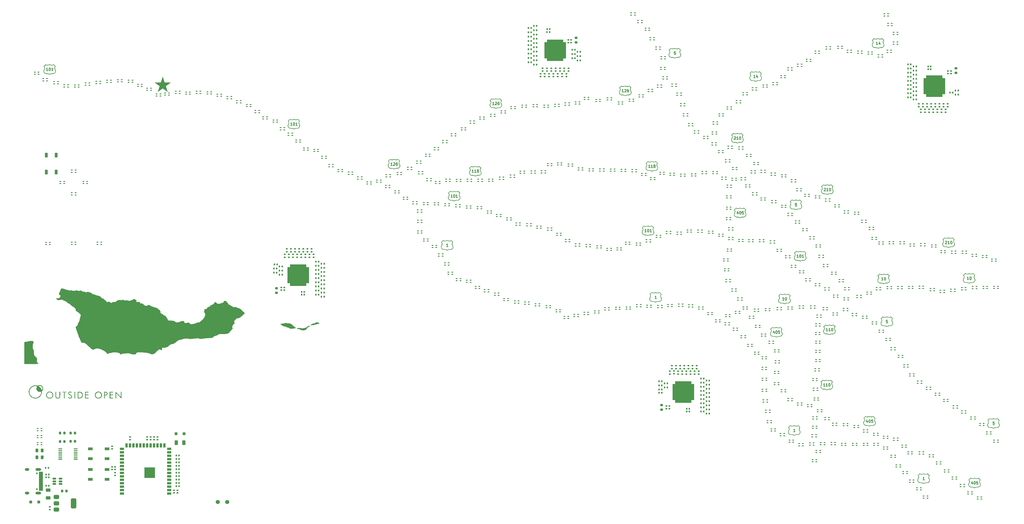
<source format=gbr>
%TF.GenerationSoftware,KiCad,Pcbnew,8.0.4*%
%TF.CreationDate,2025-01-31T11:16:02-08:00*%
%TF.ProjectId,traffic_paradise,74726166-6669-4635-9f70-617261646973,rev?*%
%TF.SameCoordinates,Original*%
%TF.FileFunction,Soldermask,Top*%
%TF.FilePolarity,Negative*%
%FSLAX46Y46*%
G04 Gerber Fmt 4.6, Leading zero omitted, Abs format (unit mm)*
G04 Created by KiCad (PCBNEW 8.0.4) date 2025-01-31 11:16:02*
%MOMM*%
%LPD*%
G01*
G04 APERTURE LIST*
G04 Aperture macros list*
%AMRoundRect*
0 Rectangle with rounded corners*
0 $1 Rounding radius*
0 $2 $3 $4 $5 $6 $7 $8 $9 X,Y pos of 4 corners*
0 Add a 4 corners polygon primitive as box body*
4,1,4,$2,$3,$4,$5,$6,$7,$8,$9,$2,$3,0*
0 Add four circle primitives for the rounded corners*
1,1,$1+$1,$2,$3*
1,1,$1+$1,$4,$5*
1,1,$1+$1,$6,$7*
1,1,$1+$1,$8,$9*
0 Add four rect primitives between the rounded corners*
20,1,$1+$1,$2,$3,$4,$5,0*
20,1,$1+$1,$4,$5,$6,$7,0*
20,1,$1+$1,$6,$7,$8,$9,0*
20,1,$1+$1,$8,$9,$2,$3,0*%
G04 Aperture macros list end*
%ADD10C,0.250000*%
%ADD11C,0.100000*%
%ADD12C,0.010000*%
%ADD13C,0.000000*%
%ADD14RoundRect,0.080000X-0.220000X-0.120000X0.220000X-0.120000X0.220000X0.120000X-0.220000X0.120000X0*%
%ADD15RoundRect,0.135000X0.135000X0.185000X-0.135000X0.185000X-0.135000X-0.185000X0.135000X-0.185000X0*%
%ADD16RoundRect,0.150000X-0.512500X-0.150000X0.512500X-0.150000X0.512500X0.150000X-0.512500X0.150000X0*%
%ADD17RoundRect,0.135000X-0.185000X0.135000X-0.185000X-0.135000X0.185000X-0.135000X0.185000X0.135000X0*%
%ADD18RoundRect,0.140000X-0.170000X0.140000X-0.170000X-0.140000X0.170000X-0.140000X0.170000X0.140000X0*%
%ADD19RoundRect,0.135000X0.185000X-0.135000X0.185000X0.135000X-0.185000X0.135000X-0.185000X-0.135000X0*%
%ADD20RoundRect,0.135000X-0.135000X-0.185000X0.135000X-0.185000X0.135000X0.185000X-0.135000X0.185000X0*%
%ADD21RoundRect,0.140000X-0.140000X-0.170000X0.140000X-0.170000X0.140000X0.170000X-0.140000X0.170000X0*%
%ADD22RoundRect,0.200000X0.275000X-0.200000X0.275000X0.200000X-0.275000X0.200000X-0.275000X-0.200000X0*%
%ADD23RoundRect,0.140000X0.140000X0.170000X-0.140000X0.170000X-0.140000X-0.170000X0.140000X-0.170000X0*%
%ADD24C,1.524000*%
%ADD25RoundRect,0.102000X2.625000X2.625000X-2.625000X2.625000X-2.625000X-2.625000X2.625000X-2.625000X0*%
%ADD26RoundRect,0.200000X0.200000X0.275000X-0.200000X0.275000X-0.200000X-0.275000X0.200000X-0.275000X0*%
%ADD27RoundRect,0.140000X0.170000X-0.140000X0.170000X0.140000X-0.170000X0.140000X-0.170000X-0.140000X0*%
%ADD28RoundRect,0.200000X-0.275000X0.200000X-0.275000X-0.200000X0.275000X-0.200000X0.275000X0.200000X0*%
%ADD29R,1.500000X0.900000*%
%ADD30R,0.900000X1.500000*%
%ADD31C,0.600000*%
%ADD32R,3.900000X3.900000*%
%ADD33RoundRect,0.200000X-0.200000X-0.275000X0.200000X-0.275000X0.200000X0.275000X-0.200000X0.275000X0*%
%ADD34R,1.100000X1.800000*%
%ADD35R,1.092200X0.990600*%
%ADD36RoundRect,0.243750X-0.243750X-0.456250X0.243750X-0.456250X0.243750X0.456250X-0.243750X0.456250X0*%
%ADD37C,0.650000*%
%ADD38R,1.450000X0.600000*%
%ADD39R,1.450000X0.300000*%
%ADD40O,2.100000X1.000000*%
%ADD41O,1.600000X1.000000*%
%ADD42RoundRect,0.225000X0.225000X0.250000X-0.225000X0.250000X-0.225000X-0.250000X0.225000X-0.250000X0*%
%ADD43RoundRect,0.102000X-2.625000X-2.625000X2.625000X-2.625000X2.625000X2.625000X-2.625000X2.625000X0*%
%ADD44R,1.800000X1.100000*%
%ADD45RoundRect,0.250000X0.375000X0.625000X-0.375000X0.625000X-0.375000X-0.625000X0.375000X-0.625000X0*%
%ADD46RoundRect,0.250000X-0.625000X0.375000X-0.625000X-0.375000X0.625000X-0.375000X0.625000X0.375000X0*%
%ADD47R,1.473200X0.355600*%
%ADD48RoundRect,0.375000X-0.625000X-0.375000X0.625000X-0.375000X0.625000X0.375000X-0.625000X0.375000X0*%
%ADD49RoundRect,0.500000X-0.500000X-1.400000X0.500000X-1.400000X0.500000X1.400000X-0.500000X1.400000X0*%
G04 APERTURE END LIST*
D10*
X262601949Y-50542857D02*
X262649568Y-50495238D01*
X262649568Y-50495238D02*
X262744806Y-50447619D01*
X262744806Y-50447619D02*
X262982901Y-50447619D01*
X262982901Y-50447619D02*
X263078139Y-50495238D01*
X263078139Y-50495238D02*
X263125758Y-50542857D01*
X263125758Y-50542857D02*
X263173377Y-50638095D01*
X263173377Y-50638095D02*
X263173377Y-50733333D01*
X263173377Y-50733333D02*
X263125758Y-50876190D01*
X263125758Y-50876190D02*
X262554330Y-51447619D01*
X262554330Y-51447619D02*
X263173377Y-51447619D01*
X264125758Y-51447619D02*
X263554330Y-51447619D01*
X263840044Y-51447619D02*
X263840044Y-50447619D01*
X263840044Y-50447619D02*
X263744806Y-50590476D01*
X263744806Y-50590476D02*
X263649568Y-50685714D01*
X263649568Y-50685714D02*
X263554330Y-50733333D01*
X264744806Y-50447619D02*
X264840044Y-50447619D01*
X264840044Y-50447619D02*
X264935282Y-50495238D01*
X264935282Y-50495238D02*
X264982901Y-50542857D01*
X264982901Y-50542857D02*
X265030520Y-50638095D01*
X265030520Y-50638095D02*
X265078139Y-50828571D01*
X265078139Y-50828571D02*
X265078139Y-51066666D01*
X265078139Y-51066666D02*
X265030520Y-51257142D01*
X265030520Y-51257142D02*
X264982901Y-51352380D01*
X264982901Y-51352380D02*
X264935282Y-51400000D01*
X264935282Y-51400000D02*
X264840044Y-51447619D01*
X264840044Y-51447619D02*
X264744806Y-51447619D01*
X264744806Y-51447619D02*
X264649568Y-51400000D01*
X264649568Y-51400000D02*
X264601949Y-51352380D01*
X264601949Y-51352380D02*
X264554330Y-51257142D01*
X264554330Y-51257142D02*
X264506711Y-51066666D01*
X264506711Y-51066666D02*
X264506711Y-50828571D01*
X264506711Y-50828571D02*
X264554330Y-50638095D01*
X264554330Y-50638095D02*
X264601949Y-50542857D01*
X264601949Y-50542857D02*
X264649568Y-50495238D01*
X264649568Y-50495238D02*
X264744806Y-50447619D01*
X285126377Y-159446619D02*
X284554949Y-159446619D01*
X284840663Y-159446619D02*
X284840663Y-158446619D01*
X284840663Y-158446619D02*
X284745425Y-158589476D01*
X284745425Y-158589476D02*
X284650187Y-158684714D01*
X284650187Y-158684714D02*
X284554949Y-158732333D01*
X240977758Y-19046619D02*
X240501568Y-19046619D01*
X240501568Y-19046619D02*
X240453949Y-19522809D01*
X240453949Y-19522809D02*
X240501568Y-19475190D01*
X240501568Y-19475190D02*
X240596806Y-19427571D01*
X240596806Y-19427571D02*
X240834901Y-19427571D01*
X240834901Y-19427571D02*
X240930139Y-19475190D01*
X240930139Y-19475190D02*
X240977758Y-19522809D01*
X240977758Y-19522809D02*
X241025377Y-19618047D01*
X241025377Y-19618047D02*
X241025377Y-19856142D01*
X241025377Y-19856142D02*
X240977758Y-19951380D01*
X240977758Y-19951380D02*
X240930139Y-19999000D01*
X240930139Y-19999000D02*
X240834901Y-20046619D01*
X240834901Y-20046619D02*
X240596806Y-20046619D01*
X240596806Y-20046619D02*
X240501568Y-19999000D01*
X240501568Y-19999000D02*
X240453949Y-19951380D01*
X9173377Y-26046619D02*
X8601949Y-26046619D01*
X8887663Y-26046619D02*
X8887663Y-25046619D01*
X8887663Y-25046619D02*
X8792425Y-25189476D01*
X8792425Y-25189476D02*
X8697187Y-25284714D01*
X8697187Y-25284714D02*
X8601949Y-25332333D01*
X9792425Y-25046619D02*
X9887663Y-25046619D01*
X9887663Y-25046619D02*
X9982901Y-25094238D01*
X9982901Y-25094238D02*
X10030520Y-25141857D01*
X10030520Y-25141857D02*
X10078139Y-25237095D01*
X10078139Y-25237095D02*
X10125758Y-25427571D01*
X10125758Y-25427571D02*
X10125758Y-25665666D01*
X10125758Y-25665666D02*
X10078139Y-25856142D01*
X10078139Y-25856142D02*
X10030520Y-25951380D01*
X10030520Y-25951380D02*
X9982901Y-25999000D01*
X9982901Y-25999000D02*
X9887663Y-26046619D01*
X9887663Y-26046619D02*
X9792425Y-26046619D01*
X9792425Y-26046619D02*
X9697187Y-25999000D01*
X9697187Y-25999000D02*
X9649568Y-25951380D01*
X9649568Y-25951380D02*
X9601949Y-25856142D01*
X9601949Y-25856142D02*
X9554330Y-25665666D01*
X9554330Y-25665666D02*
X9554330Y-25427571D01*
X9554330Y-25427571D02*
X9601949Y-25237095D01*
X9601949Y-25237095D02*
X9649568Y-25141857D01*
X9649568Y-25141857D02*
X9697187Y-25094238D01*
X9697187Y-25094238D02*
X9792425Y-25046619D01*
X11078139Y-26046619D02*
X10506711Y-26046619D01*
X10792425Y-26046619D02*
X10792425Y-25046619D01*
X10792425Y-25046619D02*
X10697187Y-25189476D01*
X10697187Y-25189476D02*
X10601949Y-25284714D01*
X10601949Y-25284714D02*
X10506711Y-25332333D01*
X270399377Y-28646619D02*
X269827949Y-28646619D01*
X270113663Y-28646619D02*
X270113663Y-27646619D01*
X270113663Y-27646619D02*
X270018425Y-27789476D01*
X270018425Y-27789476D02*
X269923187Y-27884714D01*
X269923187Y-27884714D02*
X269827949Y-27932333D01*
X271256520Y-27979952D02*
X271256520Y-28646619D01*
X271018425Y-27599000D02*
X270780330Y-28313285D01*
X270780330Y-28313285D02*
X271399377Y-28313285D01*
X233926377Y-110246619D02*
X233354949Y-110246619D01*
X233640663Y-110246619D02*
X233640663Y-109246619D01*
X233640663Y-109246619D02*
X233545425Y-109389476D01*
X233545425Y-109389476D02*
X233450187Y-109484714D01*
X233450187Y-109484714D02*
X233354949Y-109532333D01*
X319277758Y-118246619D02*
X318801568Y-118246619D01*
X318801568Y-118246619D02*
X318753949Y-118722809D01*
X318753949Y-118722809D02*
X318801568Y-118675190D01*
X318801568Y-118675190D02*
X318896806Y-118627571D01*
X318896806Y-118627571D02*
X319134901Y-118627571D01*
X319134901Y-118627571D02*
X319230139Y-118675190D01*
X319230139Y-118675190D02*
X319277758Y-118722809D01*
X319277758Y-118722809D02*
X319325377Y-118818047D01*
X319325377Y-118818047D02*
X319325377Y-119056142D01*
X319325377Y-119056142D02*
X319277758Y-119151380D01*
X319277758Y-119151380D02*
X319230139Y-119199000D01*
X319230139Y-119199000D02*
X319134901Y-119246619D01*
X319134901Y-119246619D02*
X318896806Y-119246619D01*
X318896806Y-119246619D02*
X318801568Y-119199000D01*
X318801568Y-119199000D02*
X318753949Y-119151380D01*
X317648377Y-103447619D02*
X317076949Y-103447619D01*
X317362663Y-103447619D02*
X317362663Y-102447619D01*
X317362663Y-102447619D02*
X317267425Y-102590476D01*
X317267425Y-102590476D02*
X317172187Y-102685714D01*
X317172187Y-102685714D02*
X317076949Y-102733333D01*
X318267425Y-102447619D02*
X318362663Y-102447619D01*
X318362663Y-102447619D02*
X318457901Y-102495238D01*
X318457901Y-102495238D02*
X318505520Y-102542857D01*
X318505520Y-102542857D02*
X318553139Y-102638095D01*
X318553139Y-102638095D02*
X318600758Y-102828571D01*
X318600758Y-102828571D02*
X318600758Y-103066666D01*
X318600758Y-103066666D02*
X318553139Y-103257142D01*
X318553139Y-103257142D02*
X318505520Y-103352380D01*
X318505520Y-103352380D02*
X318457901Y-103400000D01*
X318457901Y-103400000D02*
X318362663Y-103447619D01*
X318362663Y-103447619D02*
X318267425Y-103447619D01*
X318267425Y-103447619D02*
X318172187Y-103400000D01*
X318172187Y-103400000D02*
X318124568Y-103352380D01*
X318124568Y-103352380D02*
X318076949Y-103257142D01*
X318076949Y-103257142D02*
X318029330Y-103066666D01*
X318029330Y-103066666D02*
X318029330Y-102828571D01*
X318029330Y-102828571D02*
X318076949Y-102638095D01*
X318076949Y-102638095D02*
X318124568Y-102542857D01*
X318124568Y-102542857D02*
X318172187Y-102495238D01*
X318172187Y-102495238D02*
X318267425Y-102447619D01*
X350678139Y-178179952D02*
X350678139Y-178846619D01*
X350440044Y-177799000D02*
X350201949Y-178513285D01*
X350201949Y-178513285D02*
X350820996Y-178513285D01*
X351392425Y-177846619D02*
X351487663Y-177846619D01*
X351487663Y-177846619D02*
X351582901Y-177894238D01*
X351582901Y-177894238D02*
X351630520Y-177941857D01*
X351630520Y-177941857D02*
X351678139Y-178037095D01*
X351678139Y-178037095D02*
X351725758Y-178227571D01*
X351725758Y-178227571D02*
X351725758Y-178465666D01*
X351725758Y-178465666D02*
X351678139Y-178656142D01*
X351678139Y-178656142D02*
X351630520Y-178751380D01*
X351630520Y-178751380D02*
X351582901Y-178799000D01*
X351582901Y-178799000D02*
X351487663Y-178846619D01*
X351487663Y-178846619D02*
X351392425Y-178846619D01*
X351392425Y-178846619D02*
X351297187Y-178799000D01*
X351297187Y-178799000D02*
X351249568Y-178751380D01*
X351249568Y-178751380D02*
X351201949Y-178656142D01*
X351201949Y-178656142D02*
X351154330Y-178465666D01*
X351154330Y-178465666D02*
X351154330Y-178227571D01*
X351154330Y-178227571D02*
X351201949Y-178037095D01*
X351201949Y-178037095D02*
X351249568Y-177941857D01*
X351249568Y-177941857D02*
X351297187Y-177894238D01*
X351297187Y-177894238D02*
X351392425Y-177846619D01*
X352630520Y-177846619D02*
X352154330Y-177846619D01*
X352154330Y-177846619D02*
X352106711Y-178322809D01*
X352106711Y-178322809D02*
X352154330Y-178275190D01*
X352154330Y-178275190D02*
X352249568Y-178227571D01*
X352249568Y-178227571D02*
X352487663Y-178227571D01*
X352487663Y-178227571D02*
X352582901Y-178275190D01*
X352582901Y-178275190D02*
X352630520Y-178322809D01*
X352630520Y-178322809D02*
X352678139Y-178418047D01*
X352678139Y-178418047D02*
X352678139Y-178656142D01*
X352678139Y-178656142D02*
X352630520Y-178751380D01*
X352630520Y-178751380D02*
X352582901Y-178799000D01*
X352582901Y-178799000D02*
X352487663Y-178846619D01*
X352487663Y-178846619D02*
X352249568Y-178846619D01*
X352249568Y-178846619D02*
X352154330Y-178799000D01*
X352154330Y-178799000D02*
X352106711Y-178751380D01*
X286373377Y-95046619D02*
X285801949Y-95046619D01*
X286087663Y-95046619D02*
X286087663Y-94046619D01*
X286087663Y-94046619D02*
X285992425Y-94189476D01*
X285992425Y-94189476D02*
X285897187Y-94284714D01*
X285897187Y-94284714D02*
X285801949Y-94332333D01*
X286992425Y-94046619D02*
X287087663Y-94046619D01*
X287087663Y-94046619D02*
X287182901Y-94094238D01*
X287182901Y-94094238D02*
X287230520Y-94141857D01*
X287230520Y-94141857D02*
X287278139Y-94237095D01*
X287278139Y-94237095D02*
X287325758Y-94427571D01*
X287325758Y-94427571D02*
X287325758Y-94665666D01*
X287325758Y-94665666D02*
X287278139Y-94856142D01*
X287278139Y-94856142D02*
X287230520Y-94951380D01*
X287230520Y-94951380D02*
X287182901Y-94999000D01*
X287182901Y-94999000D02*
X287087663Y-95046619D01*
X287087663Y-95046619D02*
X286992425Y-95046619D01*
X286992425Y-95046619D02*
X286897187Y-94999000D01*
X286897187Y-94999000D02*
X286849568Y-94951380D01*
X286849568Y-94951380D02*
X286801949Y-94856142D01*
X286801949Y-94856142D02*
X286754330Y-94665666D01*
X286754330Y-94665666D02*
X286754330Y-94427571D01*
X286754330Y-94427571D02*
X286801949Y-94237095D01*
X286801949Y-94237095D02*
X286849568Y-94141857D01*
X286849568Y-94141857D02*
X286897187Y-94094238D01*
X286897187Y-94094238D02*
X286992425Y-94046619D01*
X288278139Y-95046619D02*
X287706711Y-95046619D01*
X287992425Y-95046619D02*
X287992425Y-94046619D01*
X287992425Y-94046619D02*
X287897187Y-94189476D01*
X287897187Y-94189476D02*
X287801949Y-94284714D01*
X287801949Y-94284714D02*
X287706711Y-94332333D01*
X296173377Y-142646619D02*
X295601949Y-142646619D01*
X295887663Y-142646619D02*
X295887663Y-141646619D01*
X295887663Y-141646619D02*
X295792425Y-141789476D01*
X295792425Y-141789476D02*
X295697187Y-141884714D01*
X295697187Y-141884714D02*
X295601949Y-141932333D01*
X297125758Y-142646619D02*
X296554330Y-142646619D01*
X296840044Y-142646619D02*
X296840044Y-141646619D01*
X296840044Y-141646619D02*
X296744806Y-141789476D01*
X296744806Y-141789476D02*
X296649568Y-141884714D01*
X296649568Y-141884714D02*
X296554330Y-141932333D01*
X297744806Y-141646619D02*
X297840044Y-141646619D01*
X297840044Y-141646619D02*
X297935282Y-141694238D01*
X297935282Y-141694238D02*
X297982901Y-141741857D01*
X297982901Y-141741857D02*
X298030520Y-141837095D01*
X298030520Y-141837095D02*
X298078139Y-142027571D01*
X298078139Y-142027571D02*
X298078139Y-142265666D01*
X298078139Y-142265666D02*
X298030520Y-142456142D01*
X298030520Y-142456142D02*
X297982901Y-142551380D01*
X297982901Y-142551380D02*
X297935282Y-142599000D01*
X297935282Y-142599000D02*
X297840044Y-142646619D01*
X297840044Y-142646619D02*
X297744806Y-142646619D01*
X297744806Y-142646619D02*
X297649568Y-142599000D01*
X297649568Y-142599000D02*
X297601949Y-142551380D01*
X297601949Y-142551380D02*
X297554330Y-142456142D01*
X297554330Y-142456142D02*
X297506711Y-142265666D01*
X297506711Y-142265666D02*
X297506711Y-142027571D01*
X297506711Y-142027571D02*
X297554330Y-141837095D01*
X297554330Y-141837095D02*
X297601949Y-141741857D01*
X297601949Y-141741857D02*
X297649568Y-141694238D01*
X297649568Y-141694238D02*
X297744806Y-141646619D01*
X297173377Y-122246619D02*
X296601949Y-122246619D01*
X296887663Y-122246619D02*
X296887663Y-121246619D01*
X296887663Y-121246619D02*
X296792425Y-121389476D01*
X296792425Y-121389476D02*
X296697187Y-121484714D01*
X296697187Y-121484714D02*
X296601949Y-121532333D01*
X298125758Y-122246619D02*
X297554330Y-122246619D01*
X297840044Y-122246619D02*
X297840044Y-121246619D01*
X297840044Y-121246619D02*
X297744806Y-121389476D01*
X297744806Y-121389476D02*
X297649568Y-121484714D01*
X297649568Y-121484714D02*
X297554330Y-121532333D01*
X298744806Y-121246619D02*
X298840044Y-121246619D01*
X298840044Y-121246619D02*
X298935282Y-121294238D01*
X298935282Y-121294238D02*
X298982901Y-121341857D01*
X298982901Y-121341857D02*
X299030520Y-121437095D01*
X299030520Y-121437095D02*
X299078139Y-121627571D01*
X299078139Y-121627571D02*
X299078139Y-121865666D01*
X299078139Y-121865666D02*
X299030520Y-122056142D01*
X299030520Y-122056142D02*
X298982901Y-122151380D01*
X298982901Y-122151380D02*
X298935282Y-122199000D01*
X298935282Y-122199000D02*
X298840044Y-122246619D01*
X298840044Y-122246619D02*
X298744806Y-122246619D01*
X298744806Y-122246619D02*
X298649568Y-122199000D01*
X298649568Y-122199000D02*
X298601949Y-122151380D01*
X298601949Y-122151380D02*
X298554330Y-122056142D01*
X298554330Y-122056142D02*
X298506711Y-121865666D01*
X298506711Y-121865666D02*
X298506711Y-121627571D01*
X298506711Y-121627571D02*
X298554330Y-121437095D01*
X298554330Y-121437095D02*
X298601949Y-121341857D01*
X298601949Y-121341857D02*
X298649568Y-121294238D01*
X298649568Y-121294238D02*
X298744806Y-121246619D01*
X332926377Y-177246619D02*
X332354949Y-177246619D01*
X332640663Y-177246619D02*
X332640663Y-176246619D01*
X332640663Y-176246619D02*
X332545425Y-176389476D01*
X332545425Y-176389476D02*
X332450187Y-176484714D01*
X332450187Y-176484714D02*
X332354949Y-176532333D01*
X295801949Y-69542857D02*
X295849568Y-69495238D01*
X295849568Y-69495238D02*
X295944806Y-69447619D01*
X295944806Y-69447619D02*
X296182901Y-69447619D01*
X296182901Y-69447619D02*
X296278139Y-69495238D01*
X296278139Y-69495238D02*
X296325758Y-69542857D01*
X296325758Y-69542857D02*
X296373377Y-69638095D01*
X296373377Y-69638095D02*
X296373377Y-69733333D01*
X296373377Y-69733333D02*
X296325758Y-69876190D01*
X296325758Y-69876190D02*
X295754330Y-70447619D01*
X295754330Y-70447619D02*
X296373377Y-70447619D01*
X297325758Y-70447619D02*
X296754330Y-70447619D01*
X297040044Y-70447619D02*
X297040044Y-69447619D01*
X297040044Y-69447619D02*
X296944806Y-69590476D01*
X296944806Y-69590476D02*
X296849568Y-69685714D01*
X296849568Y-69685714D02*
X296754330Y-69733333D01*
X297944806Y-69447619D02*
X298040044Y-69447619D01*
X298040044Y-69447619D02*
X298135282Y-69495238D01*
X298135282Y-69495238D02*
X298182901Y-69542857D01*
X298182901Y-69542857D02*
X298230520Y-69638095D01*
X298230520Y-69638095D02*
X298278139Y-69828571D01*
X298278139Y-69828571D02*
X298278139Y-70066666D01*
X298278139Y-70066666D02*
X298230520Y-70257142D01*
X298230520Y-70257142D02*
X298182901Y-70352380D01*
X298182901Y-70352380D02*
X298135282Y-70400000D01*
X298135282Y-70400000D02*
X298040044Y-70447619D01*
X298040044Y-70447619D02*
X297944806Y-70447619D01*
X297944806Y-70447619D02*
X297849568Y-70400000D01*
X297849568Y-70400000D02*
X297801949Y-70352380D01*
X297801949Y-70352380D02*
X297754330Y-70257142D01*
X297754330Y-70257142D02*
X297706711Y-70066666D01*
X297706711Y-70066666D02*
X297706711Y-69828571D01*
X297706711Y-69828571D02*
X297754330Y-69638095D01*
X297754330Y-69638095D02*
X297801949Y-69542857D01*
X297801949Y-69542857D02*
X297849568Y-69495238D01*
X297849568Y-69495238D02*
X297944806Y-69447619D01*
X166373377Y-63646619D02*
X165801949Y-63646619D01*
X166087663Y-63646619D02*
X166087663Y-62646619D01*
X166087663Y-62646619D02*
X165992425Y-62789476D01*
X165992425Y-62789476D02*
X165897187Y-62884714D01*
X165897187Y-62884714D02*
X165801949Y-62932333D01*
X167325758Y-63646619D02*
X166754330Y-63646619D01*
X167040044Y-63646619D02*
X167040044Y-62646619D01*
X167040044Y-62646619D02*
X166944806Y-62789476D01*
X166944806Y-62789476D02*
X166849568Y-62884714D01*
X166849568Y-62884714D02*
X166754330Y-62932333D01*
X167897187Y-63075190D02*
X167801949Y-63027571D01*
X167801949Y-63027571D02*
X167754330Y-62979952D01*
X167754330Y-62979952D02*
X167706711Y-62884714D01*
X167706711Y-62884714D02*
X167706711Y-62837095D01*
X167706711Y-62837095D02*
X167754330Y-62741857D01*
X167754330Y-62741857D02*
X167801949Y-62694238D01*
X167801949Y-62694238D02*
X167897187Y-62646619D01*
X167897187Y-62646619D02*
X168087663Y-62646619D01*
X168087663Y-62646619D02*
X168182901Y-62694238D01*
X168182901Y-62694238D02*
X168230520Y-62741857D01*
X168230520Y-62741857D02*
X168278139Y-62837095D01*
X168278139Y-62837095D02*
X168278139Y-62884714D01*
X168278139Y-62884714D02*
X168230520Y-62979952D01*
X168230520Y-62979952D02*
X168182901Y-63027571D01*
X168182901Y-63027571D02*
X168087663Y-63075190D01*
X168087663Y-63075190D02*
X167897187Y-63075190D01*
X167897187Y-63075190D02*
X167801949Y-63122809D01*
X167801949Y-63122809D02*
X167754330Y-63170428D01*
X167754330Y-63170428D02*
X167706711Y-63265666D01*
X167706711Y-63265666D02*
X167706711Y-63456142D01*
X167706711Y-63456142D02*
X167754330Y-63551380D01*
X167754330Y-63551380D02*
X167801949Y-63599000D01*
X167801949Y-63599000D02*
X167897187Y-63646619D01*
X167897187Y-63646619D02*
X168087663Y-63646619D01*
X168087663Y-63646619D02*
X168182901Y-63599000D01*
X168182901Y-63599000D02*
X168230520Y-63551380D01*
X168230520Y-63551380D02*
X168278139Y-63456142D01*
X168278139Y-63456142D02*
X168278139Y-63265666D01*
X168278139Y-63265666D02*
X168230520Y-63170428D01*
X168230520Y-63170428D02*
X168182901Y-63122809D01*
X168182901Y-63122809D02*
X168087663Y-63075190D01*
X158573377Y-72846619D02*
X158001949Y-72846619D01*
X158287663Y-72846619D02*
X158287663Y-71846619D01*
X158287663Y-71846619D02*
X158192425Y-71989476D01*
X158192425Y-71989476D02*
X158097187Y-72084714D01*
X158097187Y-72084714D02*
X158001949Y-72132333D01*
X159192425Y-71846619D02*
X159287663Y-71846619D01*
X159287663Y-71846619D02*
X159382901Y-71894238D01*
X159382901Y-71894238D02*
X159430520Y-71941857D01*
X159430520Y-71941857D02*
X159478139Y-72037095D01*
X159478139Y-72037095D02*
X159525758Y-72227571D01*
X159525758Y-72227571D02*
X159525758Y-72465666D01*
X159525758Y-72465666D02*
X159478139Y-72656142D01*
X159478139Y-72656142D02*
X159430520Y-72751380D01*
X159430520Y-72751380D02*
X159382901Y-72799000D01*
X159382901Y-72799000D02*
X159287663Y-72846619D01*
X159287663Y-72846619D02*
X159192425Y-72846619D01*
X159192425Y-72846619D02*
X159097187Y-72799000D01*
X159097187Y-72799000D02*
X159049568Y-72751380D01*
X159049568Y-72751380D02*
X159001949Y-72656142D01*
X159001949Y-72656142D02*
X158954330Y-72465666D01*
X158954330Y-72465666D02*
X158954330Y-72227571D01*
X158954330Y-72227571D02*
X159001949Y-72037095D01*
X159001949Y-72037095D02*
X159049568Y-71941857D01*
X159049568Y-71941857D02*
X159097187Y-71894238D01*
X159097187Y-71894238D02*
X159192425Y-71846619D01*
X160478139Y-72846619D02*
X159906711Y-72846619D01*
X160192425Y-72846619D02*
X160192425Y-71846619D01*
X160192425Y-71846619D02*
X160097187Y-71989476D01*
X160097187Y-71989476D02*
X160001949Y-72084714D01*
X160001949Y-72084714D02*
X159906711Y-72132333D01*
X311878139Y-155379952D02*
X311878139Y-156046619D01*
X311640044Y-154999000D02*
X311401949Y-155713285D01*
X311401949Y-155713285D02*
X312020996Y-155713285D01*
X312592425Y-155046619D02*
X312687663Y-155046619D01*
X312687663Y-155046619D02*
X312782901Y-155094238D01*
X312782901Y-155094238D02*
X312830520Y-155141857D01*
X312830520Y-155141857D02*
X312878139Y-155237095D01*
X312878139Y-155237095D02*
X312925758Y-155427571D01*
X312925758Y-155427571D02*
X312925758Y-155665666D01*
X312925758Y-155665666D02*
X312878139Y-155856142D01*
X312878139Y-155856142D02*
X312830520Y-155951380D01*
X312830520Y-155951380D02*
X312782901Y-155999000D01*
X312782901Y-155999000D02*
X312687663Y-156046619D01*
X312687663Y-156046619D02*
X312592425Y-156046619D01*
X312592425Y-156046619D02*
X312497187Y-155999000D01*
X312497187Y-155999000D02*
X312449568Y-155951380D01*
X312449568Y-155951380D02*
X312401949Y-155856142D01*
X312401949Y-155856142D02*
X312354330Y-155665666D01*
X312354330Y-155665666D02*
X312354330Y-155427571D01*
X312354330Y-155427571D02*
X312401949Y-155237095D01*
X312401949Y-155237095D02*
X312449568Y-155141857D01*
X312449568Y-155141857D02*
X312497187Y-155094238D01*
X312497187Y-155094238D02*
X312592425Y-155046619D01*
X313830520Y-155046619D02*
X313354330Y-155046619D01*
X313354330Y-155046619D02*
X313306711Y-155522809D01*
X313306711Y-155522809D02*
X313354330Y-155475190D01*
X313354330Y-155475190D02*
X313449568Y-155427571D01*
X313449568Y-155427571D02*
X313687663Y-155427571D01*
X313687663Y-155427571D02*
X313782901Y-155475190D01*
X313782901Y-155475190D02*
X313830520Y-155522809D01*
X313830520Y-155522809D02*
X313878139Y-155618047D01*
X313878139Y-155618047D02*
X313878139Y-155856142D01*
X313878139Y-155856142D02*
X313830520Y-155951380D01*
X313830520Y-155951380D02*
X313782901Y-155999000D01*
X313782901Y-155999000D02*
X313687663Y-156046619D01*
X313687663Y-156046619D02*
X313449568Y-156046619D01*
X313449568Y-156046619D02*
X313354330Y-155999000D01*
X313354330Y-155999000D02*
X313306711Y-155951380D01*
X315624377Y-16421619D02*
X315052949Y-16421619D01*
X315338663Y-16421619D02*
X315338663Y-15421619D01*
X315338663Y-15421619D02*
X315243425Y-15564476D01*
X315243425Y-15564476D02*
X315148187Y-15659714D01*
X315148187Y-15659714D02*
X315052949Y-15707333D01*
X316481520Y-15754952D02*
X316481520Y-16421619D01*
X316243425Y-15374000D02*
X316005330Y-16088285D01*
X316005330Y-16088285D02*
X316624377Y-16088285D01*
X230173377Y-85646619D02*
X229601949Y-85646619D01*
X229887663Y-85646619D02*
X229887663Y-84646619D01*
X229887663Y-84646619D02*
X229792425Y-84789476D01*
X229792425Y-84789476D02*
X229697187Y-84884714D01*
X229697187Y-84884714D02*
X229601949Y-84932333D01*
X230792425Y-84646619D02*
X230887663Y-84646619D01*
X230887663Y-84646619D02*
X230982901Y-84694238D01*
X230982901Y-84694238D02*
X231030520Y-84741857D01*
X231030520Y-84741857D02*
X231078139Y-84837095D01*
X231078139Y-84837095D02*
X231125758Y-85027571D01*
X231125758Y-85027571D02*
X231125758Y-85265666D01*
X231125758Y-85265666D02*
X231078139Y-85456142D01*
X231078139Y-85456142D02*
X231030520Y-85551380D01*
X231030520Y-85551380D02*
X230982901Y-85599000D01*
X230982901Y-85599000D02*
X230887663Y-85646619D01*
X230887663Y-85646619D02*
X230792425Y-85646619D01*
X230792425Y-85646619D02*
X230697187Y-85599000D01*
X230697187Y-85599000D02*
X230649568Y-85551380D01*
X230649568Y-85551380D02*
X230601949Y-85456142D01*
X230601949Y-85456142D02*
X230554330Y-85265666D01*
X230554330Y-85265666D02*
X230554330Y-85027571D01*
X230554330Y-85027571D02*
X230601949Y-84837095D01*
X230601949Y-84837095D02*
X230649568Y-84741857D01*
X230649568Y-84741857D02*
X230697187Y-84694238D01*
X230697187Y-84694238D02*
X230792425Y-84646619D01*
X232078139Y-85646619D02*
X231506711Y-85646619D01*
X231792425Y-85646619D02*
X231792425Y-84646619D01*
X231792425Y-84646619D02*
X231697187Y-84789476D01*
X231697187Y-84789476D02*
X231601949Y-84884714D01*
X231601949Y-84884714D02*
X231506711Y-84932333D01*
X156926377Y-91046619D02*
X156354949Y-91046619D01*
X156640663Y-91046619D02*
X156640663Y-90046619D01*
X156640663Y-90046619D02*
X156545425Y-90189476D01*
X156545425Y-90189476D02*
X156450187Y-90284714D01*
X156450187Y-90284714D02*
X156354949Y-90332333D01*
X277478139Y-122479952D02*
X277478139Y-123146619D01*
X277240044Y-122099000D02*
X277001949Y-122813285D01*
X277001949Y-122813285D02*
X277620996Y-122813285D01*
X278192425Y-122146619D02*
X278287663Y-122146619D01*
X278287663Y-122146619D02*
X278382901Y-122194238D01*
X278382901Y-122194238D02*
X278430520Y-122241857D01*
X278430520Y-122241857D02*
X278478139Y-122337095D01*
X278478139Y-122337095D02*
X278525758Y-122527571D01*
X278525758Y-122527571D02*
X278525758Y-122765666D01*
X278525758Y-122765666D02*
X278478139Y-122956142D01*
X278478139Y-122956142D02*
X278430520Y-123051380D01*
X278430520Y-123051380D02*
X278382901Y-123099000D01*
X278382901Y-123099000D02*
X278287663Y-123146619D01*
X278287663Y-123146619D02*
X278192425Y-123146619D01*
X278192425Y-123146619D02*
X278097187Y-123099000D01*
X278097187Y-123099000D02*
X278049568Y-123051380D01*
X278049568Y-123051380D02*
X278001949Y-122956142D01*
X278001949Y-122956142D02*
X277954330Y-122765666D01*
X277954330Y-122765666D02*
X277954330Y-122527571D01*
X277954330Y-122527571D02*
X278001949Y-122337095D01*
X278001949Y-122337095D02*
X278049568Y-122241857D01*
X278049568Y-122241857D02*
X278097187Y-122194238D01*
X278097187Y-122194238D02*
X278192425Y-122146619D01*
X279430520Y-122146619D02*
X278954330Y-122146619D01*
X278954330Y-122146619D02*
X278906711Y-122622809D01*
X278906711Y-122622809D02*
X278954330Y-122575190D01*
X278954330Y-122575190D02*
X279049568Y-122527571D01*
X279049568Y-122527571D02*
X279287663Y-122527571D01*
X279287663Y-122527571D02*
X279382901Y-122575190D01*
X279382901Y-122575190D02*
X279430520Y-122622809D01*
X279430520Y-122622809D02*
X279478139Y-122718047D01*
X279478139Y-122718047D02*
X279478139Y-122956142D01*
X279478139Y-122956142D02*
X279430520Y-123051380D01*
X279430520Y-123051380D02*
X279382901Y-123099000D01*
X279382901Y-123099000D02*
X279287663Y-123146619D01*
X279287663Y-123146619D02*
X279049568Y-123146619D01*
X279049568Y-123146619D02*
X278954330Y-123099000D01*
X278954330Y-123099000D02*
X278906711Y-123051380D01*
X264078139Y-78379952D02*
X264078139Y-79046619D01*
X263840044Y-77999000D02*
X263601949Y-78713285D01*
X263601949Y-78713285D02*
X264220996Y-78713285D01*
X264792425Y-78046619D02*
X264887663Y-78046619D01*
X264887663Y-78046619D02*
X264982901Y-78094238D01*
X264982901Y-78094238D02*
X265030520Y-78141857D01*
X265030520Y-78141857D02*
X265078139Y-78237095D01*
X265078139Y-78237095D02*
X265125758Y-78427571D01*
X265125758Y-78427571D02*
X265125758Y-78665666D01*
X265125758Y-78665666D02*
X265078139Y-78856142D01*
X265078139Y-78856142D02*
X265030520Y-78951380D01*
X265030520Y-78951380D02*
X264982901Y-78999000D01*
X264982901Y-78999000D02*
X264887663Y-79046619D01*
X264887663Y-79046619D02*
X264792425Y-79046619D01*
X264792425Y-79046619D02*
X264697187Y-78999000D01*
X264697187Y-78999000D02*
X264649568Y-78951380D01*
X264649568Y-78951380D02*
X264601949Y-78856142D01*
X264601949Y-78856142D02*
X264554330Y-78665666D01*
X264554330Y-78665666D02*
X264554330Y-78427571D01*
X264554330Y-78427571D02*
X264601949Y-78237095D01*
X264601949Y-78237095D02*
X264649568Y-78141857D01*
X264649568Y-78141857D02*
X264697187Y-78094238D01*
X264697187Y-78094238D02*
X264792425Y-78046619D01*
X266030520Y-78046619D02*
X265554330Y-78046619D01*
X265554330Y-78046619D02*
X265506711Y-78522809D01*
X265506711Y-78522809D02*
X265554330Y-78475190D01*
X265554330Y-78475190D02*
X265649568Y-78427571D01*
X265649568Y-78427571D02*
X265887663Y-78427571D01*
X265887663Y-78427571D02*
X265982901Y-78475190D01*
X265982901Y-78475190D02*
X266030520Y-78522809D01*
X266030520Y-78522809D02*
X266078139Y-78618047D01*
X266078139Y-78618047D02*
X266078139Y-78856142D01*
X266078139Y-78856142D02*
X266030520Y-78951380D01*
X266030520Y-78951380D02*
X265982901Y-78999000D01*
X265982901Y-78999000D02*
X265887663Y-79046619D01*
X265887663Y-79046619D02*
X265649568Y-79046619D01*
X265649568Y-79046619D02*
X265554330Y-78999000D01*
X265554330Y-78999000D02*
X265506711Y-78951380D01*
X349248377Y-103247619D02*
X348676949Y-103247619D01*
X348962663Y-103247619D02*
X348962663Y-102247619D01*
X348962663Y-102247619D02*
X348867425Y-102390476D01*
X348867425Y-102390476D02*
X348772187Y-102485714D01*
X348772187Y-102485714D02*
X348676949Y-102533333D01*
X349867425Y-102247619D02*
X349962663Y-102247619D01*
X349962663Y-102247619D02*
X350057901Y-102295238D01*
X350057901Y-102295238D02*
X350105520Y-102342857D01*
X350105520Y-102342857D02*
X350153139Y-102438095D01*
X350153139Y-102438095D02*
X350200758Y-102628571D01*
X350200758Y-102628571D02*
X350200758Y-102866666D01*
X350200758Y-102866666D02*
X350153139Y-103057142D01*
X350153139Y-103057142D02*
X350105520Y-103152380D01*
X350105520Y-103152380D02*
X350057901Y-103200000D01*
X350057901Y-103200000D02*
X349962663Y-103247619D01*
X349962663Y-103247619D02*
X349867425Y-103247619D01*
X349867425Y-103247619D02*
X349772187Y-103200000D01*
X349772187Y-103200000D02*
X349724568Y-103152380D01*
X349724568Y-103152380D02*
X349676949Y-103057142D01*
X349676949Y-103057142D02*
X349629330Y-102866666D01*
X349629330Y-102866666D02*
X349629330Y-102628571D01*
X349629330Y-102628571D02*
X349676949Y-102438095D01*
X349676949Y-102438095D02*
X349724568Y-102342857D01*
X349724568Y-102342857D02*
X349772187Y-102295238D01*
X349772187Y-102295238D02*
X349867425Y-102247619D01*
X281048377Y-110847619D02*
X280476949Y-110847619D01*
X280762663Y-110847619D02*
X280762663Y-109847619D01*
X280762663Y-109847619D02*
X280667425Y-109990476D01*
X280667425Y-109990476D02*
X280572187Y-110085714D01*
X280572187Y-110085714D02*
X280476949Y-110133333D01*
X281667425Y-109847619D02*
X281762663Y-109847619D01*
X281762663Y-109847619D02*
X281857901Y-109895238D01*
X281857901Y-109895238D02*
X281905520Y-109942857D01*
X281905520Y-109942857D02*
X281953139Y-110038095D01*
X281953139Y-110038095D02*
X282000758Y-110228571D01*
X282000758Y-110228571D02*
X282000758Y-110466666D01*
X282000758Y-110466666D02*
X281953139Y-110657142D01*
X281953139Y-110657142D02*
X281905520Y-110752380D01*
X281905520Y-110752380D02*
X281857901Y-110800000D01*
X281857901Y-110800000D02*
X281762663Y-110847619D01*
X281762663Y-110847619D02*
X281667425Y-110847619D01*
X281667425Y-110847619D02*
X281572187Y-110800000D01*
X281572187Y-110800000D02*
X281524568Y-110752380D01*
X281524568Y-110752380D02*
X281476949Y-110657142D01*
X281476949Y-110657142D02*
X281429330Y-110466666D01*
X281429330Y-110466666D02*
X281429330Y-110228571D01*
X281429330Y-110228571D02*
X281476949Y-110038095D01*
X281476949Y-110038095D02*
X281524568Y-109942857D01*
X281524568Y-109942857D02*
X281572187Y-109895238D01*
X281572187Y-109895238D02*
X281667425Y-109847619D01*
X358677758Y-155846619D02*
X358201568Y-155846619D01*
X358201568Y-155846619D02*
X358153949Y-156322809D01*
X358153949Y-156322809D02*
X358201568Y-156275190D01*
X358201568Y-156275190D02*
X358296806Y-156227571D01*
X358296806Y-156227571D02*
X358534901Y-156227571D01*
X358534901Y-156227571D02*
X358630139Y-156275190D01*
X358630139Y-156275190D02*
X358677758Y-156322809D01*
X358677758Y-156322809D02*
X358725377Y-156418047D01*
X358725377Y-156418047D02*
X358725377Y-156656142D01*
X358725377Y-156656142D02*
X358677758Y-156751380D01*
X358677758Y-156751380D02*
X358630139Y-156799000D01*
X358630139Y-156799000D02*
X358534901Y-156846619D01*
X358534901Y-156846619D02*
X358296806Y-156846619D01*
X358296806Y-156846619D02*
X358201568Y-156799000D01*
X358201568Y-156799000D02*
X358153949Y-156751380D01*
X221773377Y-33946619D02*
X221201949Y-33946619D01*
X221487663Y-33946619D02*
X221487663Y-32946619D01*
X221487663Y-32946619D02*
X221392425Y-33089476D01*
X221392425Y-33089476D02*
X221297187Y-33184714D01*
X221297187Y-33184714D02*
X221201949Y-33232333D01*
X222154330Y-33041857D02*
X222201949Y-32994238D01*
X222201949Y-32994238D02*
X222297187Y-32946619D01*
X222297187Y-32946619D02*
X222535282Y-32946619D01*
X222535282Y-32946619D02*
X222630520Y-32994238D01*
X222630520Y-32994238D02*
X222678139Y-33041857D01*
X222678139Y-33041857D02*
X222725758Y-33137095D01*
X222725758Y-33137095D02*
X222725758Y-33232333D01*
X222725758Y-33232333D02*
X222678139Y-33375190D01*
X222678139Y-33375190D02*
X222106711Y-33946619D01*
X222106711Y-33946619D02*
X222725758Y-33946619D01*
X223582901Y-32946619D02*
X223392425Y-32946619D01*
X223392425Y-32946619D02*
X223297187Y-32994238D01*
X223297187Y-32994238D02*
X223249568Y-33041857D01*
X223249568Y-33041857D02*
X223154330Y-33184714D01*
X223154330Y-33184714D02*
X223106711Y-33375190D01*
X223106711Y-33375190D02*
X223106711Y-33756142D01*
X223106711Y-33756142D02*
X223154330Y-33851380D01*
X223154330Y-33851380D02*
X223201949Y-33899000D01*
X223201949Y-33899000D02*
X223297187Y-33946619D01*
X223297187Y-33946619D02*
X223487663Y-33946619D01*
X223487663Y-33946619D02*
X223582901Y-33899000D01*
X223582901Y-33899000D02*
X223630520Y-33851380D01*
X223630520Y-33851380D02*
X223678139Y-33756142D01*
X223678139Y-33756142D02*
X223678139Y-33518047D01*
X223678139Y-33518047D02*
X223630520Y-33422809D01*
X223630520Y-33422809D02*
X223582901Y-33375190D01*
X223582901Y-33375190D02*
X223487663Y-33327571D01*
X223487663Y-33327571D02*
X223297187Y-33327571D01*
X223297187Y-33327571D02*
X223201949Y-33375190D01*
X223201949Y-33375190D02*
X223154330Y-33422809D01*
X223154330Y-33422809D02*
X223106711Y-33518047D01*
X99373377Y-46246619D02*
X98801949Y-46246619D01*
X99087663Y-46246619D02*
X99087663Y-45246619D01*
X99087663Y-45246619D02*
X98992425Y-45389476D01*
X98992425Y-45389476D02*
X98897187Y-45484714D01*
X98897187Y-45484714D02*
X98801949Y-45532333D01*
X99992425Y-45246619D02*
X100087663Y-45246619D01*
X100087663Y-45246619D02*
X100182901Y-45294238D01*
X100182901Y-45294238D02*
X100230520Y-45341857D01*
X100230520Y-45341857D02*
X100278139Y-45437095D01*
X100278139Y-45437095D02*
X100325758Y-45627571D01*
X100325758Y-45627571D02*
X100325758Y-45865666D01*
X100325758Y-45865666D02*
X100278139Y-46056142D01*
X100278139Y-46056142D02*
X100230520Y-46151380D01*
X100230520Y-46151380D02*
X100182901Y-46199000D01*
X100182901Y-46199000D02*
X100087663Y-46246619D01*
X100087663Y-46246619D02*
X99992425Y-46246619D01*
X99992425Y-46246619D02*
X99897187Y-46199000D01*
X99897187Y-46199000D02*
X99849568Y-46151380D01*
X99849568Y-46151380D02*
X99801949Y-46056142D01*
X99801949Y-46056142D02*
X99754330Y-45865666D01*
X99754330Y-45865666D02*
X99754330Y-45627571D01*
X99754330Y-45627571D02*
X99801949Y-45437095D01*
X99801949Y-45437095D02*
X99849568Y-45341857D01*
X99849568Y-45341857D02*
X99897187Y-45294238D01*
X99897187Y-45294238D02*
X99992425Y-45246619D01*
X101278139Y-46246619D02*
X100706711Y-46246619D01*
X100992425Y-46246619D02*
X100992425Y-45246619D01*
X100992425Y-45246619D02*
X100897187Y-45389476D01*
X100897187Y-45389476D02*
X100801949Y-45484714D01*
X100801949Y-45484714D02*
X100706711Y-45532333D01*
X173973377Y-38646619D02*
X173401949Y-38646619D01*
X173687663Y-38646619D02*
X173687663Y-37646619D01*
X173687663Y-37646619D02*
X173592425Y-37789476D01*
X173592425Y-37789476D02*
X173497187Y-37884714D01*
X173497187Y-37884714D02*
X173401949Y-37932333D01*
X174354330Y-37741857D02*
X174401949Y-37694238D01*
X174401949Y-37694238D02*
X174497187Y-37646619D01*
X174497187Y-37646619D02*
X174735282Y-37646619D01*
X174735282Y-37646619D02*
X174830520Y-37694238D01*
X174830520Y-37694238D02*
X174878139Y-37741857D01*
X174878139Y-37741857D02*
X174925758Y-37837095D01*
X174925758Y-37837095D02*
X174925758Y-37932333D01*
X174925758Y-37932333D02*
X174878139Y-38075190D01*
X174878139Y-38075190D02*
X174306711Y-38646619D01*
X174306711Y-38646619D02*
X174925758Y-38646619D01*
X175782901Y-37646619D02*
X175592425Y-37646619D01*
X175592425Y-37646619D02*
X175497187Y-37694238D01*
X175497187Y-37694238D02*
X175449568Y-37741857D01*
X175449568Y-37741857D02*
X175354330Y-37884714D01*
X175354330Y-37884714D02*
X175306711Y-38075190D01*
X175306711Y-38075190D02*
X175306711Y-38456142D01*
X175306711Y-38456142D02*
X175354330Y-38551380D01*
X175354330Y-38551380D02*
X175401949Y-38599000D01*
X175401949Y-38599000D02*
X175497187Y-38646619D01*
X175497187Y-38646619D02*
X175687663Y-38646619D01*
X175687663Y-38646619D02*
X175782901Y-38599000D01*
X175782901Y-38599000D02*
X175830520Y-38551380D01*
X175830520Y-38551380D02*
X175878139Y-38456142D01*
X175878139Y-38456142D02*
X175878139Y-38218047D01*
X175878139Y-38218047D02*
X175830520Y-38122809D01*
X175830520Y-38122809D02*
X175782901Y-38075190D01*
X175782901Y-38075190D02*
X175687663Y-38027571D01*
X175687663Y-38027571D02*
X175497187Y-38027571D01*
X175497187Y-38027571D02*
X175401949Y-38075190D01*
X175401949Y-38075190D02*
X175354330Y-38122809D01*
X175354330Y-38122809D02*
X175306711Y-38218047D01*
X340601949Y-89142857D02*
X340649568Y-89095238D01*
X340649568Y-89095238D02*
X340744806Y-89047619D01*
X340744806Y-89047619D02*
X340982901Y-89047619D01*
X340982901Y-89047619D02*
X341078139Y-89095238D01*
X341078139Y-89095238D02*
X341125758Y-89142857D01*
X341125758Y-89142857D02*
X341173377Y-89238095D01*
X341173377Y-89238095D02*
X341173377Y-89333333D01*
X341173377Y-89333333D02*
X341125758Y-89476190D01*
X341125758Y-89476190D02*
X340554330Y-90047619D01*
X340554330Y-90047619D02*
X341173377Y-90047619D01*
X342125758Y-90047619D02*
X341554330Y-90047619D01*
X341840044Y-90047619D02*
X341840044Y-89047619D01*
X341840044Y-89047619D02*
X341744806Y-89190476D01*
X341744806Y-89190476D02*
X341649568Y-89285714D01*
X341649568Y-89285714D02*
X341554330Y-89333333D01*
X342744806Y-89047619D02*
X342840044Y-89047619D01*
X342840044Y-89047619D02*
X342935282Y-89095238D01*
X342935282Y-89095238D02*
X342982901Y-89142857D01*
X342982901Y-89142857D02*
X343030520Y-89238095D01*
X343030520Y-89238095D02*
X343078139Y-89428571D01*
X343078139Y-89428571D02*
X343078139Y-89666666D01*
X343078139Y-89666666D02*
X343030520Y-89857142D01*
X343030520Y-89857142D02*
X342982901Y-89952380D01*
X342982901Y-89952380D02*
X342935282Y-90000000D01*
X342935282Y-90000000D02*
X342840044Y-90047619D01*
X342840044Y-90047619D02*
X342744806Y-90047619D01*
X342744806Y-90047619D02*
X342649568Y-90000000D01*
X342649568Y-90000000D02*
X342601949Y-89952380D01*
X342601949Y-89952380D02*
X342554330Y-89857142D01*
X342554330Y-89857142D02*
X342506711Y-89666666D01*
X342506711Y-89666666D02*
X342506711Y-89428571D01*
X342506711Y-89428571D02*
X342554330Y-89238095D01*
X342554330Y-89238095D02*
X342601949Y-89142857D01*
X342601949Y-89142857D02*
X342649568Y-89095238D01*
X342649568Y-89095238D02*
X342744806Y-89047619D01*
X285677758Y-75046619D02*
X285201568Y-75046619D01*
X285201568Y-75046619D02*
X285153949Y-75522809D01*
X285153949Y-75522809D02*
X285201568Y-75475190D01*
X285201568Y-75475190D02*
X285296806Y-75427571D01*
X285296806Y-75427571D02*
X285534901Y-75427571D01*
X285534901Y-75427571D02*
X285630139Y-75475190D01*
X285630139Y-75475190D02*
X285677758Y-75522809D01*
X285677758Y-75522809D02*
X285725377Y-75618047D01*
X285725377Y-75618047D02*
X285725377Y-75856142D01*
X285725377Y-75856142D02*
X285677758Y-75951380D01*
X285677758Y-75951380D02*
X285630139Y-75999000D01*
X285630139Y-75999000D02*
X285534901Y-76046619D01*
X285534901Y-76046619D02*
X285296806Y-76046619D01*
X285296806Y-76046619D02*
X285201568Y-75999000D01*
X285201568Y-75999000D02*
X285153949Y-75951380D01*
X136373377Y-61046619D02*
X135801949Y-61046619D01*
X136087663Y-61046619D02*
X136087663Y-60046619D01*
X136087663Y-60046619D02*
X135992425Y-60189476D01*
X135992425Y-60189476D02*
X135897187Y-60284714D01*
X135897187Y-60284714D02*
X135801949Y-60332333D01*
X136754330Y-60141857D02*
X136801949Y-60094238D01*
X136801949Y-60094238D02*
X136897187Y-60046619D01*
X136897187Y-60046619D02*
X137135282Y-60046619D01*
X137135282Y-60046619D02*
X137230520Y-60094238D01*
X137230520Y-60094238D02*
X137278139Y-60141857D01*
X137278139Y-60141857D02*
X137325758Y-60237095D01*
X137325758Y-60237095D02*
X137325758Y-60332333D01*
X137325758Y-60332333D02*
X137278139Y-60475190D01*
X137278139Y-60475190D02*
X136706711Y-61046619D01*
X136706711Y-61046619D02*
X137325758Y-61046619D01*
X138182901Y-60046619D02*
X137992425Y-60046619D01*
X137992425Y-60046619D02*
X137897187Y-60094238D01*
X137897187Y-60094238D02*
X137849568Y-60141857D01*
X137849568Y-60141857D02*
X137754330Y-60284714D01*
X137754330Y-60284714D02*
X137706711Y-60475190D01*
X137706711Y-60475190D02*
X137706711Y-60856142D01*
X137706711Y-60856142D02*
X137754330Y-60951380D01*
X137754330Y-60951380D02*
X137801949Y-60999000D01*
X137801949Y-60999000D02*
X137897187Y-61046619D01*
X137897187Y-61046619D02*
X138087663Y-61046619D01*
X138087663Y-61046619D02*
X138182901Y-60999000D01*
X138182901Y-60999000D02*
X138230520Y-60951380D01*
X138230520Y-60951380D02*
X138278139Y-60856142D01*
X138278139Y-60856142D02*
X138278139Y-60618047D01*
X138278139Y-60618047D02*
X138230520Y-60522809D01*
X138230520Y-60522809D02*
X138182901Y-60475190D01*
X138182901Y-60475190D02*
X138087663Y-60427571D01*
X138087663Y-60427571D02*
X137897187Y-60427571D01*
X137897187Y-60427571D02*
X137801949Y-60475190D01*
X137801949Y-60475190D02*
X137754330Y-60522809D01*
X137754330Y-60522809D02*
X137706711Y-60618047D01*
X231573377Y-61846619D02*
X231001949Y-61846619D01*
X231287663Y-61846619D02*
X231287663Y-60846619D01*
X231287663Y-60846619D02*
X231192425Y-60989476D01*
X231192425Y-60989476D02*
X231097187Y-61084714D01*
X231097187Y-61084714D02*
X231001949Y-61132333D01*
X232525758Y-61846619D02*
X231954330Y-61846619D01*
X232240044Y-61846619D02*
X232240044Y-60846619D01*
X232240044Y-60846619D02*
X232144806Y-60989476D01*
X232144806Y-60989476D02*
X232049568Y-61084714D01*
X232049568Y-61084714D02*
X231954330Y-61132333D01*
X233097187Y-61275190D02*
X233001949Y-61227571D01*
X233001949Y-61227571D02*
X232954330Y-61179952D01*
X232954330Y-61179952D02*
X232906711Y-61084714D01*
X232906711Y-61084714D02*
X232906711Y-61037095D01*
X232906711Y-61037095D02*
X232954330Y-60941857D01*
X232954330Y-60941857D02*
X233001949Y-60894238D01*
X233001949Y-60894238D02*
X233097187Y-60846619D01*
X233097187Y-60846619D02*
X233287663Y-60846619D01*
X233287663Y-60846619D02*
X233382901Y-60894238D01*
X233382901Y-60894238D02*
X233430520Y-60941857D01*
X233430520Y-60941857D02*
X233478139Y-61037095D01*
X233478139Y-61037095D02*
X233478139Y-61084714D01*
X233478139Y-61084714D02*
X233430520Y-61179952D01*
X233430520Y-61179952D02*
X233382901Y-61227571D01*
X233382901Y-61227571D02*
X233287663Y-61275190D01*
X233287663Y-61275190D02*
X233097187Y-61275190D01*
X233097187Y-61275190D02*
X233001949Y-61322809D01*
X233001949Y-61322809D02*
X232954330Y-61370428D01*
X232954330Y-61370428D02*
X232906711Y-61465666D01*
X232906711Y-61465666D02*
X232906711Y-61656142D01*
X232906711Y-61656142D02*
X232954330Y-61751380D01*
X232954330Y-61751380D02*
X233001949Y-61799000D01*
X233001949Y-61799000D02*
X233097187Y-61846619D01*
X233097187Y-61846619D02*
X233287663Y-61846619D01*
X233287663Y-61846619D02*
X233382901Y-61799000D01*
X233382901Y-61799000D02*
X233430520Y-61751380D01*
X233430520Y-61751380D02*
X233478139Y-61656142D01*
X233478139Y-61656142D02*
X233478139Y-61465666D01*
X233478139Y-61465666D02*
X233430520Y-61370428D01*
X233430520Y-61370428D02*
X233382901Y-61322809D01*
X233382901Y-61322809D02*
X233287663Y-61275190D01*
D11*
%TO.C,G2101*%
X263803356Y-49114913D02*
X263811611Y-49119255D01*
X263823434Y-49125763D01*
X263837731Y-49133841D01*
X263843574Y-49137192D01*
X263918385Y-49176986D01*
X263997495Y-49212893D01*
X264079430Y-49244360D01*
X264162717Y-49270833D01*
X264245883Y-49291762D01*
X264268395Y-49296444D01*
X264355114Y-49310665D01*
X264444360Y-49319598D01*
X264534868Y-49323236D01*
X264625373Y-49321570D01*
X264714607Y-49314593D01*
X264801306Y-49302297D01*
X264815133Y-49299784D01*
X264888650Y-49283672D01*
X264963508Y-49262846D01*
X265038214Y-49237856D01*
X265111271Y-49209252D01*
X265181184Y-49177584D01*
X265246458Y-49143402D01*
X265257504Y-49137081D01*
X265286487Y-49120260D01*
X265470779Y-49305963D01*
X265505802Y-49341245D01*
X265543989Y-49379701D01*
X265584381Y-49420364D01*
X265626016Y-49462268D01*
X265667935Y-49504446D01*
X265709176Y-49545931D01*
X265748779Y-49585757D01*
X265785783Y-49622957D01*
X265819227Y-49656565D01*
X265824837Y-49662200D01*
X265994602Y-49832734D01*
X265959774Y-49870533D01*
X265920069Y-49915644D01*
X265885370Y-49959603D01*
X265854587Y-50003963D01*
X265826629Y-50050272D01*
X265805445Y-50090000D01*
X265773555Y-50159927D01*
X265747825Y-50231648D01*
X265728039Y-50305837D01*
X265716201Y-50368333D01*
X265713251Y-50392261D01*
X265710999Y-50421049D01*
X265709455Y-50453206D01*
X265708628Y-50487239D01*
X265708526Y-50521658D01*
X265709159Y-50554971D01*
X265710537Y-50585686D01*
X265712668Y-50612312D01*
X265714608Y-50627683D01*
X265729893Y-50707009D01*
X265750860Y-50783116D01*
X265777455Y-50855844D01*
X265809621Y-50925029D01*
X265827828Y-50958333D01*
X265834500Y-50969552D01*
X265843790Y-50984667D01*
X265854654Y-51002004D01*
X265866048Y-51019889D01*
X265870729Y-51027144D01*
X265910136Y-51092091D01*
X265943599Y-51156384D01*
X265971606Y-51221135D01*
X265994642Y-51287459D01*
X266011667Y-51350000D01*
X266027254Y-51429038D01*
X266036443Y-51508663D01*
X266039296Y-51588431D01*
X266035875Y-51667900D01*
X266026242Y-51746625D01*
X266010459Y-51824165D01*
X265988589Y-51900076D01*
X265960693Y-51973914D01*
X265926834Y-52045237D01*
X265909964Y-52075881D01*
X265865971Y-52145894D01*
X265817227Y-52211374D01*
X265763999Y-52272150D01*
X265706555Y-52328053D01*
X265645160Y-52378911D01*
X265580082Y-52424555D01*
X265511587Y-52464815D01*
X265439942Y-52499519D01*
X265365415Y-52528497D01*
X265288271Y-52551580D01*
X265208778Y-52568597D01*
X265127202Y-52579378D01*
X265120173Y-52580002D01*
X265109955Y-52580587D01*
X265093776Y-52581141D01*
X265072345Y-52581654D01*
X265046370Y-52582116D01*
X265016557Y-52582519D01*
X264983614Y-52582851D01*
X264948250Y-52583105D01*
X264911171Y-52583270D01*
X264873085Y-52583337D01*
X264871807Y-52583337D01*
X264833328Y-52583403D01*
X264795541Y-52583571D01*
X264759195Y-52583830D01*
X264725039Y-52584172D01*
X264693820Y-52584587D01*
X264666288Y-52585064D01*
X264643190Y-52585593D01*
X264625276Y-52586165D01*
X264613440Y-52586759D01*
X264510591Y-52597140D01*
X264409888Y-52613831D01*
X264311352Y-52636824D01*
X264215006Y-52666113D01*
X264120872Y-52701689D01*
X264028971Y-52743545D01*
X263939326Y-52791673D01*
X263853013Y-52845364D01*
X263836617Y-52856238D01*
X263822200Y-52865711D01*
X263810649Y-52873209D01*
X263802848Y-52878155D01*
X263799683Y-52879977D01*
X263799672Y-52879978D01*
X263796584Y-52878189D01*
X263789066Y-52873305D01*
X263778170Y-52866024D01*
X263764950Y-52857044D01*
X263761662Y-52854791D01*
X263676613Y-52800445D01*
X263588451Y-52751944D01*
X263497417Y-52709371D01*
X263403755Y-52672809D01*
X263307709Y-52642344D01*
X263209520Y-52618059D01*
X263109433Y-52600039D01*
X263007690Y-52588366D01*
X262986560Y-52586759D01*
X262974472Y-52586155D01*
X262956465Y-52585583D01*
X262933288Y-52585054D01*
X262905688Y-52584578D01*
X262874415Y-52584164D01*
X262840216Y-52583822D01*
X262803840Y-52583563D01*
X262766035Y-52583396D01*
X262728193Y-52583331D01*
X262690024Y-52583265D01*
X262652790Y-52583097D01*
X262617206Y-52582836D01*
X262583986Y-52582494D01*
X262553844Y-52582080D01*
X262527495Y-52581603D01*
X262505653Y-52581073D01*
X262489031Y-52580501D01*
X262478345Y-52579897D01*
X262478160Y-52579881D01*
X262397253Y-52569763D01*
X262318235Y-52553362D01*
X262241396Y-52530867D01*
X262167024Y-52502465D01*
X262095407Y-52468345D01*
X262026832Y-52428696D01*
X261961590Y-52383706D01*
X261899967Y-52333564D01*
X261842252Y-52278457D01*
X261788733Y-52218575D01*
X261739699Y-52154105D01*
X261695438Y-52085237D01*
X261680139Y-52058333D01*
X261646867Y-51991142D01*
X261618694Y-51920359D01*
X261595822Y-51846888D01*
X261578448Y-51771631D01*
X261566774Y-51695491D01*
X261561000Y-51619370D01*
X261561198Y-51573308D01*
X261686973Y-51573308D01*
X261687257Y-51606967D01*
X261688302Y-51640117D01*
X261690082Y-51671088D01*
X261692568Y-51698209D01*
X261694607Y-51713333D01*
X261710039Y-51789830D01*
X261731488Y-51863580D01*
X261758872Y-51934419D01*
X261792110Y-52002187D01*
X261831120Y-52066721D01*
X261875820Y-52127861D01*
X261926129Y-52185445D01*
X261941694Y-52201395D01*
X261998363Y-52253441D01*
X262058607Y-52299877D01*
X262122273Y-52340616D01*
X262189206Y-52375572D01*
X262259254Y-52404657D01*
X262332262Y-52427787D01*
X262354810Y-52433574D01*
X262369626Y-52437161D01*
X262382981Y-52440300D01*
X262395423Y-52443024D01*
X262407500Y-52445369D01*
X262419759Y-52447371D01*
X262432748Y-52449065D01*
X262447014Y-52450485D01*
X262463106Y-52451666D01*
X262481570Y-52452645D01*
X262502955Y-52453455D01*
X262527807Y-52454133D01*
X262556675Y-52454712D01*
X262590107Y-52455229D01*
X262628649Y-52455718D01*
X262672849Y-52456215D01*
X262714858Y-52456665D01*
X262756859Y-52457156D01*
X262797822Y-52457716D01*
X262837121Y-52458333D01*
X262874131Y-52458993D01*
X262908229Y-52459683D01*
X262938789Y-52460389D01*
X262965187Y-52461097D01*
X262986798Y-52461794D01*
X263002997Y-52462468D01*
X263013160Y-52463103D01*
X263013230Y-52463109D01*
X263105968Y-52473371D01*
X263194271Y-52487376D01*
X263279413Y-52505420D01*
X263362667Y-52527799D01*
X263445303Y-52554807D01*
X263504961Y-52577216D01*
X263541052Y-52592216D01*
X263579886Y-52609656D01*
X263620059Y-52628823D01*
X263660167Y-52649001D01*
X263698805Y-52669475D01*
X263734571Y-52689532D01*
X263766059Y-52708457D01*
X263778331Y-52716329D01*
X263788189Y-52722788D01*
X263795529Y-52727560D01*
X263798901Y-52729703D01*
X263798966Y-52729737D01*
X263801865Y-52728195D01*
X263809241Y-52723814D01*
X263819921Y-52717299D01*
X263830636Y-52710664D01*
X263918893Y-52659525D01*
X264010906Y-52613625D01*
X264105985Y-52573233D01*
X264203441Y-52538619D01*
X264302587Y-52510052D01*
X264398412Y-52488625D01*
X264427946Y-52483170D01*
X264456723Y-52478348D01*
X264485336Y-52474124D01*
X264514382Y-52470462D01*
X264544457Y-52467325D01*
X264576154Y-52464677D01*
X264610071Y-52462483D01*
X264646802Y-52460705D01*
X264686943Y-52459309D01*
X264731089Y-52458257D01*
X264779836Y-52457514D01*
X264833778Y-52457044D01*
X264893512Y-52456810D01*
X264923580Y-52456771D01*
X264968731Y-52456699D01*
X265007904Y-52456510D01*
X265041791Y-52456161D01*
X265071079Y-52455609D01*
X265096461Y-52454813D01*
X265118624Y-52453729D01*
X265138260Y-52452314D01*
X265156058Y-52450527D01*
X265172709Y-52448323D01*
X265188901Y-52445662D01*
X265205325Y-52442499D01*
X265222672Y-52438792D01*
X265225906Y-52438073D01*
X265272967Y-52426538D01*
X265315893Y-52413681D01*
X265357205Y-52398618D01*
X265399421Y-52380466D01*
X265425213Y-52368224D01*
X265491553Y-52332152D01*
X265554062Y-52290772D01*
X265612484Y-52244403D01*
X265666562Y-52193366D01*
X265716039Y-52137980D01*
X265760660Y-52078564D01*
X265800167Y-52015439D01*
X265834303Y-51948925D01*
X265862812Y-51879341D01*
X265885437Y-51807008D01*
X265889996Y-51789138D01*
X265896520Y-51761292D01*
X265901651Y-51736365D01*
X265905547Y-51712903D01*
X265908360Y-51689450D01*
X265910247Y-51664553D01*
X265911362Y-51636755D01*
X265911860Y-51604601D01*
X265911928Y-51583333D01*
X265911808Y-51552274D01*
X265911410Y-51526733D01*
X265910682Y-51505564D01*
X265909568Y-51487622D01*
X265908015Y-51471761D01*
X265905968Y-51456836D01*
X265905942Y-51456666D01*
X265892295Y-51387381D01*
X265873243Y-51318467D01*
X265849386Y-51251965D01*
X265837019Y-51222868D01*
X265827013Y-51201314D01*
X265816537Y-51180512D01*
X265804867Y-51159184D01*
X265791281Y-51136048D01*
X265775059Y-51109825D01*
X265759835Y-51085977D01*
X265718714Y-51018202D01*
X265683599Y-50951460D01*
X265654140Y-50884776D01*
X265629985Y-50817176D01*
X265610781Y-50747689D01*
X265596178Y-50675339D01*
X265586643Y-50606666D01*
X265585031Y-50587220D01*
X265583864Y-50562736D01*
X265583141Y-50534830D01*
X265582863Y-50505117D01*
X265583031Y-50475210D01*
X265583644Y-50446726D01*
X265584703Y-50421279D01*
X265586208Y-50400482D01*
X265586602Y-50396666D01*
X265599097Y-50313308D01*
X265617855Y-50231811D01*
X265642746Y-50152494D01*
X265673642Y-50075680D01*
X265710413Y-50001690D01*
X265752932Y-49930845D01*
X265799761Y-49865154D01*
X265808372Y-49853835D01*
X265815177Y-49844540D01*
X265819309Y-49838475D01*
X265820149Y-49836820D01*
X265817832Y-49834267D01*
X265811104Y-49827279D01*
X265800255Y-49816150D01*
X265785576Y-49801174D01*
X265767355Y-49782644D01*
X265745882Y-49760855D01*
X265721448Y-49736099D01*
X265694342Y-49708670D01*
X265664853Y-49678862D01*
X265633272Y-49646969D01*
X265599889Y-49613284D01*
X265564992Y-49578101D01*
X265542612Y-49555552D01*
X265265192Y-49276105D01*
X265221853Y-49296760D01*
X265128958Y-49337415D01*
X265034299Y-49371772D01*
X264938183Y-49399834D01*
X264840918Y-49421603D01*
X264742809Y-49437081D01*
X264644165Y-49446271D01*
X264545290Y-49449175D01*
X264446493Y-49445795D01*
X264348079Y-49436134D01*
X264250355Y-49420195D01*
X264153629Y-49397979D01*
X264058206Y-49369488D01*
X263964394Y-49334727D01*
X263872499Y-49293695D01*
X263857394Y-49286249D01*
X263799773Y-49257451D01*
X263741979Y-49286505D01*
X263651898Y-49328084D01*
X263559282Y-49363620D01*
X263464512Y-49393062D01*
X263367970Y-49416363D01*
X263270038Y-49433474D01*
X263171097Y-49444346D01*
X263071528Y-49448929D01*
X262971713Y-49447176D01*
X262872034Y-49439037D01*
X262772872Y-49424463D01*
X262729860Y-49416075D01*
X262642550Y-49395065D01*
X262556562Y-49368867D01*
X262470808Y-49337109D01*
X262384201Y-49299421D01*
X262374813Y-49295010D01*
X262334808Y-49276081D01*
X262057388Y-49555540D01*
X262021696Y-49591509D01*
X261987335Y-49626163D01*
X261954598Y-49659208D01*
X261923772Y-49690351D01*
X261895147Y-49719297D01*
X261869014Y-49745754D01*
X261845662Y-49769428D01*
X261825382Y-49790024D01*
X261808461Y-49807250D01*
X261795191Y-49820811D01*
X261785862Y-49830414D01*
X261780762Y-49835766D01*
X261779852Y-49836820D01*
X261781714Y-49840060D01*
X261786827Y-49847335D01*
X261794324Y-49857439D01*
X261800220Y-49865154D01*
X261848261Y-49932662D01*
X261890405Y-50003001D01*
X261926612Y-50075820D01*
X261956845Y-50150766D01*
X261981065Y-50227490D01*
X261999234Y-50305641D01*
X262011314Y-50384866D01*
X262017266Y-50464817D01*
X262017053Y-50545141D01*
X262010635Y-50625487D01*
X261997975Y-50705506D01*
X261979033Y-50784845D01*
X261953773Y-50863154D01*
X261922155Y-50940081D01*
X261918422Y-50948157D01*
X261905402Y-50974800D01*
X261890904Y-51001996D01*
X261874232Y-51030956D01*
X261854694Y-51062893D01*
X261835382Y-51093180D01*
X261797240Y-51156364D01*
X261765225Y-51218826D01*
X261739000Y-51281480D01*
X261718228Y-51345243D01*
X261702572Y-51411030D01*
X261691696Y-51479757D01*
X261690956Y-51485983D01*
X261688796Y-51511146D01*
X261687477Y-51540811D01*
X261686973Y-51573308D01*
X261561198Y-51573308D01*
X261561324Y-51544173D01*
X261562329Y-51526405D01*
X261565205Y-51488979D01*
X261568639Y-51456034D01*
X261572965Y-51425389D01*
X261578513Y-51394863D01*
X261585615Y-51362274D01*
X261590143Y-51343333D01*
X261605884Y-51285688D01*
X261624321Y-51231051D01*
X261646056Y-51178053D01*
X261671694Y-51125327D01*
X261701840Y-51071504D01*
X261730729Y-51025000D01*
X261766675Y-50966447D01*
X261797278Y-50910013D01*
X261822997Y-50854530D01*
X261844290Y-50798829D01*
X261861615Y-50741742D01*
X261875431Y-50682102D01*
X261883765Y-50635000D01*
X261886997Y-50608682D01*
X261889390Y-50577561D01*
X261890933Y-50543246D01*
X261891617Y-50507350D01*
X261891433Y-50471483D01*
X261890371Y-50437257D01*
X261888421Y-50406284D01*
X261885573Y-50380174D01*
X261885304Y-50378333D01*
X261872325Y-50307317D01*
X261854990Y-50240237D01*
X261832833Y-50175611D01*
X261805384Y-50111956D01*
X261793414Y-50087606D01*
X261766405Y-50037993D01*
X261737031Y-49991256D01*
X261704248Y-49945912D01*
X261667009Y-49900480D01*
X261640227Y-49870533D01*
X261605398Y-49832734D01*
X261775140Y-49662200D01*
X261807828Y-49629353D01*
X261844251Y-49592741D01*
X261883451Y-49553328D01*
X261924466Y-49512082D01*
X261966336Y-49469968D01*
X262008100Y-49427951D01*
X262048799Y-49386999D01*
X262087472Y-49348077D01*
X262123158Y-49312152D01*
X262129289Y-49305978D01*
X262313696Y-49120291D01*
X262352589Y-49142405D01*
X262430098Y-49182965D01*
X262511793Y-49219042D01*
X262596627Y-49250288D01*
X262683551Y-49276352D01*
X262771520Y-49296885D01*
X262858210Y-49311366D01*
X262931661Y-49318972D01*
X263008102Y-49322780D01*
X263085838Y-49322832D01*
X263163175Y-49319170D01*
X263238419Y-49311839D01*
X263309873Y-49300881D01*
X263315611Y-49299804D01*
X263393900Y-49282398D01*
X263472733Y-49260073D01*
X263550754Y-49233332D01*
X263626611Y-49202680D01*
X263698950Y-49168623D01*
X263766192Y-49131798D01*
X263779075Y-49124296D01*
X263789831Y-49118260D01*
X263797183Y-49114393D01*
X263799765Y-49113333D01*
X263803356Y-49114913D01*
G36*
X263803356Y-49114913D02*
G01*
X263811611Y-49119255D01*
X263823434Y-49125763D01*
X263837731Y-49133841D01*
X263843574Y-49137192D01*
X263918385Y-49176986D01*
X263997495Y-49212893D01*
X264079430Y-49244360D01*
X264162717Y-49270833D01*
X264245883Y-49291762D01*
X264268395Y-49296444D01*
X264355114Y-49310665D01*
X264444360Y-49319598D01*
X264534868Y-49323236D01*
X264625373Y-49321570D01*
X264714607Y-49314593D01*
X264801306Y-49302297D01*
X264815133Y-49299784D01*
X264888650Y-49283672D01*
X264963508Y-49262846D01*
X265038214Y-49237856D01*
X265111271Y-49209252D01*
X265181184Y-49177584D01*
X265246458Y-49143402D01*
X265257504Y-49137081D01*
X265286487Y-49120260D01*
X265470779Y-49305963D01*
X265505802Y-49341245D01*
X265543989Y-49379701D01*
X265584381Y-49420364D01*
X265626016Y-49462268D01*
X265667935Y-49504446D01*
X265709176Y-49545931D01*
X265748779Y-49585757D01*
X265785783Y-49622957D01*
X265819227Y-49656565D01*
X265824837Y-49662200D01*
X265994602Y-49832734D01*
X265959774Y-49870533D01*
X265920069Y-49915644D01*
X265885370Y-49959603D01*
X265854587Y-50003963D01*
X265826629Y-50050272D01*
X265805445Y-50090000D01*
X265773555Y-50159927D01*
X265747825Y-50231648D01*
X265728039Y-50305837D01*
X265716201Y-50368333D01*
X265713251Y-50392261D01*
X265710999Y-50421049D01*
X265709455Y-50453206D01*
X265708628Y-50487239D01*
X265708526Y-50521658D01*
X265709159Y-50554971D01*
X265710537Y-50585686D01*
X265712668Y-50612312D01*
X265714608Y-50627683D01*
X265729893Y-50707009D01*
X265750860Y-50783116D01*
X265777455Y-50855844D01*
X265809621Y-50925029D01*
X265827828Y-50958333D01*
X265834500Y-50969552D01*
X265843790Y-50984667D01*
X265854654Y-51002004D01*
X265866048Y-51019889D01*
X265870729Y-51027144D01*
X265910136Y-51092091D01*
X265943599Y-51156384D01*
X265971606Y-51221135D01*
X265994642Y-51287459D01*
X266011667Y-51350000D01*
X266027254Y-51429038D01*
X266036443Y-51508663D01*
X266039296Y-51588431D01*
X266035875Y-51667900D01*
X266026242Y-51746625D01*
X266010459Y-51824165D01*
X265988589Y-51900076D01*
X265960693Y-51973914D01*
X265926834Y-52045237D01*
X265909964Y-52075881D01*
X265865971Y-52145894D01*
X265817227Y-52211374D01*
X265763999Y-52272150D01*
X265706555Y-52328053D01*
X265645160Y-52378911D01*
X265580082Y-52424555D01*
X265511587Y-52464815D01*
X265439942Y-52499519D01*
X265365415Y-52528497D01*
X265288271Y-52551580D01*
X265208778Y-52568597D01*
X265127202Y-52579378D01*
X265120173Y-52580002D01*
X265109955Y-52580587D01*
X265093776Y-52581141D01*
X265072345Y-52581654D01*
X265046370Y-52582116D01*
X265016557Y-52582519D01*
X264983614Y-52582851D01*
X264948250Y-52583105D01*
X264911171Y-52583270D01*
X264873085Y-52583337D01*
X264871807Y-52583337D01*
X264833328Y-52583403D01*
X264795541Y-52583571D01*
X264759195Y-52583830D01*
X264725039Y-52584172D01*
X264693820Y-52584587D01*
X264666288Y-52585064D01*
X264643190Y-52585593D01*
X264625276Y-52586165D01*
X264613440Y-52586759D01*
X264510591Y-52597140D01*
X264409888Y-52613831D01*
X264311352Y-52636824D01*
X264215006Y-52666113D01*
X264120872Y-52701689D01*
X264028971Y-52743545D01*
X263939326Y-52791673D01*
X263853013Y-52845364D01*
X263836617Y-52856238D01*
X263822200Y-52865711D01*
X263810649Y-52873209D01*
X263802848Y-52878155D01*
X263799683Y-52879977D01*
X263799672Y-52879978D01*
X263796584Y-52878189D01*
X263789066Y-52873305D01*
X263778170Y-52866024D01*
X263764950Y-52857044D01*
X263761662Y-52854791D01*
X263676613Y-52800445D01*
X263588451Y-52751944D01*
X263497417Y-52709371D01*
X263403755Y-52672809D01*
X263307709Y-52642344D01*
X263209520Y-52618059D01*
X263109433Y-52600039D01*
X263007690Y-52588366D01*
X262986560Y-52586759D01*
X262974472Y-52586155D01*
X262956465Y-52585583D01*
X262933288Y-52585054D01*
X262905688Y-52584578D01*
X262874415Y-52584164D01*
X262840216Y-52583822D01*
X262803840Y-52583563D01*
X262766035Y-52583396D01*
X262728193Y-52583331D01*
X262690024Y-52583265D01*
X262652790Y-52583097D01*
X262617206Y-52582836D01*
X262583986Y-52582494D01*
X262553844Y-52582080D01*
X262527495Y-52581603D01*
X262505653Y-52581073D01*
X262489031Y-52580501D01*
X262478345Y-52579897D01*
X262478160Y-52579881D01*
X262397253Y-52569763D01*
X262318235Y-52553362D01*
X262241396Y-52530867D01*
X262167024Y-52502465D01*
X262095407Y-52468345D01*
X262026832Y-52428696D01*
X261961590Y-52383706D01*
X261899967Y-52333564D01*
X261842252Y-52278457D01*
X261788733Y-52218575D01*
X261739699Y-52154105D01*
X261695438Y-52085237D01*
X261680139Y-52058333D01*
X261646867Y-51991142D01*
X261618694Y-51920359D01*
X261595822Y-51846888D01*
X261578448Y-51771631D01*
X261566774Y-51695491D01*
X261561000Y-51619370D01*
X261561198Y-51573308D01*
X261686973Y-51573308D01*
X261687257Y-51606967D01*
X261688302Y-51640117D01*
X261690082Y-51671088D01*
X261692568Y-51698209D01*
X261694607Y-51713333D01*
X261710039Y-51789830D01*
X261731488Y-51863580D01*
X261758872Y-51934419D01*
X261792110Y-52002187D01*
X261831120Y-52066721D01*
X261875820Y-52127861D01*
X261926129Y-52185445D01*
X261941694Y-52201395D01*
X261998363Y-52253441D01*
X262058607Y-52299877D01*
X262122273Y-52340616D01*
X262189206Y-52375572D01*
X262259254Y-52404657D01*
X262332262Y-52427787D01*
X262354810Y-52433574D01*
X262369626Y-52437161D01*
X262382981Y-52440300D01*
X262395423Y-52443024D01*
X262407500Y-52445369D01*
X262419759Y-52447371D01*
X262432748Y-52449065D01*
X262447014Y-52450485D01*
X262463106Y-52451666D01*
X262481570Y-52452645D01*
X262502955Y-52453455D01*
X262527807Y-52454133D01*
X262556675Y-52454712D01*
X262590107Y-52455229D01*
X262628649Y-52455718D01*
X262672849Y-52456215D01*
X262714858Y-52456665D01*
X262756859Y-52457156D01*
X262797822Y-52457716D01*
X262837121Y-52458333D01*
X262874131Y-52458993D01*
X262908229Y-52459683D01*
X262938789Y-52460389D01*
X262965187Y-52461097D01*
X262986798Y-52461794D01*
X263002997Y-52462468D01*
X263013160Y-52463103D01*
X263013230Y-52463109D01*
X263105968Y-52473371D01*
X263194271Y-52487376D01*
X263279413Y-52505420D01*
X263362667Y-52527799D01*
X263445303Y-52554807D01*
X263504961Y-52577216D01*
X263541052Y-52592216D01*
X263579886Y-52609656D01*
X263620059Y-52628823D01*
X263660167Y-52649001D01*
X263698805Y-52669475D01*
X263734571Y-52689532D01*
X263766059Y-52708457D01*
X263778331Y-52716329D01*
X263788189Y-52722788D01*
X263795529Y-52727560D01*
X263798901Y-52729703D01*
X263798966Y-52729737D01*
X263801865Y-52728195D01*
X263809241Y-52723814D01*
X263819921Y-52717299D01*
X263830636Y-52710664D01*
X263918893Y-52659525D01*
X264010906Y-52613625D01*
X264105985Y-52573233D01*
X264203441Y-52538619D01*
X264302587Y-52510052D01*
X264398412Y-52488625D01*
X264427946Y-52483170D01*
X264456723Y-52478348D01*
X264485336Y-52474124D01*
X264514382Y-52470462D01*
X264544457Y-52467325D01*
X264576154Y-52464677D01*
X264610071Y-52462483D01*
X264646802Y-52460705D01*
X264686943Y-52459309D01*
X264731089Y-52458257D01*
X264779836Y-52457514D01*
X264833778Y-52457044D01*
X264893512Y-52456810D01*
X264923580Y-52456771D01*
X264968731Y-52456699D01*
X265007904Y-52456510D01*
X265041791Y-52456161D01*
X265071079Y-52455609D01*
X265096461Y-52454813D01*
X265118624Y-52453729D01*
X265138260Y-52452314D01*
X265156058Y-52450527D01*
X265172709Y-52448323D01*
X265188901Y-52445662D01*
X265205325Y-52442499D01*
X265222672Y-52438792D01*
X265225906Y-52438073D01*
X265272967Y-52426538D01*
X265315893Y-52413681D01*
X265357205Y-52398618D01*
X265399421Y-52380466D01*
X265425213Y-52368224D01*
X265491553Y-52332152D01*
X265554062Y-52290772D01*
X265612484Y-52244403D01*
X265666562Y-52193366D01*
X265716039Y-52137980D01*
X265760660Y-52078564D01*
X265800167Y-52015439D01*
X265834303Y-51948925D01*
X265862812Y-51879341D01*
X265885437Y-51807008D01*
X265889996Y-51789138D01*
X265896520Y-51761292D01*
X265901651Y-51736365D01*
X265905547Y-51712903D01*
X265908360Y-51689450D01*
X265910247Y-51664553D01*
X265911362Y-51636755D01*
X265911860Y-51604601D01*
X265911928Y-51583333D01*
X265911808Y-51552274D01*
X265911410Y-51526733D01*
X265910682Y-51505564D01*
X265909568Y-51487622D01*
X265908015Y-51471761D01*
X265905968Y-51456836D01*
X265905942Y-51456666D01*
X265892295Y-51387381D01*
X265873243Y-51318467D01*
X265849386Y-51251965D01*
X265837019Y-51222868D01*
X265827013Y-51201314D01*
X265816537Y-51180512D01*
X265804867Y-51159184D01*
X265791281Y-51136048D01*
X265775059Y-51109825D01*
X265759835Y-51085977D01*
X265718714Y-51018202D01*
X265683599Y-50951460D01*
X265654140Y-50884776D01*
X265629985Y-50817176D01*
X265610781Y-50747689D01*
X265596178Y-50675339D01*
X265586643Y-50606666D01*
X265585031Y-50587220D01*
X265583864Y-50562736D01*
X265583141Y-50534830D01*
X265582863Y-50505117D01*
X265583031Y-50475210D01*
X265583644Y-50446726D01*
X265584703Y-50421279D01*
X265586208Y-50400482D01*
X265586602Y-50396666D01*
X265599097Y-50313308D01*
X265617855Y-50231811D01*
X265642746Y-50152494D01*
X265673642Y-50075680D01*
X265710413Y-50001690D01*
X265752932Y-49930845D01*
X265799761Y-49865154D01*
X265808372Y-49853835D01*
X265815177Y-49844540D01*
X265819309Y-49838475D01*
X265820149Y-49836820D01*
X265817832Y-49834267D01*
X265811104Y-49827279D01*
X265800255Y-49816150D01*
X265785576Y-49801174D01*
X265767355Y-49782644D01*
X265745882Y-49760855D01*
X265721448Y-49736099D01*
X265694342Y-49708670D01*
X265664853Y-49678862D01*
X265633272Y-49646969D01*
X265599889Y-49613284D01*
X265564992Y-49578101D01*
X265542612Y-49555552D01*
X265265192Y-49276105D01*
X265221853Y-49296760D01*
X265128958Y-49337415D01*
X265034299Y-49371772D01*
X264938183Y-49399834D01*
X264840918Y-49421603D01*
X264742809Y-49437081D01*
X264644165Y-49446271D01*
X264545290Y-49449175D01*
X264446493Y-49445795D01*
X264348079Y-49436134D01*
X264250355Y-49420195D01*
X264153629Y-49397979D01*
X264058206Y-49369488D01*
X263964394Y-49334727D01*
X263872499Y-49293695D01*
X263857394Y-49286249D01*
X263799773Y-49257451D01*
X263741979Y-49286505D01*
X263651898Y-49328084D01*
X263559282Y-49363620D01*
X263464512Y-49393062D01*
X263367970Y-49416363D01*
X263270038Y-49433474D01*
X263171097Y-49444346D01*
X263071528Y-49448929D01*
X262971713Y-49447176D01*
X262872034Y-49439037D01*
X262772872Y-49424463D01*
X262729860Y-49416075D01*
X262642550Y-49395065D01*
X262556562Y-49368867D01*
X262470808Y-49337109D01*
X262384201Y-49299421D01*
X262374813Y-49295010D01*
X262334808Y-49276081D01*
X262057388Y-49555540D01*
X262021696Y-49591509D01*
X261987335Y-49626163D01*
X261954598Y-49659208D01*
X261923772Y-49690351D01*
X261895147Y-49719297D01*
X261869014Y-49745754D01*
X261845662Y-49769428D01*
X261825382Y-49790024D01*
X261808461Y-49807250D01*
X261795191Y-49820811D01*
X261785862Y-49830414D01*
X261780762Y-49835766D01*
X261779852Y-49836820D01*
X261781714Y-49840060D01*
X261786827Y-49847335D01*
X261794324Y-49857439D01*
X261800220Y-49865154D01*
X261848261Y-49932662D01*
X261890405Y-50003001D01*
X261926612Y-50075820D01*
X261956845Y-50150766D01*
X261981065Y-50227490D01*
X261999234Y-50305641D01*
X262011314Y-50384866D01*
X262017266Y-50464817D01*
X262017053Y-50545141D01*
X262010635Y-50625487D01*
X261997975Y-50705506D01*
X261979033Y-50784845D01*
X261953773Y-50863154D01*
X261922155Y-50940081D01*
X261918422Y-50948157D01*
X261905402Y-50974800D01*
X261890904Y-51001996D01*
X261874232Y-51030956D01*
X261854694Y-51062893D01*
X261835382Y-51093180D01*
X261797240Y-51156364D01*
X261765225Y-51218826D01*
X261739000Y-51281480D01*
X261718228Y-51345243D01*
X261702572Y-51411030D01*
X261691696Y-51479757D01*
X261690956Y-51485983D01*
X261688796Y-51511146D01*
X261687477Y-51540811D01*
X261686973Y-51573308D01*
X261561198Y-51573308D01*
X261561324Y-51544173D01*
X261562329Y-51526405D01*
X261565205Y-51488979D01*
X261568639Y-51456034D01*
X261572965Y-51425389D01*
X261578513Y-51394863D01*
X261585615Y-51362274D01*
X261590143Y-51343333D01*
X261605884Y-51285688D01*
X261624321Y-51231051D01*
X261646056Y-51178053D01*
X261671694Y-51125327D01*
X261701840Y-51071504D01*
X261730729Y-51025000D01*
X261766675Y-50966447D01*
X261797278Y-50910013D01*
X261822997Y-50854530D01*
X261844290Y-50798829D01*
X261861615Y-50741742D01*
X261875431Y-50682102D01*
X261883765Y-50635000D01*
X261886997Y-50608682D01*
X261889390Y-50577561D01*
X261890933Y-50543246D01*
X261891617Y-50507350D01*
X261891433Y-50471483D01*
X261890371Y-50437257D01*
X261888421Y-50406284D01*
X261885573Y-50380174D01*
X261885304Y-50378333D01*
X261872325Y-50307317D01*
X261854990Y-50240237D01*
X261832833Y-50175611D01*
X261805384Y-50111956D01*
X261793414Y-50087606D01*
X261766405Y-50037993D01*
X261737031Y-49991256D01*
X261704248Y-49945912D01*
X261667009Y-49900480D01*
X261640227Y-49870533D01*
X261605398Y-49832734D01*
X261775140Y-49662200D01*
X261807828Y-49629353D01*
X261844251Y-49592741D01*
X261883451Y-49553328D01*
X261924466Y-49512082D01*
X261966336Y-49469968D01*
X262008100Y-49427951D01*
X262048799Y-49386999D01*
X262087472Y-49348077D01*
X262123158Y-49312152D01*
X262129289Y-49305978D01*
X262313696Y-49120291D01*
X262352589Y-49142405D01*
X262430098Y-49182965D01*
X262511793Y-49219042D01*
X262596627Y-49250288D01*
X262683551Y-49276352D01*
X262771520Y-49296885D01*
X262858210Y-49311366D01*
X262931661Y-49318972D01*
X263008102Y-49322780D01*
X263085838Y-49322832D01*
X263163175Y-49319170D01*
X263238419Y-49311839D01*
X263309873Y-49300881D01*
X263315611Y-49299804D01*
X263393900Y-49282398D01*
X263472733Y-49260073D01*
X263550754Y-49233332D01*
X263626611Y-49202680D01*
X263698950Y-49168623D01*
X263766192Y-49131798D01*
X263779075Y-49124296D01*
X263789831Y-49118260D01*
X263797183Y-49114393D01*
X263799765Y-49113333D01*
X263803356Y-49114913D01*
G37*
%TO.C,G13*%
X284803356Y-157114913D02*
X284811611Y-157119255D01*
X284823434Y-157125763D01*
X284837731Y-157133841D01*
X284843574Y-157137192D01*
X284918385Y-157176986D01*
X284997495Y-157212893D01*
X285079430Y-157244360D01*
X285162717Y-157270833D01*
X285245883Y-157291762D01*
X285268395Y-157296444D01*
X285355114Y-157310665D01*
X285444360Y-157319598D01*
X285534868Y-157323236D01*
X285625373Y-157321570D01*
X285714607Y-157314593D01*
X285801306Y-157302297D01*
X285815133Y-157299784D01*
X285888650Y-157283672D01*
X285963508Y-157262846D01*
X286038214Y-157237856D01*
X286111271Y-157209252D01*
X286181184Y-157177584D01*
X286246458Y-157143402D01*
X286257504Y-157137081D01*
X286286487Y-157120260D01*
X286470779Y-157305963D01*
X286505802Y-157341245D01*
X286543989Y-157379701D01*
X286584381Y-157420364D01*
X286626016Y-157462268D01*
X286667935Y-157504446D01*
X286709176Y-157545931D01*
X286748779Y-157585757D01*
X286785783Y-157622957D01*
X286819227Y-157656565D01*
X286824837Y-157662200D01*
X286994602Y-157832734D01*
X286959774Y-157870533D01*
X286920069Y-157915644D01*
X286885370Y-157959603D01*
X286854587Y-158003963D01*
X286826629Y-158050272D01*
X286805445Y-158090000D01*
X286773555Y-158159927D01*
X286747825Y-158231648D01*
X286728039Y-158305837D01*
X286716201Y-158368333D01*
X286713251Y-158392261D01*
X286710999Y-158421049D01*
X286709455Y-158453206D01*
X286708628Y-158487239D01*
X286708526Y-158521658D01*
X286709159Y-158554971D01*
X286710537Y-158585686D01*
X286712668Y-158612312D01*
X286714608Y-158627683D01*
X286729893Y-158707009D01*
X286750860Y-158783116D01*
X286777455Y-158855844D01*
X286809621Y-158925029D01*
X286827828Y-158958333D01*
X286834500Y-158969552D01*
X286843790Y-158984667D01*
X286854654Y-159002004D01*
X286866048Y-159019889D01*
X286870729Y-159027144D01*
X286910136Y-159092091D01*
X286943599Y-159156384D01*
X286971606Y-159221135D01*
X286994642Y-159287459D01*
X287011667Y-159350000D01*
X287027254Y-159429038D01*
X287036443Y-159508663D01*
X287039296Y-159588431D01*
X287035875Y-159667900D01*
X287026242Y-159746625D01*
X287010459Y-159824165D01*
X286988589Y-159900076D01*
X286960693Y-159973914D01*
X286926834Y-160045237D01*
X286909964Y-160075881D01*
X286865971Y-160145894D01*
X286817227Y-160211374D01*
X286763999Y-160272150D01*
X286706555Y-160328053D01*
X286645160Y-160378911D01*
X286580082Y-160424555D01*
X286511587Y-160464815D01*
X286439942Y-160499519D01*
X286365415Y-160528497D01*
X286288271Y-160551580D01*
X286208778Y-160568597D01*
X286127202Y-160579378D01*
X286120173Y-160580002D01*
X286109955Y-160580587D01*
X286093776Y-160581141D01*
X286072345Y-160581654D01*
X286046370Y-160582116D01*
X286016557Y-160582519D01*
X285983614Y-160582851D01*
X285948250Y-160583105D01*
X285911171Y-160583270D01*
X285873085Y-160583337D01*
X285871807Y-160583337D01*
X285833328Y-160583403D01*
X285795541Y-160583571D01*
X285759195Y-160583830D01*
X285725039Y-160584172D01*
X285693820Y-160584587D01*
X285666288Y-160585064D01*
X285643190Y-160585593D01*
X285625276Y-160586165D01*
X285613440Y-160586759D01*
X285510591Y-160597140D01*
X285409888Y-160613831D01*
X285311352Y-160636824D01*
X285215006Y-160666113D01*
X285120872Y-160701689D01*
X285028971Y-160743545D01*
X284939326Y-160791673D01*
X284853013Y-160845364D01*
X284836617Y-160856238D01*
X284822200Y-160865711D01*
X284810649Y-160873209D01*
X284802848Y-160878155D01*
X284799683Y-160879977D01*
X284799672Y-160879978D01*
X284796584Y-160878189D01*
X284789066Y-160873305D01*
X284778170Y-160866024D01*
X284764950Y-160857044D01*
X284761662Y-160854791D01*
X284676613Y-160800445D01*
X284588451Y-160751944D01*
X284497417Y-160709371D01*
X284403755Y-160672809D01*
X284307709Y-160642344D01*
X284209520Y-160618059D01*
X284109433Y-160600039D01*
X284007690Y-160588366D01*
X283986560Y-160586759D01*
X283974472Y-160586155D01*
X283956465Y-160585583D01*
X283933288Y-160585054D01*
X283905688Y-160584578D01*
X283874415Y-160584164D01*
X283840216Y-160583822D01*
X283803840Y-160583563D01*
X283766035Y-160583396D01*
X283728193Y-160583331D01*
X283690024Y-160583265D01*
X283652790Y-160583097D01*
X283617206Y-160582836D01*
X283583986Y-160582494D01*
X283553844Y-160582080D01*
X283527495Y-160581603D01*
X283505653Y-160581073D01*
X283489031Y-160580501D01*
X283478345Y-160579897D01*
X283478160Y-160579881D01*
X283397253Y-160569763D01*
X283318235Y-160553362D01*
X283241396Y-160530867D01*
X283167024Y-160502465D01*
X283095407Y-160468345D01*
X283026832Y-160428696D01*
X282961590Y-160383706D01*
X282899967Y-160333564D01*
X282842252Y-160278457D01*
X282788733Y-160218575D01*
X282739699Y-160154105D01*
X282695438Y-160085237D01*
X282680139Y-160058333D01*
X282646867Y-159991142D01*
X282618694Y-159920359D01*
X282595822Y-159846888D01*
X282578448Y-159771631D01*
X282566774Y-159695491D01*
X282561000Y-159619370D01*
X282561198Y-159573308D01*
X282686973Y-159573308D01*
X282687257Y-159606967D01*
X282688302Y-159640117D01*
X282690082Y-159671088D01*
X282692568Y-159698209D01*
X282694607Y-159713333D01*
X282710039Y-159789830D01*
X282731488Y-159863580D01*
X282758872Y-159934419D01*
X282792110Y-160002187D01*
X282831120Y-160066721D01*
X282875820Y-160127861D01*
X282926129Y-160185445D01*
X282941694Y-160201395D01*
X282998363Y-160253441D01*
X283058607Y-160299877D01*
X283122273Y-160340616D01*
X283189206Y-160375572D01*
X283259254Y-160404657D01*
X283332262Y-160427787D01*
X283354810Y-160433574D01*
X283369626Y-160437161D01*
X283382981Y-160440300D01*
X283395423Y-160443024D01*
X283407500Y-160445369D01*
X283419759Y-160447371D01*
X283432748Y-160449065D01*
X283447014Y-160450485D01*
X283463106Y-160451666D01*
X283481570Y-160452645D01*
X283502955Y-160453455D01*
X283527807Y-160454133D01*
X283556675Y-160454712D01*
X283590107Y-160455229D01*
X283628649Y-160455718D01*
X283672849Y-160456215D01*
X283714858Y-160456665D01*
X283756859Y-160457156D01*
X283797822Y-160457716D01*
X283837121Y-160458333D01*
X283874131Y-160458993D01*
X283908229Y-160459683D01*
X283938789Y-160460389D01*
X283965187Y-160461097D01*
X283986798Y-160461794D01*
X284002997Y-160462468D01*
X284013160Y-160463103D01*
X284013230Y-160463109D01*
X284105968Y-160473371D01*
X284194271Y-160487376D01*
X284279413Y-160505420D01*
X284362667Y-160527799D01*
X284445303Y-160554807D01*
X284504961Y-160577216D01*
X284541052Y-160592216D01*
X284579886Y-160609656D01*
X284620059Y-160628823D01*
X284660167Y-160649001D01*
X284698805Y-160669475D01*
X284734571Y-160689532D01*
X284766059Y-160708457D01*
X284778331Y-160716329D01*
X284788189Y-160722788D01*
X284795529Y-160727560D01*
X284798901Y-160729703D01*
X284798966Y-160729737D01*
X284801865Y-160728195D01*
X284809241Y-160723814D01*
X284819921Y-160717299D01*
X284830636Y-160710664D01*
X284918893Y-160659525D01*
X285010906Y-160613625D01*
X285105985Y-160573233D01*
X285203441Y-160538619D01*
X285302587Y-160510052D01*
X285398412Y-160488625D01*
X285427946Y-160483170D01*
X285456723Y-160478348D01*
X285485336Y-160474124D01*
X285514382Y-160470462D01*
X285544457Y-160467325D01*
X285576154Y-160464677D01*
X285610071Y-160462483D01*
X285646802Y-160460705D01*
X285686943Y-160459309D01*
X285731089Y-160458257D01*
X285779836Y-160457514D01*
X285833778Y-160457044D01*
X285893512Y-160456810D01*
X285923580Y-160456771D01*
X285968731Y-160456699D01*
X286007904Y-160456510D01*
X286041791Y-160456161D01*
X286071079Y-160455609D01*
X286096461Y-160454813D01*
X286118624Y-160453729D01*
X286138260Y-160452314D01*
X286156058Y-160450527D01*
X286172709Y-160448323D01*
X286188901Y-160445662D01*
X286205325Y-160442499D01*
X286222672Y-160438792D01*
X286225906Y-160438073D01*
X286272967Y-160426538D01*
X286315893Y-160413681D01*
X286357205Y-160398618D01*
X286399421Y-160380466D01*
X286425213Y-160368224D01*
X286491553Y-160332152D01*
X286554062Y-160290772D01*
X286612484Y-160244403D01*
X286666562Y-160193366D01*
X286716039Y-160137980D01*
X286760660Y-160078564D01*
X286800167Y-160015439D01*
X286834303Y-159948925D01*
X286862812Y-159879341D01*
X286885437Y-159807008D01*
X286889996Y-159789138D01*
X286896520Y-159761292D01*
X286901651Y-159736365D01*
X286905547Y-159712903D01*
X286908360Y-159689450D01*
X286910247Y-159664553D01*
X286911362Y-159636755D01*
X286911860Y-159604601D01*
X286911928Y-159583333D01*
X286911808Y-159552274D01*
X286911410Y-159526733D01*
X286910682Y-159505564D01*
X286909568Y-159487622D01*
X286908015Y-159471761D01*
X286905968Y-159456836D01*
X286905942Y-159456666D01*
X286892295Y-159387381D01*
X286873243Y-159318467D01*
X286849386Y-159251965D01*
X286837019Y-159222868D01*
X286827013Y-159201314D01*
X286816537Y-159180512D01*
X286804867Y-159159184D01*
X286791281Y-159136048D01*
X286775059Y-159109825D01*
X286759835Y-159085977D01*
X286718714Y-159018202D01*
X286683599Y-158951460D01*
X286654140Y-158884776D01*
X286629985Y-158817176D01*
X286610781Y-158747689D01*
X286596178Y-158675339D01*
X286586643Y-158606666D01*
X286585031Y-158587220D01*
X286583864Y-158562736D01*
X286583141Y-158534830D01*
X286582863Y-158505117D01*
X286583031Y-158475210D01*
X286583644Y-158446726D01*
X286584703Y-158421279D01*
X286586208Y-158400482D01*
X286586602Y-158396666D01*
X286599097Y-158313308D01*
X286617855Y-158231811D01*
X286642746Y-158152494D01*
X286673642Y-158075680D01*
X286710413Y-158001690D01*
X286752932Y-157930845D01*
X286799761Y-157865154D01*
X286808372Y-157853835D01*
X286815177Y-157844540D01*
X286819309Y-157838475D01*
X286820149Y-157836820D01*
X286817832Y-157834267D01*
X286811104Y-157827279D01*
X286800255Y-157816150D01*
X286785576Y-157801174D01*
X286767355Y-157782644D01*
X286745882Y-157760855D01*
X286721448Y-157736099D01*
X286694342Y-157708670D01*
X286664853Y-157678862D01*
X286633272Y-157646969D01*
X286599889Y-157613284D01*
X286564992Y-157578101D01*
X286542612Y-157555552D01*
X286265192Y-157276105D01*
X286221853Y-157296760D01*
X286128958Y-157337415D01*
X286034299Y-157371772D01*
X285938183Y-157399834D01*
X285840918Y-157421603D01*
X285742809Y-157437081D01*
X285644165Y-157446271D01*
X285545290Y-157449175D01*
X285446493Y-157445795D01*
X285348079Y-157436134D01*
X285250355Y-157420195D01*
X285153629Y-157397979D01*
X285058206Y-157369488D01*
X284964394Y-157334727D01*
X284872499Y-157293695D01*
X284857394Y-157286249D01*
X284799773Y-157257451D01*
X284741979Y-157286505D01*
X284651898Y-157328084D01*
X284559282Y-157363620D01*
X284464512Y-157393062D01*
X284367970Y-157416363D01*
X284270038Y-157433474D01*
X284171097Y-157444346D01*
X284071528Y-157448929D01*
X283971713Y-157447176D01*
X283872034Y-157439037D01*
X283772872Y-157424463D01*
X283729860Y-157416075D01*
X283642550Y-157395065D01*
X283556562Y-157368867D01*
X283470808Y-157337109D01*
X283384201Y-157299421D01*
X283374813Y-157295010D01*
X283334808Y-157276081D01*
X283057388Y-157555540D01*
X283021696Y-157591509D01*
X282987335Y-157626163D01*
X282954598Y-157659208D01*
X282923772Y-157690351D01*
X282895147Y-157719297D01*
X282869014Y-157745754D01*
X282845662Y-157769428D01*
X282825382Y-157790024D01*
X282808461Y-157807250D01*
X282795191Y-157820811D01*
X282785862Y-157830414D01*
X282780762Y-157835766D01*
X282779852Y-157836820D01*
X282781714Y-157840060D01*
X282786827Y-157847335D01*
X282794324Y-157857439D01*
X282800220Y-157865154D01*
X282848261Y-157932662D01*
X282890405Y-158003001D01*
X282926612Y-158075820D01*
X282956845Y-158150766D01*
X282981065Y-158227490D01*
X282999234Y-158305641D01*
X283011314Y-158384866D01*
X283017266Y-158464817D01*
X283017053Y-158545141D01*
X283010635Y-158625487D01*
X282997975Y-158705506D01*
X282979033Y-158784845D01*
X282953773Y-158863154D01*
X282922155Y-158940081D01*
X282918422Y-158948157D01*
X282905402Y-158974800D01*
X282890904Y-159001996D01*
X282874232Y-159030956D01*
X282854694Y-159062893D01*
X282835382Y-159093180D01*
X282797240Y-159156364D01*
X282765225Y-159218826D01*
X282739000Y-159281480D01*
X282718228Y-159345243D01*
X282702572Y-159411030D01*
X282691696Y-159479757D01*
X282690956Y-159485983D01*
X282688796Y-159511146D01*
X282687477Y-159540811D01*
X282686973Y-159573308D01*
X282561198Y-159573308D01*
X282561324Y-159544173D01*
X282562329Y-159526405D01*
X282565205Y-159488979D01*
X282568639Y-159456034D01*
X282572965Y-159425389D01*
X282578513Y-159394863D01*
X282585615Y-159362274D01*
X282590143Y-159343333D01*
X282605884Y-159285688D01*
X282624321Y-159231051D01*
X282646056Y-159178053D01*
X282671694Y-159125327D01*
X282701840Y-159071504D01*
X282730729Y-159025000D01*
X282766675Y-158966447D01*
X282797278Y-158910013D01*
X282822997Y-158854530D01*
X282844290Y-158798829D01*
X282861615Y-158741742D01*
X282875431Y-158682102D01*
X282883765Y-158635000D01*
X282886997Y-158608682D01*
X282889390Y-158577561D01*
X282890933Y-158543246D01*
X282891617Y-158507350D01*
X282891433Y-158471483D01*
X282890371Y-158437257D01*
X282888421Y-158406284D01*
X282885573Y-158380174D01*
X282885304Y-158378333D01*
X282872325Y-158307317D01*
X282854990Y-158240237D01*
X282832833Y-158175611D01*
X282805384Y-158111956D01*
X282793414Y-158087606D01*
X282766405Y-158037993D01*
X282737031Y-157991256D01*
X282704248Y-157945912D01*
X282667009Y-157900480D01*
X282640227Y-157870533D01*
X282605398Y-157832734D01*
X282775140Y-157662200D01*
X282807828Y-157629353D01*
X282844251Y-157592741D01*
X282883451Y-157553328D01*
X282924466Y-157512082D01*
X282966336Y-157469968D01*
X283008100Y-157427951D01*
X283048799Y-157386999D01*
X283087472Y-157348077D01*
X283123158Y-157312152D01*
X283129289Y-157305978D01*
X283313696Y-157120291D01*
X283352589Y-157142405D01*
X283430098Y-157182965D01*
X283511793Y-157219042D01*
X283596627Y-157250288D01*
X283683551Y-157276352D01*
X283771520Y-157296885D01*
X283858210Y-157311366D01*
X283931661Y-157318972D01*
X284008102Y-157322780D01*
X284085838Y-157322832D01*
X284163175Y-157319170D01*
X284238419Y-157311839D01*
X284309873Y-157300881D01*
X284315611Y-157299804D01*
X284393900Y-157282398D01*
X284472733Y-157260073D01*
X284550754Y-157233332D01*
X284626611Y-157202680D01*
X284698950Y-157168623D01*
X284766192Y-157131798D01*
X284779075Y-157124296D01*
X284789831Y-157118260D01*
X284797183Y-157114393D01*
X284799765Y-157113333D01*
X284803356Y-157114913D01*
G36*
X284803356Y-157114913D02*
G01*
X284811611Y-157119255D01*
X284823434Y-157125763D01*
X284837731Y-157133841D01*
X284843574Y-157137192D01*
X284918385Y-157176986D01*
X284997495Y-157212893D01*
X285079430Y-157244360D01*
X285162717Y-157270833D01*
X285245883Y-157291762D01*
X285268395Y-157296444D01*
X285355114Y-157310665D01*
X285444360Y-157319598D01*
X285534868Y-157323236D01*
X285625373Y-157321570D01*
X285714607Y-157314593D01*
X285801306Y-157302297D01*
X285815133Y-157299784D01*
X285888650Y-157283672D01*
X285963508Y-157262846D01*
X286038214Y-157237856D01*
X286111271Y-157209252D01*
X286181184Y-157177584D01*
X286246458Y-157143402D01*
X286257504Y-157137081D01*
X286286487Y-157120260D01*
X286470779Y-157305963D01*
X286505802Y-157341245D01*
X286543989Y-157379701D01*
X286584381Y-157420364D01*
X286626016Y-157462268D01*
X286667935Y-157504446D01*
X286709176Y-157545931D01*
X286748779Y-157585757D01*
X286785783Y-157622957D01*
X286819227Y-157656565D01*
X286824837Y-157662200D01*
X286994602Y-157832734D01*
X286959774Y-157870533D01*
X286920069Y-157915644D01*
X286885370Y-157959603D01*
X286854587Y-158003963D01*
X286826629Y-158050272D01*
X286805445Y-158090000D01*
X286773555Y-158159927D01*
X286747825Y-158231648D01*
X286728039Y-158305837D01*
X286716201Y-158368333D01*
X286713251Y-158392261D01*
X286710999Y-158421049D01*
X286709455Y-158453206D01*
X286708628Y-158487239D01*
X286708526Y-158521658D01*
X286709159Y-158554971D01*
X286710537Y-158585686D01*
X286712668Y-158612312D01*
X286714608Y-158627683D01*
X286729893Y-158707009D01*
X286750860Y-158783116D01*
X286777455Y-158855844D01*
X286809621Y-158925029D01*
X286827828Y-158958333D01*
X286834500Y-158969552D01*
X286843790Y-158984667D01*
X286854654Y-159002004D01*
X286866048Y-159019889D01*
X286870729Y-159027144D01*
X286910136Y-159092091D01*
X286943599Y-159156384D01*
X286971606Y-159221135D01*
X286994642Y-159287459D01*
X287011667Y-159350000D01*
X287027254Y-159429038D01*
X287036443Y-159508663D01*
X287039296Y-159588431D01*
X287035875Y-159667900D01*
X287026242Y-159746625D01*
X287010459Y-159824165D01*
X286988589Y-159900076D01*
X286960693Y-159973914D01*
X286926834Y-160045237D01*
X286909964Y-160075881D01*
X286865971Y-160145894D01*
X286817227Y-160211374D01*
X286763999Y-160272150D01*
X286706555Y-160328053D01*
X286645160Y-160378911D01*
X286580082Y-160424555D01*
X286511587Y-160464815D01*
X286439942Y-160499519D01*
X286365415Y-160528497D01*
X286288271Y-160551580D01*
X286208778Y-160568597D01*
X286127202Y-160579378D01*
X286120173Y-160580002D01*
X286109955Y-160580587D01*
X286093776Y-160581141D01*
X286072345Y-160581654D01*
X286046370Y-160582116D01*
X286016557Y-160582519D01*
X285983614Y-160582851D01*
X285948250Y-160583105D01*
X285911171Y-160583270D01*
X285873085Y-160583337D01*
X285871807Y-160583337D01*
X285833328Y-160583403D01*
X285795541Y-160583571D01*
X285759195Y-160583830D01*
X285725039Y-160584172D01*
X285693820Y-160584587D01*
X285666288Y-160585064D01*
X285643190Y-160585593D01*
X285625276Y-160586165D01*
X285613440Y-160586759D01*
X285510591Y-160597140D01*
X285409888Y-160613831D01*
X285311352Y-160636824D01*
X285215006Y-160666113D01*
X285120872Y-160701689D01*
X285028971Y-160743545D01*
X284939326Y-160791673D01*
X284853013Y-160845364D01*
X284836617Y-160856238D01*
X284822200Y-160865711D01*
X284810649Y-160873209D01*
X284802848Y-160878155D01*
X284799683Y-160879977D01*
X284799672Y-160879978D01*
X284796584Y-160878189D01*
X284789066Y-160873305D01*
X284778170Y-160866024D01*
X284764950Y-160857044D01*
X284761662Y-160854791D01*
X284676613Y-160800445D01*
X284588451Y-160751944D01*
X284497417Y-160709371D01*
X284403755Y-160672809D01*
X284307709Y-160642344D01*
X284209520Y-160618059D01*
X284109433Y-160600039D01*
X284007690Y-160588366D01*
X283986560Y-160586759D01*
X283974472Y-160586155D01*
X283956465Y-160585583D01*
X283933288Y-160585054D01*
X283905688Y-160584578D01*
X283874415Y-160584164D01*
X283840216Y-160583822D01*
X283803840Y-160583563D01*
X283766035Y-160583396D01*
X283728193Y-160583331D01*
X283690024Y-160583265D01*
X283652790Y-160583097D01*
X283617206Y-160582836D01*
X283583986Y-160582494D01*
X283553844Y-160582080D01*
X283527495Y-160581603D01*
X283505653Y-160581073D01*
X283489031Y-160580501D01*
X283478345Y-160579897D01*
X283478160Y-160579881D01*
X283397253Y-160569763D01*
X283318235Y-160553362D01*
X283241396Y-160530867D01*
X283167024Y-160502465D01*
X283095407Y-160468345D01*
X283026832Y-160428696D01*
X282961590Y-160383706D01*
X282899967Y-160333564D01*
X282842252Y-160278457D01*
X282788733Y-160218575D01*
X282739699Y-160154105D01*
X282695438Y-160085237D01*
X282680139Y-160058333D01*
X282646867Y-159991142D01*
X282618694Y-159920359D01*
X282595822Y-159846888D01*
X282578448Y-159771631D01*
X282566774Y-159695491D01*
X282561000Y-159619370D01*
X282561198Y-159573308D01*
X282686973Y-159573308D01*
X282687257Y-159606967D01*
X282688302Y-159640117D01*
X282690082Y-159671088D01*
X282692568Y-159698209D01*
X282694607Y-159713333D01*
X282710039Y-159789830D01*
X282731488Y-159863580D01*
X282758872Y-159934419D01*
X282792110Y-160002187D01*
X282831120Y-160066721D01*
X282875820Y-160127861D01*
X282926129Y-160185445D01*
X282941694Y-160201395D01*
X282998363Y-160253441D01*
X283058607Y-160299877D01*
X283122273Y-160340616D01*
X283189206Y-160375572D01*
X283259254Y-160404657D01*
X283332262Y-160427787D01*
X283354810Y-160433574D01*
X283369626Y-160437161D01*
X283382981Y-160440300D01*
X283395423Y-160443024D01*
X283407500Y-160445369D01*
X283419759Y-160447371D01*
X283432748Y-160449065D01*
X283447014Y-160450485D01*
X283463106Y-160451666D01*
X283481570Y-160452645D01*
X283502955Y-160453455D01*
X283527807Y-160454133D01*
X283556675Y-160454712D01*
X283590107Y-160455229D01*
X283628649Y-160455718D01*
X283672849Y-160456215D01*
X283714858Y-160456665D01*
X283756859Y-160457156D01*
X283797822Y-160457716D01*
X283837121Y-160458333D01*
X283874131Y-160458993D01*
X283908229Y-160459683D01*
X283938789Y-160460389D01*
X283965187Y-160461097D01*
X283986798Y-160461794D01*
X284002997Y-160462468D01*
X284013160Y-160463103D01*
X284013230Y-160463109D01*
X284105968Y-160473371D01*
X284194271Y-160487376D01*
X284279413Y-160505420D01*
X284362667Y-160527799D01*
X284445303Y-160554807D01*
X284504961Y-160577216D01*
X284541052Y-160592216D01*
X284579886Y-160609656D01*
X284620059Y-160628823D01*
X284660167Y-160649001D01*
X284698805Y-160669475D01*
X284734571Y-160689532D01*
X284766059Y-160708457D01*
X284778331Y-160716329D01*
X284788189Y-160722788D01*
X284795529Y-160727560D01*
X284798901Y-160729703D01*
X284798966Y-160729737D01*
X284801865Y-160728195D01*
X284809241Y-160723814D01*
X284819921Y-160717299D01*
X284830636Y-160710664D01*
X284918893Y-160659525D01*
X285010906Y-160613625D01*
X285105985Y-160573233D01*
X285203441Y-160538619D01*
X285302587Y-160510052D01*
X285398412Y-160488625D01*
X285427946Y-160483170D01*
X285456723Y-160478348D01*
X285485336Y-160474124D01*
X285514382Y-160470462D01*
X285544457Y-160467325D01*
X285576154Y-160464677D01*
X285610071Y-160462483D01*
X285646802Y-160460705D01*
X285686943Y-160459309D01*
X285731089Y-160458257D01*
X285779836Y-160457514D01*
X285833778Y-160457044D01*
X285893512Y-160456810D01*
X285923580Y-160456771D01*
X285968731Y-160456699D01*
X286007904Y-160456510D01*
X286041791Y-160456161D01*
X286071079Y-160455609D01*
X286096461Y-160454813D01*
X286118624Y-160453729D01*
X286138260Y-160452314D01*
X286156058Y-160450527D01*
X286172709Y-160448323D01*
X286188901Y-160445662D01*
X286205325Y-160442499D01*
X286222672Y-160438792D01*
X286225906Y-160438073D01*
X286272967Y-160426538D01*
X286315893Y-160413681D01*
X286357205Y-160398618D01*
X286399421Y-160380466D01*
X286425213Y-160368224D01*
X286491553Y-160332152D01*
X286554062Y-160290772D01*
X286612484Y-160244403D01*
X286666562Y-160193366D01*
X286716039Y-160137980D01*
X286760660Y-160078564D01*
X286800167Y-160015439D01*
X286834303Y-159948925D01*
X286862812Y-159879341D01*
X286885437Y-159807008D01*
X286889996Y-159789138D01*
X286896520Y-159761292D01*
X286901651Y-159736365D01*
X286905547Y-159712903D01*
X286908360Y-159689450D01*
X286910247Y-159664553D01*
X286911362Y-159636755D01*
X286911860Y-159604601D01*
X286911928Y-159583333D01*
X286911808Y-159552274D01*
X286911410Y-159526733D01*
X286910682Y-159505564D01*
X286909568Y-159487622D01*
X286908015Y-159471761D01*
X286905968Y-159456836D01*
X286905942Y-159456666D01*
X286892295Y-159387381D01*
X286873243Y-159318467D01*
X286849386Y-159251965D01*
X286837019Y-159222868D01*
X286827013Y-159201314D01*
X286816537Y-159180512D01*
X286804867Y-159159184D01*
X286791281Y-159136048D01*
X286775059Y-159109825D01*
X286759835Y-159085977D01*
X286718714Y-159018202D01*
X286683599Y-158951460D01*
X286654140Y-158884776D01*
X286629985Y-158817176D01*
X286610781Y-158747689D01*
X286596178Y-158675339D01*
X286586643Y-158606666D01*
X286585031Y-158587220D01*
X286583864Y-158562736D01*
X286583141Y-158534830D01*
X286582863Y-158505117D01*
X286583031Y-158475210D01*
X286583644Y-158446726D01*
X286584703Y-158421279D01*
X286586208Y-158400482D01*
X286586602Y-158396666D01*
X286599097Y-158313308D01*
X286617855Y-158231811D01*
X286642746Y-158152494D01*
X286673642Y-158075680D01*
X286710413Y-158001690D01*
X286752932Y-157930845D01*
X286799761Y-157865154D01*
X286808372Y-157853835D01*
X286815177Y-157844540D01*
X286819309Y-157838475D01*
X286820149Y-157836820D01*
X286817832Y-157834267D01*
X286811104Y-157827279D01*
X286800255Y-157816150D01*
X286785576Y-157801174D01*
X286767355Y-157782644D01*
X286745882Y-157760855D01*
X286721448Y-157736099D01*
X286694342Y-157708670D01*
X286664853Y-157678862D01*
X286633272Y-157646969D01*
X286599889Y-157613284D01*
X286564992Y-157578101D01*
X286542612Y-157555552D01*
X286265192Y-157276105D01*
X286221853Y-157296760D01*
X286128958Y-157337415D01*
X286034299Y-157371772D01*
X285938183Y-157399834D01*
X285840918Y-157421603D01*
X285742809Y-157437081D01*
X285644165Y-157446271D01*
X285545290Y-157449175D01*
X285446493Y-157445795D01*
X285348079Y-157436134D01*
X285250355Y-157420195D01*
X285153629Y-157397979D01*
X285058206Y-157369488D01*
X284964394Y-157334727D01*
X284872499Y-157293695D01*
X284857394Y-157286249D01*
X284799773Y-157257451D01*
X284741979Y-157286505D01*
X284651898Y-157328084D01*
X284559282Y-157363620D01*
X284464512Y-157393062D01*
X284367970Y-157416363D01*
X284270038Y-157433474D01*
X284171097Y-157444346D01*
X284071528Y-157448929D01*
X283971713Y-157447176D01*
X283872034Y-157439037D01*
X283772872Y-157424463D01*
X283729860Y-157416075D01*
X283642550Y-157395065D01*
X283556562Y-157368867D01*
X283470808Y-157337109D01*
X283384201Y-157299421D01*
X283374813Y-157295010D01*
X283334808Y-157276081D01*
X283057388Y-157555540D01*
X283021696Y-157591509D01*
X282987335Y-157626163D01*
X282954598Y-157659208D01*
X282923772Y-157690351D01*
X282895147Y-157719297D01*
X282869014Y-157745754D01*
X282845662Y-157769428D01*
X282825382Y-157790024D01*
X282808461Y-157807250D01*
X282795191Y-157820811D01*
X282785862Y-157830414D01*
X282780762Y-157835766D01*
X282779852Y-157836820D01*
X282781714Y-157840060D01*
X282786827Y-157847335D01*
X282794324Y-157857439D01*
X282800220Y-157865154D01*
X282848261Y-157932662D01*
X282890405Y-158003001D01*
X282926612Y-158075820D01*
X282956845Y-158150766D01*
X282981065Y-158227490D01*
X282999234Y-158305641D01*
X283011314Y-158384866D01*
X283017266Y-158464817D01*
X283017053Y-158545141D01*
X283010635Y-158625487D01*
X282997975Y-158705506D01*
X282979033Y-158784845D01*
X282953773Y-158863154D01*
X282922155Y-158940081D01*
X282918422Y-158948157D01*
X282905402Y-158974800D01*
X282890904Y-159001996D01*
X282874232Y-159030956D01*
X282854694Y-159062893D01*
X282835382Y-159093180D01*
X282797240Y-159156364D01*
X282765225Y-159218826D01*
X282739000Y-159281480D01*
X282718228Y-159345243D01*
X282702572Y-159411030D01*
X282691696Y-159479757D01*
X282690956Y-159485983D01*
X282688796Y-159511146D01*
X282687477Y-159540811D01*
X282686973Y-159573308D01*
X282561198Y-159573308D01*
X282561324Y-159544173D01*
X282562329Y-159526405D01*
X282565205Y-159488979D01*
X282568639Y-159456034D01*
X282572965Y-159425389D01*
X282578513Y-159394863D01*
X282585615Y-159362274D01*
X282590143Y-159343333D01*
X282605884Y-159285688D01*
X282624321Y-159231051D01*
X282646056Y-159178053D01*
X282671694Y-159125327D01*
X282701840Y-159071504D01*
X282730729Y-159025000D01*
X282766675Y-158966447D01*
X282797278Y-158910013D01*
X282822997Y-158854530D01*
X282844290Y-158798829D01*
X282861615Y-158741742D01*
X282875431Y-158682102D01*
X282883765Y-158635000D01*
X282886997Y-158608682D01*
X282889390Y-158577561D01*
X282890933Y-158543246D01*
X282891617Y-158507350D01*
X282891433Y-158471483D01*
X282890371Y-158437257D01*
X282888421Y-158406284D01*
X282885573Y-158380174D01*
X282885304Y-158378333D01*
X282872325Y-158307317D01*
X282854990Y-158240237D01*
X282832833Y-158175611D01*
X282805384Y-158111956D01*
X282793414Y-158087606D01*
X282766405Y-158037993D01*
X282737031Y-157991256D01*
X282704248Y-157945912D01*
X282667009Y-157900480D01*
X282640227Y-157870533D01*
X282605398Y-157832734D01*
X282775140Y-157662200D01*
X282807828Y-157629353D01*
X282844251Y-157592741D01*
X282883451Y-157553328D01*
X282924466Y-157512082D01*
X282966336Y-157469968D01*
X283008100Y-157427951D01*
X283048799Y-157386999D01*
X283087472Y-157348077D01*
X283123158Y-157312152D01*
X283129289Y-157305978D01*
X283313696Y-157120291D01*
X283352589Y-157142405D01*
X283430098Y-157182965D01*
X283511793Y-157219042D01*
X283596627Y-157250288D01*
X283683551Y-157276352D01*
X283771520Y-157296885D01*
X283858210Y-157311366D01*
X283931661Y-157318972D01*
X284008102Y-157322780D01*
X284085838Y-157322832D01*
X284163175Y-157319170D01*
X284238419Y-157311839D01*
X284309873Y-157300881D01*
X284315611Y-157299804D01*
X284393900Y-157282398D01*
X284472733Y-157260073D01*
X284550754Y-157233332D01*
X284626611Y-157202680D01*
X284698950Y-157168623D01*
X284766192Y-157131798D01*
X284779075Y-157124296D01*
X284789831Y-157118260D01*
X284797183Y-157114393D01*
X284799765Y-157113333D01*
X284803356Y-157114913D01*
G37*
%TO.C,G51*%
X240703356Y-17714913D02*
X240711611Y-17719255D01*
X240723434Y-17725763D01*
X240737731Y-17733841D01*
X240743574Y-17737192D01*
X240818385Y-17776986D01*
X240897495Y-17812893D01*
X240979430Y-17844360D01*
X241062717Y-17870833D01*
X241145883Y-17891762D01*
X241168395Y-17896444D01*
X241255114Y-17910665D01*
X241344360Y-17919598D01*
X241434868Y-17923236D01*
X241525373Y-17921570D01*
X241614607Y-17914593D01*
X241701306Y-17902297D01*
X241715133Y-17899784D01*
X241788650Y-17883672D01*
X241863508Y-17862846D01*
X241938214Y-17837856D01*
X242011271Y-17809252D01*
X242081184Y-17777584D01*
X242146458Y-17743402D01*
X242157504Y-17737081D01*
X242186487Y-17720260D01*
X242370779Y-17905963D01*
X242405802Y-17941245D01*
X242443989Y-17979701D01*
X242484381Y-18020364D01*
X242526016Y-18062268D01*
X242567935Y-18104446D01*
X242609176Y-18145931D01*
X242648779Y-18185757D01*
X242685783Y-18222957D01*
X242719227Y-18256565D01*
X242724837Y-18262200D01*
X242894602Y-18432734D01*
X242859774Y-18470533D01*
X242820069Y-18515644D01*
X242785370Y-18559603D01*
X242754587Y-18603963D01*
X242726629Y-18650272D01*
X242705445Y-18690000D01*
X242673555Y-18759927D01*
X242647825Y-18831648D01*
X242628039Y-18905837D01*
X242616201Y-18968333D01*
X242613251Y-18992261D01*
X242610999Y-19021049D01*
X242609455Y-19053206D01*
X242608628Y-19087239D01*
X242608526Y-19121658D01*
X242609159Y-19154971D01*
X242610537Y-19185686D01*
X242612668Y-19212312D01*
X242614608Y-19227683D01*
X242629893Y-19307009D01*
X242650860Y-19383116D01*
X242677455Y-19455844D01*
X242709621Y-19525029D01*
X242727828Y-19558333D01*
X242734500Y-19569552D01*
X242743790Y-19584667D01*
X242754654Y-19602004D01*
X242766048Y-19619889D01*
X242770729Y-19627144D01*
X242810136Y-19692091D01*
X242843599Y-19756384D01*
X242871606Y-19821135D01*
X242894642Y-19887459D01*
X242911667Y-19950000D01*
X242927254Y-20029038D01*
X242936443Y-20108663D01*
X242939296Y-20188431D01*
X242935875Y-20267900D01*
X242926242Y-20346625D01*
X242910459Y-20424165D01*
X242888589Y-20500076D01*
X242860693Y-20573914D01*
X242826834Y-20645237D01*
X242809964Y-20675881D01*
X242765971Y-20745894D01*
X242717227Y-20811374D01*
X242663999Y-20872150D01*
X242606555Y-20928053D01*
X242545160Y-20978911D01*
X242480082Y-21024555D01*
X242411587Y-21064815D01*
X242339942Y-21099519D01*
X242265415Y-21128497D01*
X242188271Y-21151580D01*
X242108778Y-21168597D01*
X242027202Y-21179378D01*
X242020173Y-21180002D01*
X242009955Y-21180587D01*
X241993776Y-21181141D01*
X241972345Y-21181654D01*
X241946370Y-21182116D01*
X241916557Y-21182519D01*
X241883614Y-21182851D01*
X241848250Y-21183105D01*
X241811171Y-21183270D01*
X241773085Y-21183337D01*
X241771807Y-21183337D01*
X241733328Y-21183403D01*
X241695541Y-21183571D01*
X241659195Y-21183830D01*
X241625039Y-21184172D01*
X241593820Y-21184587D01*
X241566288Y-21185064D01*
X241543190Y-21185593D01*
X241525276Y-21186165D01*
X241513440Y-21186759D01*
X241410591Y-21197140D01*
X241309888Y-21213831D01*
X241211352Y-21236824D01*
X241115006Y-21266113D01*
X241020872Y-21301689D01*
X240928971Y-21343545D01*
X240839326Y-21391673D01*
X240753013Y-21445364D01*
X240736617Y-21456238D01*
X240722200Y-21465711D01*
X240710649Y-21473209D01*
X240702848Y-21478155D01*
X240699683Y-21479977D01*
X240699672Y-21479978D01*
X240696584Y-21478189D01*
X240689066Y-21473305D01*
X240678170Y-21466024D01*
X240664950Y-21457044D01*
X240661662Y-21454791D01*
X240576613Y-21400445D01*
X240488451Y-21351944D01*
X240397417Y-21309371D01*
X240303755Y-21272809D01*
X240207709Y-21242344D01*
X240109520Y-21218059D01*
X240009433Y-21200039D01*
X239907690Y-21188366D01*
X239886560Y-21186759D01*
X239874472Y-21186155D01*
X239856465Y-21185583D01*
X239833288Y-21185054D01*
X239805688Y-21184578D01*
X239774415Y-21184164D01*
X239740216Y-21183822D01*
X239703840Y-21183563D01*
X239666035Y-21183396D01*
X239628193Y-21183331D01*
X239590024Y-21183265D01*
X239552790Y-21183097D01*
X239517206Y-21182836D01*
X239483986Y-21182494D01*
X239453844Y-21182080D01*
X239427495Y-21181603D01*
X239405653Y-21181073D01*
X239389031Y-21180501D01*
X239378345Y-21179897D01*
X239378160Y-21179881D01*
X239297253Y-21169763D01*
X239218235Y-21153362D01*
X239141396Y-21130867D01*
X239067024Y-21102465D01*
X238995407Y-21068345D01*
X238926832Y-21028696D01*
X238861590Y-20983706D01*
X238799967Y-20933564D01*
X238742252Y-20878457D01*
X238688733Y-20818575D01*
X238639699Y-20754105D01*
X238595438Y-20685237D01*
X238580139Y-20658333D01*
X238546867Y-20591142D01*
X238518694Y-20520359D01*
X238495822Y-20446888D01*
X238478448Y-20371631D01*
X238466774Y-20295491D01*
X238461000Y-20219370D01*
X238461198Y-20173308D01*
X238586973Y-20173308D01*
X238587257Y-20206967D01*
X238588302Y-20240117D01*
X238590082Y-20271088D01*
X238592568Y-20298209D01*
X238594607Y-20313333D01*
X238610039Y-20389830D01*
X238631488Y-20463580D01*
X238658872Y-20534419D01*
X238692110Y-20602187D01*
X238731120Y-20666721D01*
X238775820Y-20727861D01*
X238826129Y-20785445D01*
X238841694Y-20801395D01*
X238898363Y-20853441D01*
X238958607Y-20899877D01*
X239022273Y-20940616D01*
X239089206Y-20975572D01*
X239159254Y-21004657D01*
X239232262Y-21027787D01*
X239254810Y-21033574D01*
X239269626Y-21037161D01*
X239282981Y-21040300D01*
X239295423Y-21043024D01*
X239307500Y-21045369D01*
X239319759Y-21047371D01*
X239332748Y-21049065D01*
X239347014Y-21050485D01*
X239363106Y-21051666D01*
X239381570Y-21052645D01*
X239402955Y-21053455D01*
X239427807Y-21054133D01*
X239456675Y-21054712D01*
X239490107Y-21055229D01*
X239528649Y-21055718D01*
X239572849Y-21056215D01*
X239614858Y-21056665D01*
X239656859Y-21057156D01*
X239697822Y-21057716D01*
X239737121Y-21058333D01*
X239774131Y-21058993D01*
X239808229Y-21059683D01*
X239838789Y-21060389D01*
X239865187Y-21061097D01*
X239886798Y-21061794D01*
X239902997Y-21062468D01*
X239913160Y-21063103D01*
X239913230Y-21063109D01*
X240005968Y-21073371D01*
X240094271Y-21087376D01*
X240179413Y-21105420D01*
X240262667Y-21127799D01*
X240345303Y-21154807D01*
X240404961Y-21177216D01*
X240441052Y-21192216D01*
X240479886Y-21209656D01*
X240520059Y-21228823D01*
X240560167Y-21249001D01*
X240598805Y-21269475D01*
X240634571Y-21289532D01*
X240666059Y-21308457D01*
X240678331Y-21316329D01*
X240688189Y-21322788D01*
X240695529Y-21327560D01*
X240698901Y-21329703D01*
X240698966Y-21329737D01*
X240701865Y-21328195D01*
X240709241Y-21323814D01*
X240719921Y-21317299D01*
X240730636Y-21310664D01*
X240818893Y-21259525D01*
X240910906Y-21213625D01*
X241005985Y-21173233D01*
X241103441Y-21138619D01*
X241202587Y-21110052D01*
X241298412Y-21088625D01*
X241327946Y-21083170D01*
X241356723Y-21078348D01*
X241385336Y-21074124D01*
X241414382Y-21070462D01*
X241444457Y-21067325D01*
X241476154Y-21064677D01*
X241510071Y-21062483D01*
X241546802Y-21060705D01*
X241586943Y-21059309D01*
X241631089Y-21058257D01*
X241679836Y-21057514D01*
X241733778Y-21057044D01*
X241793512Y-21056810D01*
X241823580Y-21056771D01*
X241868731Y-21056699D01*
X241907904Y-21056510D01*
X241941791Y-21056161D01*
X241971079Y-21055609D01*
X241996461Y-21054813D01*
X242018624Y-21053729D01*
X242038260Y-21052314D01*
X242056058Y-21050527D01*
X242072709Y-21048323D01*
X242088901Y-21045662D01*
X242105325Y-21042499D01*
X242122672Y-21038792D01*
X242125906Y-21038073D01*
X242172967Y-21026538D01*
X242215893Y-21013681D01*
X242257205Y-20998618D01*
X242299421Y-20980466D01*
X242325213Y-20968224D01*
X242391553Y-20932152D01*
X242454062Y-20890772D01*
X242512484Y-20844403D01*
X242566562Y-20793366D01*
X242616039Y-20737980D01*
X242660660Y-20678564D01*
X242700167Y-20615439D01*
X242734303Y-20548925D01*
X242762812Y-20479341D01*
X242785437Y-20407008D01*
X242789996Y-20389138D01*
X242796520Y-20361292D01*
X242801651Y-20336365D01*
X242805547Y-20312903D01*
X242808360Y-20289450D01*
X242810247Y-20264553D01*
X242811362Y-20236755D01*
X242811860Y-20204601D01*
X242811928Y-20183333D01*
X242811808Y-20152274D01*
X242811410Y-20126733D01*
X242810682Y-20105564D01*
X242809568Y-20087622D01*
X242808015Y-20071761D01*
X242805968Y-20056836D01*
X242805942Y-20056666D01*
X242792295Y-19987381D01*
X242773243Y-19918467D01*
X242749386Y-19851965D01*
X242737019Y-19822868D01*
X242727013Y-19801314D01*
X242716537Y-19780512D01*
X242704867Y-19759184D01*
X242691281Y-19736048D01*
X242675059Y-19709825D01*
X242659835Y-19685977D01*
X242618714Y-19618202D01*
X242583599Y-19551460D01*
X242554140Y-19484776D01*
X242529985Y-19417176D01*
X242510781Y-19347689D01*
X242496178Y-19275339D01*
X242486643Y-19206666D01*
X242485031Y-19187220D01*
X242483864Y-19162736D01*
X242483141Y-19134830D01*
X242482863Y-19105117D01*
X242483031Y-19075210D01*
X242483644Y-19046726D01*
X242484703Y-19021279D01*
X242486208Y-19000482D01*
X242486602Y-18996666D01*
X242499097Y-18913308D01*
X242517855Y-18831811D01*
X242542746Y-18752494D01*
X242573642Y-18675680D01*
X242610413Y-18601690D01*
X242652932Y-18530845D01*
X242699761Y-18465154D01*
X242708372Y-18453835D01*
X242715177Y-18444540D01*
X242719309Y-18438475D01*
X242720149Y-18436820D01*
X242717832Y-18434267D01*
X242711104Y-18427279D01*
X242700255Y-18416150D01*
X242685576Y-18401174D01*
X242667355Y-18382644D01*
X242645882Y-18360855D01*
X242621448Y-18336099D01*
X242594342Y-18308670D01*
X242564853Y-18278862D01*
X242533272Y-18246969D01*
X242499889Y-18213284D01*
X242464992Y-18178101D01*
X242442612Y-18155552D01*
X242165192Y-17876105D01*
X242121853Y-17896760D01*
X242028958Y-17937415D01*
X241934299Y-17971772D01*
X241838183Y-17999834D01*
X241740918Y-18021603D01*
X241642809Y-18037081D01*
X241544165Y-18046271D01*
X241445290Y-18049175D01*
X241346493Y-18045795D01*
X241248079Y-18036134D01*
X241150355Y-18020195D01*
X241053629Y-17997979D01*
X240958206Y-17969488D01*
X240864394Y-17934727D01*
X240772499Y-17893695D01*
X240757394Y-17886249D01*
X240699773Y-17857451D01*
X240641979Y-17886505D01*
X240551898Y-17928084D01*
X240459282Y-17963620D01*
X240364512Y-17993062D01*
X240267970Y-18016363D01*
X240170038Y-18033474D01*
X240071097Y-18044346D01*
X239971528Y-18048929D01*
X239871713Y-18047176D01*
X239772034Y-18039037D01*
X239672872Y-18024463D01*
X239629860Y-18016075D01*
X239542550Y-17995065D01*
X239456562Y-17968867D01*
X239370808Y-17937109D01*
X239284201Y-17899421D01*
X239274813Y-17895010D01*
X239234808Y-17876081D01*
X238957388Y-18155540D01*
X238921696Y-18191509D01*
X238887335Y-18226163D01*
X238854598Y-18259208D01*
X238823772Y-18290351D01*
X238795147Y-18319297D01*
X238769014Y-18345754D01*
X238745662Y-18369428D01*
X238725382Y-18390024D01*
X238708461Y-18407250D01*
X238695191Y-18420811D01*
X238685862Y-18430414D01*
X238680762Y-18435766D01*
X238679852Y-18436820D01*
X238681714Y-18440060D01*
X238686827Y-18447335D01*
X238694324Y-18457439D01*
X238700220Y-18465154D01*
X238748261Y-18532662D01*
X238790405Y-18603001D01*
X238826612Y-18675820D01*
X238856845Y-18750766D01*
X238881065Y-18827490D01*
X238899234Y-18905641D01*
X238911314Y-18984866D01*
X238917266Y-19064817D01*
X238917053Y-19145141D01*
X238910635Y-19225487D01*
X238897975Y-19305506D01*
X238879033Y-19384845D01*
X238853773Y-19463154D01*
X238822155Y-19540081D01*
X238818422Y-19548157D01*
X238805402Y-19574800D01*
X238790904Y-19601996D01*
X238774232Y-19630956D01*
X238754694Y-19662893D01*
X238735382Y-19693180D01*
X238697240Y-19756364D01*
X238665225Y-19818826D01*
X238639000Y-19881480D01*
X238618228Y-19945243D01*
X238602572Y-20011030D01*
X238591696Y-20079757D01*
X238590956Y-20085983D01*
X238588796Y-20111146D01*
X238587477Y-20140811D01*
X238586973Y-20173308D01*
X238461198Y-20173308D01*
X238461324Y-20144173D01*
X238462329Y-20126405D01*
X238465205Y-20088979D01*
X238468639Y-20056034D01*
X238472965Y-20025389D01*
X238478513Y-19994863D01*
X238485615Y-19962274D01*
X238490143Y-19943333D01*
X238505884Y-19885688D01*
X238524321Y-19831051D01*
X238546056Y-19778053D01*
X238571694Y-19725327D01*
X238601840Y-19671504D01*
X238630729Y-19625000D01*
X238666675Y-19566447D01*
X238697278Y-19510013D01*
X238722997Y-19454530D01*
X238744290Y-19398829D01*
X238761615Y-19341742D01*
X238775431Y-19282102D01*
X238783765Y-19235000D01*
X238786997Y-19208682D01*
X238789390Y-19177561D01*
X238790933Y-19143246D01*
X238791617Y-19107350D01*
X238791433Y-19071483D01*
X238790371Y-19037257D01*
X238788421Y-19006284D01*
X238785573Y-18980174D01*
X238785304Y-18978333D01*
X238772325Y-18907317D01*
X238754990Y-18840237D01*
X238732833Y-18775611D01*
X238705384Y-18711956D01*
X238693414Y-18687606D01*
X238666405Y-18637993D01*
X238637031Y-18591256D01*
X238604248Y-18545912D01*
X238567009Y-18500480D01*
X238540227Y-18470533D01*
X238505398Y-18432734D01*
X238675140Y-18262200D01*
X238707828Y-18229353D01*
X238744251Y-18192741D01*
X238783451Y-18153328D01*
X238824466Y-18112082D01*
X238866336Y-18069968D01*
X238908100Y-18027951D01*
X238948799Y-17986999D01*
X238987472Y-17948077D01*
X239023158Y-17912152D01*
X239029289Y-17905978D01*
X239213696Y-17720291D01*
X239252589Y-17742405D01*
X239330098Y-17782965D01*
X239411793Y-17819042D01*
X239496627Y-17850288D01*
X239583551Y-17876352D01*
X239671520Y-17896885D01*
X239758210Y-17911366D01*
X239831661Y-17918972D01*
X239908102Y-17922780D01*
X239985838Y-17922832D01*
X240063175Y-17919170D01*
X240138419Y-17911839D01*
X240209873Y-17900881D01*
X240215611Y-17899804D01*
X240293900Y-17882398D01*
X240372733Y-17860073D01*
X240450754Y-17833332D01*
X240526611Y-17802680D01*
X240598950Y-17768623D01*
X240666192Y-17731798D01*
X240679075Y-17724296D01*
X240689831Y-17718260D01*
X240697183Y-17714393D01*
X240699765Y-17713333D01*
X240703356Y-17714913D01*
G36*
X240703356Y-17714913D02*
G01*
X240711611Y-17719255D01*
X240723434Y-17725763D01*
X240737731Y-17733841D01*
X240743574Y-17737192D01*
X240818385Y-17776986D01*
X240897495Y-17812893D01*
X240979430Y-17844360D01*
X241062717Y-17870833D01*
X241145883Y-17891762D01*
X241168395Y-17896444D01*
X241255114Y-17910665D01*
X241344360Y-17919598D01*
X241434868Y-17923236D01*
X241525373Y-17921570D01*
X241614607Y-17914593D01*
X241701306Y-17902297D01*
X241715133Y-17899784D01*
X241788650Y-17883672D01*
X241863508Y-17862846D01*
X241938214Y-17837856D01*
X242011271Y-17809252D01*
X242081184Y-17777584D01*
X242146458Y-17743402D01*
X242157504Y-17737081D01*
X242186487Y-17720260D01*
X242370779Y-17905963D01*
X242405802Y-17941245D01*
X242443989Y-17979701D01*
X242484381Y-18020364D01*
X242526016Y-18062268D01*
X242567935Y-18104446D01*
X242609176Y-18145931D01*
X242648779Y-18185757D01*
X242685783Y-18222957D01*
X242719227Y-18256565D01*
X242724837Y-18262200D01*
X242894602Y-18432734D01*
X242859774Y-18470533D01*
X242820069Y-18515644D01*
X242785370Y-18559603D01*
X242754587Y-18603963D01*
X242726629Y-18650272D01*
X242705445Y-18690000D01*
X242673555Y-18759927D01*
X242647825Y-18831648D01*
X242628039Y-18905837D01*
X242616201Y-18968333D01*
X242613251Y-18992261D01*
X242610999Y-19021049D01*
X242609455Y-19053206D01*
X242608628Y-19087239D01*
X242608526Y-19121658D01*
X242609159Y-19154971D01*
X242610537Y-19185686D01*
X242612668Y-19212312D01*
X242614608Y-19227683D01*
X242629893Y-19307009D01*
X242650860Y-19383116D01*
X242677455Y-19455844D01*
X242709621Y-19525029D01*
X242727828Y-19558333D01*
X242734500Y-19569552D01*
X242743790Y-19584667D01*
X242754654Y-19602004D01*
X242766048Y-19619889D01*
X242770729Y-19627144D01*
X242810136Y-19692091D01*
X242843599Y-19756384D01*
X242871606Y-19821135D01*
X242894642Y-19887459D01*
X242911667Y-19950000D01*
X242927254Y-20029038D01*
X242936443Y-20108663D01*
X242939296Y-20188431D01*
X242935875Y-20267900D01*
X242926242Y-20346625D01*
X242910459Y-20424165D01*
X242888589Y-20500076D01*
X242860693Y-20573914D01*
X242826834Y-20645237D01*
X242809964Y-20675881D01*
X242765971Y-20745894D01*
X242717227Y-20811374D01*
X242663999Y-20872150D01*
X242606555Y-20928053D01*
X242545160Y-20978911D01*
X242480082Y-21024555D01*
X242411587Y-21064815D01*
X242339942Y-21099519D01*
X242265415Y-21128497D01*
X242188271Y-21151580D01*
X242108778Y-21168597D01*
X242027202Y-21179378D01*
X242020173Y-21180002D01*
X242009955Y-21180587D01*
X241993776Y-21181141D01*
X241972345Y-21181654D01*
X241946370Y-21182116D01*
X241916557Y-21182519D01*
X241883614Y-21182851D01*
X241848250Y-21183105D01*
X241811171Y-21183270D01*
X241773085Y-21183337D01*
X241771807Y-21183337D01*
X241733328Y-21183403D01*
X241695541Y-21183571D01*
X241659195Y-21183830D01*
X241625039Y-21184172D01*
X241593820Y-21184587D01*
X241566288Y-21185064D01*
X241543190Y-21185593D01*
X241525276Y-21186165D01*
X241513440Y-21186759D01*
X241410591Y-21197140D01*
X241309888Y-21213831D01*
X241211352Y-21236824D01*
X241115006Y-21266113D01*
X241020872Y-21301689D01*
X240928971Y-21343545D01*
X240839326Y-21391673D01*
X240753013Y-21445364D01*
X240736617Y-21456238D01*
X240722200Y-21465711D01*
X240710649Y-21473209D01*
X240702848Y-21478155D01*
X240699683Y-21479977D01*
X240699672Y-21479978D01*
X240696584Y-21478189D01*
X240689066Y-21473305D01*
X240678170Y-21466024D01*
X240664950Y-21457044D01*
X240661662Y-21454791D01*
X240576613Y-21400445D01*
X240488451Y-21351944D01*
X240397417Y-21309371D01*
X240303755Y-21272809D01*
X240207709Y-21242344D01*
X240109520Y-21218059D01*
X240009433Y-21200039D01*
X239907690Y-21188366D01*
X239886560Y-21186759D01*
X239874472Y-21186155D01*
X239856465Y-21185583D01*
X239833288Y-21185054D01*
X239805688Y-21184578D01*
X239774415Y-21184164D01*
X239740216Y-21183822D01*
X239703840Y-21183563D01*
X239666035Y-21183396D01*
X239628193Y-21183331D01*
X239590024Y-21183265D01*
X239552790Y-21183097D01*
X239517206Y-21182836D01*
X239483986Y-21182494D01*
X239453844Y-21182080D01*
X239427495Y-21181603D01*
X239405653Y-21181073D01*
X239389031Y-21180501D01*
X239378345Y-21179897D01*
X239378160Y-21179881D01*
X239297253Y-21169763D01*
X239218235Y-21153362D01*
X239141396Y-21130867D01*
X239067024Y-21102465D01*
X238995407Y-21068345D01*
X238926832Y-21028696D01*
X238861590Y-20983706D01*
X238799967Y-20933564D01*
X238742252Y-20878457D01*
X238688733Y-20818575D01*
X238639699Y-20754105D01*
X238595438Y-20685237D01*
X238580139Y-20658333D01*
X238546867Y-20591142D01*
X238518694Y-20520359D01*
X238495822Y-20446888D01*
X238478448Y-20371631D01*
X238466774Y-20295491D01*
X238461000Y-20219370D01*
X238461198Y-20173308D01*
X238586973Y-20173308D01*
X238587257Y-20206967D01*
X238588302Y-20240117D01*
X238590082Y-20271088D01*
X238592568Y-20298209D01*
X238594607Y-20313333D01*
X238610039Y-20389830D01*
X238631488Y-20463580D01*
X238658872Y-20534419D01*
X238692110Y-20602187D01*
X238731120Y-20666721D01*
X238775820Y-20727861D01*
X238826129Y-20785445D01*
X238841694Y-20801395D01*
X238898363Y-20853441D01*
X238958607Y-20899877D01*
X239022273Y-20940616D01*
X239089206Y-20975572D01*
X239159254Y-21004657D01*
X239232262Y-21027787D01*
X239254810Y-21033574D01*
X239269626Y-21037161D01*
X239282981Y-21040300D01*
X239295423Y-21043024D01*
X239307500Y-21045369D01*
X239319759Y-21047371D01*
X239332748Y-21049065D01*
X239347014Y-21050485D01*
X239363106Y-21051666D01*
X239381570Y-21052645D01*
X239402955Y-21053455D01*
X239427807Y-21054133D01*
X239456675Y-21054712D01*
X239490107Y-21055229D01*
X239528649Y-21055718D01*
X239572849Y-21056215D01*
X239614858Y-21056665D01*
X239656859Y-21057156D01*
X239697822Y-21057716D01*
X239737121Y-21058333D01*
X239774131Y-21058993D01*
X239808229Y-21059683D01*
X239838789Y-21060389D01*
X239865187Y-21061097D01*
X239886798Y-21061794D01*
X239902997Y-21062468D01*
X239913160Y-21063103D01*
X239913230Y-21063109D01*
X240005968Y-21073371D01*
X240094271Y-21087376D01*
X240179413Y-21105420D01*
X240262667Y-21127799D01*
X240345303Y-21154807D01*
X240404961Y-21177216D01*
X240441052Y-21192216D01*
X240479886Y-21209656D01*
X240520059Y-21228823D01*
X240560167Y-21249001D01*
X240598805Y-21269475D01*
X240634571Y-21289532D01*
X240666059Y-21308457D01*
X240678331Y-21316329D01*
X240688189Y-21322788D01*
X240695529Y-21327560D01*
X240698901Y-21329703D01*
X240698966Y-21329737D01*
X240701865Y-21328195D01*
X240709241Y-21323814D01*
X240719921Y-21317299D01*
X240730636Y-21310664D01*
X240818893Y-21259525D01*
X240910906Y-21213625D01*
X241005985Y-21173233D01*
X241103441Y-21138619D01*
X241202587Y-21110052D01*
X241298412Y-21088625D01*
X241327946Y-21083170D01*
X241356723Y-21078348D01*
X241385336Y-21074124D01*
X241414382Y-21070462D01*
X241444457Y-21067325D01*
X241476154Y-21064677D01*
X241510071Y-21062483D01*
X241546802Y-21060705D01*
X241586943Y-21059309D01*
X241631089Y-21058257D01*
X241679836Y-21057514D01*
X241733778Y-21057044D01*
X241793512Y-21056810D01*
X241823580Y-21056771D01*
X241868731Y-21056699D01*
X241907904Y-21056510D01*
X241941791Y-21056161D01*
X241971079Y-21055609D01*
X241996461Y-21054813D01*
X242018624Y-21053729D01*
X242038260Y-21052314D01*
X242056058Y-21050527D01*
X242072709Y-21048323D01*
X242088901Y-21045662D01*
X242105325Y-21042499D01*
X242122672Y-21038792D01*
X242125906Y-21038073D01*
X242172967Y-21026538D01*
X242215893Y-21013681D01*
X242257205Y-20998618D01*
X242299421Y-20980466D01*
X242325213Y-20968224D01*
X242391553Y-20932152D01*
X242454062Y-20890772D01*
X242512484Y-20844403D01*
X242566562Y-20793366D01*
X242616039Y-20737980D01*
X242660660Y-20678564D01*
X242700167Y-20615439D01*
X242734303Y-20548925D01*
X242762812Y-20479341D01*
X242785437Y-20407008D01*
X242789996Y-20389138D01*
X242796520Y-20361292D01*
X242801651Y-20336365D01*
X242805547Y-20312903D01*
X242808360Y-20289450D01*
X242810247Y-20264553D01*
X242811362Y-20236755D01*
X242811860Y-20204601D01*
X242811928Y-20183333D01*
X242811808Y-20152274D01*
X242811410Y-20126733D01*
X242810682Y-20105564D01*
X242809568Y-20087622D01*
X242808015Y-20071761D01*
X242805968Y-20056836D01*
X242805942Y-20056666D01*
X242792295Y-19987381D01*
X242773243Y-19918467D01*
X242749386Y-19851965D01*
X242737019Y-19822868D01*
X242727013Y-19801314D01*
X242716537Y-19780512D01*
X242704867Y-19759184D01*
X242691281Y-19736048D01*
X242675059Y-19709825D01*
X242659835Y-19685977D01*
X242618714Y-19618202D01*
X242583599Y-19551460D01*
X242554140Y-19484776D01*
X242529985Y-19417176D01*
X242510781Y-19347689D01*
X242496178Y-19275339D01*
X242486643Y-19206666D01*
X242485031Y-19187220D01*
X242483864Y-19162736D01*
X242483141Y-19134830D01*
X242482863Y-19105117D01*
X242483031Y-19075210D01*
X242483644Y-19046726D01*
X242484703Y-19021279D01*
X242486208Y-19000482D01*
X242486602Y-18996666D01*
X242499097Y-18913308D01*
X242517855Y-18831811D01*
X242542746Y-18752494D01*
X242573642Y-18675680D01*
X242610413Y-18601690D01*
X242652932Y-18530845D01*
X242699761Y-18465154D01*
X242708372Y-18453835D01*
X242715177Y-18444540D01*
X242719309Y-18438475D01*
X242720149Y-18436820D01*
X242717832Y-18434267D01*
X242711104Y-18427279D01*
X242700255Y-18416150D01*
X242685576Y-18401174D01*
X242667355Y-18382644D01*
X242645882Y-18360855D01*
X242621448Y-18336099D01*
X242594342Y-18308670D01*
X242564853Y-18278862D01*
X242533272Y-18246969D01*
X242499889Y-18213284D01*
X242464992Y-18178101D01*
X242442612Y-18155552D01*
X242165192Y-17876105D01*
X242121853Y-17896760D01*
X242028958Y-17937415D01*
X241934299Y-17971772D01*
X241838183Y-17999834D01*
X241740918Y-18021603D01*
X241642809Y-18037081D01*
X241544165Y-18046271D01*
X241445290Y-18049175D01*
X241346493Y-18045795D01*
X241248079Y-18036134D01*
X241150355Y-18020195D01*
X241053629Y-17997979D01*
X240958206Y-17969488D01*
X240864394Y-17934727D01*
X240772499Y-17893695D01*
X240757394Y-17886249D01*
X240699773Y-17857451D01*
X240641979Y-17886505D01*
X240551898Y-17928084D01*
X240459282Y-17963620D01*
X240364512Y-17993062D01*
X240267970Y-18016363D01*
X240170038Y-18033474D01*
X240071097Y-18044346D01*
X239971528Y-18048929D01*
X239871713Y-18047176D01*
X239772034Y-18039037D01*
X239672872Y-18024463D01*
X239629860Y-18016075D01*
X239542550Y-17995065D01*
X239456562Y-17968867D01*
X239370808Y-17937109D01*
X239284201Y-17899421D01*
X239274813Y-17895010D01*
X239234808Y-17876081D01*
X238957388Y-18155540D01*
X238921696Y-18191509D01*
X238887335Y-18226163D01*
X238854598Y-18259208D01*
X238823772Y-18290351D01*
X238795147Y-18319297D01*
X238769014Y-18345754D01*
X238745662Y-18369428D01*
X238725382Y-18390024D01*
X238708461Y-18407250D01*
X238695191Y-18420811D01*
X238685862Y-18430414D01*
X238680762Y-18435766D01*
X238679852Y-18436820D01*
X238681714Y-18440060D01*
X238686827Y-18447335D01*
X238694324Y-18457439D01*
X238700220Y-18465154D01*
X238748261Y-18532662D01*
X238790405Y-18603001D01*
X238826612Y-18675820D01*
X238856845Y-18750766D01*
X238881065Y-18827490D01*
X238899234Y-18905641D01*
X238911314Y-18984866D01*
X238917266Y-19064817D01*
X238917053Y-19145141D01*
X238910635Y-19225487D01*
X238897975Y-19305506D01*
X238879033Y-19384845D01*
X238853773Y-19463154D01*
X238822155Y-19540081D01*
X238818422Y-19548157D01*
X238805402Y-19574800D01*
X238790904Y-19601996D01*
X238774232Y-19630956D01*
X238754694Y-19662893D01*
X238735382Y-19693180D01*
X238697240Y-19756364D01*
X238665225Y-19818826D01*
X238639000Y-19881480D01*
X238618228Y-19945243D01*
X238602572Y-20011030D01*
X238591696Y-20079757D01*
X238590956Y-20085983D01*
X238588796Y-20111146D01*
X238587477Y-20140811D01*
X238586973Y-20173308D01*
X238461198Y-20173308D01*
X238461324Y-20144173D01*
X238462329Y-20126405D01*
X238465205Y-20088979D01*
X238468639Y-20056034D01*
X238472965Y-20025389D01*
X238478513Y-19994863D01*
X238485615Y-19962274D01*
X238490143Y-19943333D01*
X238505884Y-19885688D01*
X238524321Y-19831051D01*
X238546056Y-19778053D01*
X238571694Y-19725327D01*
X238601840Y-19671504D01*
X238630729Y-19625000D01*
X238666675Y-19566447D01*
X238697278Y-19510013D01*
X238722997Y-19454530D01*
X238744290Y-19398829D01*
X238761615Y-19341742D01*
X238775431Y-19282102D01*
X238783765Y-19235000D01*
X238786997Y-19208682D01*
X238789390Y-19177561D01*
X238790933Y-19143246D01*
X238791617Y-19107350D01*
X238791433Y-19071483D01*
X238790371Y-19037257D01*
X238788421Y-19006284D01*
X238785573Y-18980174D01*
X238785304Y-18978333D01*
X238772325Y-18907317D01*
X238754990Y-18840237D01*
X238732833Y-18775611D01*
X238705384Y-18711956D01*
X238693414Y-18687606D01*
X238666405Y-18637993D01*
X238637031Y-18591256D01*
X238604248Y-18545912D01*
X238567009Y-18500480D01*
X238540227Y-18470533D01*
X238505398Y-18432734D01*
X238675140Y-18262200D01*
X238707828Y-18229353D01*
X238744251Y-18192741D01*
X238783451Y-18153328D01*
X238824466Y-18112082D01*
X238866336Y-18069968D01*
X238908100Y-18027951D01*
X238948799Y-17986999D01*
X238987472Y-17948077D01*
X239023158Y-17912152D01*
X239029289Y-17905978D01*
X239213696Y-17720291D01*
X239252589Y-17742405D01*
X239330098Y-17782965D01*
X239411793Y-17819042D01*
X239496627Y-17850288D01*
X239583551Y-17876352D01*
X239671520Y-17896885D01*
X239758210Y-17911366D01*
X239831661Y-17918972D01*
X239908102Y-17922780D01*
X239985838Y-17922832D01*
X240063175Y-17919170D01*
X240138419Y-17911839D01*
X240209873Y-17900881D01*
X240215611Y-17899804D01*
X240293900Y-17882398D01*
X240372733Y-17860073D01*
X240450754Y-17833332D01*
X240526611Y-17802680D01*
X240598950Y-17768623D01*
X240666192Y-17731798D01*
X240679075Y-17724296D01*
X240689831Y-17718260D01*
X240697183Y-17714393D01*
X240699765Y-17713333D01*
X240703356Y-17714913D01*
G37*
%TO.C,G1011*%
X9803356Y-23714913D02*
X9811611Y-23719255D01*
X9823434Y-23725763D01*
X9837731Y-23733841D01*
X9843574Y-23737192D01*
X9918385Y-23776986D01*
X9997495Y-23812893D01*
X10079430Y-23844360D01*
X10162717Y-23870833D01*
X10245883Y-23891762D01*
X10268395Y-23896444D01*
X10355114Y-23910665D01*
X10444360Y-23919598D01*
X10534868Y-23923236D01*
X10625373Y-23921570D01*
X10714607Y-23914593D01*
X10801306Y-23902297D01*
X10815133Y-23899784D01*
X10888650Y-23883672D01*
X10963508Y-23862846D01*
X11038214Y-23837856D01*
X11111271Y-23809252D01*
X11181184Y-23777584D01*
X11246458Y-23743402D01*
X11257504Y-23737081D01*
X11286487Y-23720260D01*
X11470779Y-23905963D01*
X11505802Y-23941245D01*
X11543989Y-23979701D01*
X11584381Y-24020364D01*
X11626016Y-24062268D01*
X11667935Y-24104446D01*
X11709176Y-24145931D01*
X11748779Y-24185757D01*
X11785783Y-24222957D01*
X11819227Y-24256565D01*
X11824837Y-24262200D01*
X11994602Y-24432734D01*
X11959774Y-24470533D01*
X11920069Y-24515644D01*
X11885370Y-24559603D01*
X11854587Y-24603963D01*
X11826629Y-24650272D01*
X11805445Y-24690000D01*
X11773555Y-24759927D01*
X11747825Y-24831648D01*
X11728039Y-24905837D01*
X11716201Y-24968333D01*
X11713251Y-24992261D01*
X11710999Y-25021049D01*
X11709455Y-25053206D01*
X11708628Y-25087239D01*
X11708526Y-25121658D01*
X11709159Y-25154971D01*
X11710537Y-25185686D01*
X11712668Y-25212312D01*
X11714608Y-25227683D01*
X11729893Y-25307009D01*
X11750860Y-25383116D01*
X11777455Y-25455844D01*
X11809621Y-25525029D01*
X11827828Y-25558333D01*
X11834500Y-25569552D01*
X11843790Y-25584667D01*
X11854654Y-25602004D01*
X11866048Y-25619889D01*
X11870729Y-25627144D01*
X11910136Y-25692091D01*
X11943599Y-25756384D01*
X11971606Y-25821135D01*
X11994642Y-25887459D01*
X12011667Y-25950000D01*
X12027254Y-26029038D01*
X12036443Y-26108663D01*
X12039296Y-26188431D01*
X12035875Y-26267900D01*
X12026242Y-26346625D01*
X12010459Y-26424165D01*
X11988589Y-26500076D01*
X11960693Y-26573914D01*
X11926834Y-26645237D01*
X11909964Y-26675881D01*
X11865971Y-26745894D01*
X11817227Y-26811374D01*
X11763999Y-26872150D01*
X11706555Y-26928053D01*
X11645160Y-26978911D01*
X11580082Y-27024555D01*
X11511587Y-27064815D01*
X11439942Y-27099519D01*
X11365415Y-27128497D01*
X11288271Y-27151580D01*
X11208778Y-27168597D01*
X11127202Y-27179378D01*
X11120173Y-27180002D01*
X11109955Y-27180587D01*
X11093776Y-27181141D01*
X11072345Y-27181654D01*
X11046370Y-27182116D01*
X11016557Y-27182519D01*
X10983614Y-27182851D01*
X10948250Y-27183105D01*
X10911171Y-27183270D01*
X10873085Y-27183337D01*
X10871807Y-27183337D01*
X10833328Y-27183403D01*
X10795541Y-27183571D01*
X10759195Y-27183830D01*
X10725039Y-27184172D01*
X10693820Y-27184587D01*
X10666288Y-27185064D01*
X10643190Y-27185593D01*
X10625276Y-27186165D01*
X10613440Y-27186759D01*
X10510591Y-27197140D01*
X10409888Y-27213831D01*
X10311352Y-27236824D01*
X10215006Y-27266113D01*
X10120872Y-27301689D01*
X10028971Y-27343545D01*
X9939326Y-27391673D01*
X9853013Y-27445364D01*
X9836617Y-27456238D01*
X9822200Y-27465711D01*
X9810649Y-27473209D01*
X9802848Y-27478155D01*
X9799683Y-27479977D01*
X9799672Y-27479978D01*
X9796584Y-27478189D01*
X9789066Y-27473305D01*
X9778170Y-27466024D01*
X9764950Y-27457044D01*
X9761662Y-27454791D01*
X9676613Y-27400445D01*
X9588451Y-27351944D01*
X9497417Y-27309371D01*
X9403755Y-27272809D01*
X9307709Y-27242344D01*
X9209520Y-27218059D01*
X9109433Y-27200039D01*
X9007690Y-27188366D01*
X8986560Y-27186759D01*
X8974472Y-27186155D01*
X8956465Y-27185583D01*
X8933288Y-27185054D01*
X8905688Y-27184578D01*
X8874415Y-27184164D01*
X8840216Y-27183822D01*
X8803840Y-27183563D01*
X8766035Y-27183396D01*
X8728193Y-27183331D01*
X8690024Y-27183265D01*
X8652790Y-27183097D01*
X8617206Y-27182836D01*
X8583986Y-27182494D01*
X8553844Y-27182080D01*
X8527495Y-27181603D01*
X8505653Y-27181073D01*
X8489031Y-27180501D01*
X8478345Y-27179897D01*
X8478160Y-27179881D01*
X8397253Y-27169763D01*
X8318235Y-27153362D01*
X8241396Y-27130867D01*
X8167024Y-27102465D01*
X8095407Y-27068345D01*
X8026832Y-27028696D01*
X7961590Y-26983706D01*
X7899967Y-26933564D01*
X7842252Y-26878457D01*
X7788733Y-26818575D01*
X7739699Y-26754105D01*
X7695438Y-26685237D01*
X7680139Y-26658333D01*
X7646867Y-26591142D01*
X7618694Y-26520359D01*
X7595822Y-26446888D01*
X7578448Y-26371631D01*
X7566774Y-26295491D01*
X7561000Y-26219370D01*
X7561198Y-26173308D01*
X7686973Y-26173308D01*
X7687257Y-26206967D01*
X7688302Y-26240117D01*
X7690082Y-26271088D01*
X7692568Y-26298209D01*
X7694607Y-26313333D01*
X7710039Y-26389830D01*
X7731488Y-26463580D01*
X7758872Y-26534419D01*
X7792110Y-26602187D01*
X7831120Y-26666721D01*
X7875820Y-26727861D01*
X7926129Y-26785445D01*
X7941694Y-26801395D01*
X7998363Y-26853441D01*
X8058607Y-26899877D01*
X8122273Y-26940616D01*
X8189206Y-26975572D01*
X8259254Y-27004657D01*
X8332262Y-27027787D01*
X8354810Y-27033574D01*
X8369626Y-27037161D01*
X8382981Y-27040300D01*
X8395423Y-27043024D01*
X8407500Y-27045369D01*
X8419759Y-27047371D01*
X8432748Y-27049065D01*
X8447014Y-27050485D01*
X8463106Y-27051666D01*
X8481570Y-27052645D01*
X8502955Y-27053455D01*
X8527807Y-27054133D01*
X8556675Y-27054712D01*
X8590107Y-27055229D01*
X8628649Y-27055718D01*
X8672849Y-27056215D01*
X8714858Y-27056665D01*
X8756859Y-27057156D01*
X8797822Y-27057716D01*
X8837121Y-27058333D01*
X8874131Y-27058993D01*
X8908229Y-27059683D01*
X8938789Y-27060389D01*
X8965187Y-27061097D01*
X8986798Y-27061794D01*
X9002997Y-27062468D01*
X9013160Y-27063103D01*
X9013230Y-27063109D01*
X9105968Y-27073371D01*
X9194271Y-27087376D01*
X9279413Y-27105420D01*
X9362667Y-27127799D01*
X9445303Y-27154807D01*
X9504961Y-27177216D01*
X9541052Y-27192216D01*
X9579886Y-27209656D01*
X9620059Y-27228823D01*
X9660167Y-27249001D01*
X9698805Y-27269475D01*
X9734571Y-27289532D01*
X9766059Y-27308457D01*
X9778331Y-27316329D01*
X9788189Y-27322788D01*
X9795529Y-27327560D01*
X9798901Y-27329703D01*
X9798966Y-27329737D01*
X9801865Y-27328195D01*
X9809241Y-27323814D01*
X9819921Y-27317299D01*
X9830636Y-27310664D01*
X9918893Y-27259525D01*
X10010906Y-27213625D01*
X10105985Y-27173233D01*
X10203441Y-27138619D01*
X10302587Y-27110052D01*
X10398412Y-27088625D01*
X10427946Y-27083170D01*
X10456723Y-27078348D01*
X10485336Y-27074124D01*
X10514382Y-27070462D01*
X10544457Y-27067325D01*
X10576154Y-27064677D01*
X10610071Y-27062483D01*
X10646802Y-27060705D01*
X10686943Y-27059309D01*
X10731089Y-27058257D01*
X10779836Y-27057514D01*
X10833778Y-27057044D01*
X10893512Y-27056810D01*
X10923580Y-27056771D01*
X10968731Y-27056699D01*
X11007904Y-27056510D01*
X11041791Y-27056161D01*
X11071079Y-27055609D01*
X11096461Y-27054813D01*
X11118624Y-27053729D01*
X11138260Y-27052314D01*
X11156058Y-27050527D01*
X11172709Y-27048323D01*
X11188901Y-27045662D01*
X11205325Y-27042499D01*
X11222672Y-27038792D01*
X11225906Y-27038073D01*
X11272967Y-27026538D01*
X11315893Y-27013681D01*
X11357205Y-26998618D01*
X11399421Y-26980466D01*
X11425213Y-26968224D01*
X11491553Y-26932152D01*
X11554062Y-26890772D01*
X11612484Y-26844403D01*
X11666562Y-26793366D01*
X11716039Y-26737980D01*
X11760660Y-26678564D01*
X11800167Y-26615439D01*
X11834303Y-26548925D01*
X11862812Y-26479341D01*
X11885437Y-26407008D01*
X11889996Y-26389138D01*
X11896520Y-26361292D01*
X11901651Y-26336365D01*
X11905547Y-26312903D01*
X11908360Y-26289450D01*
X11910247Y-26264553D01*
X11911362Y-26236755D01*
X11911860Y-26204601D01*
X11911928Y-26183333D01*
X11911808Y-26152274D01*
X11911410Y-26126733D01*
X11910682Y-26105564D01*
X11909568Y-26087622D01*
X11908015Y-26071761D01*
X11905968Y-26056836D01*
X11905942Y-26056666D01*
X11892295Y-25987381D01*
X11873243Y-25918467D01*
X11849386Y-25851965D01*
X11837019Y-25822868D01*
X11827013Y-25801314D01*
X11816537Y-25780512D01*
X11804867Y-25759184D01*
X11791281Y-25736048D01*
X11775059Y-25709825D01*
X11759835Y-25685977D01*
X11718714Y-25618202D01*
X11683599Y-25551460D01*
X11654140Y-25484776D01*
X11629985Y-25417176D01*
X11610781Y-25347689D01*
X11596178Y-25275339D01*
X11586643Y-25206666D01*
X11585031Y-25187220D01*
X11583864Y-25162736D01*
X11583141Y-25134830D01*
X11582863Y-25105117D01*
X11583031Y-25075210D01*
X11583644Y-25046726D01*
X11584703Y-25021279D01*
X11586208Y-25000482D01*
X11586602Y-24996666D01*
X11599097Y-24913308D01*
X11617855Y-24831811D01*
X11642746Y-24752494D01*
X11673642Y-24675680D01*
X11710413Y-24601690D01*
X11752932Y-24530845D01*
X11799761Y-24465154D01*
X11808372Y-24453835D01*
X11815177Y-24444540D01*
X11819309Y-24438475D01*
X11820149Y-24436820D01*
X11817832Y-24434267D01*
X11811104Y-24427279D01*
X11800255Y-24416150D01*
X11785576Y-24401174D01*
X11767355Y-24382644D01*
X11745882Y-24360855D01*
X11721448Y-24336099D01*
X11694342Y-24308670D01*
X11664853Y-24278862D01*
X11633272Y-24246969D01*
X11599889Y-24213284D01*
X11564992Y-24178101D01*
X11542612Y-24155552D01*
X11265192Y-23876105D01*
X11221853Y-23896760D01*
X11128958Y-23937415D01*
X11034299Y-23971772D01*
X10938183Y-23999834D01*
X10840918Y-24021603D01*
X10742809Y-24037081D01*
X10644165Y-24046271D01*
X10545290Y-24049175D01*
X10446493Y-24045795D01*
X10348079Y-24036134D01*
X10250355Y-24020195D01*
X10153629Y-23997979D01*
X10058206Y-23969488D01*
X9964394Y-23934727D01*
X9872499Y-23893695D01*
X9857394Y-23886249D01*
X9799773Y-23857451D01*
X9741979Y-23886505D01*
X9651898Y-23928084D01*
X9559282Y-23963620D01*
X9464512Y-23993062D01*
X9367970Y-24016363D01*
X9270038Y-24033474D01*
X9171097Y-24044346D01*
X9071528Y-24048929D01*
X8971713Y-24047176D01*
X8872034Y-24039037D01*
X8772872Y-24024463D01*
X8729860Y-24016075D01*
X8642550Y-23995065D01*
X8556562Y-23968867D01*
X8470808Y-23937109D01*
X8384201Y-23899421D01*
X8374813Y-23895010D01*
X8334808Y-23876081D01*
X8057388Y-24155540D01*
X8021696Y-24191509D01*
X7987335Y-24226163D01*
X7954598Y-24259208D01*
X7923772Y-24290351D01*
X7895147Y-24319297D01*
X7869014Y-24345754D01*
X7845662Y-24369428D01*
X7825382Y-24390024D01*
X7808461Y-24407250D01*
X7795191Y-24420811D01*
X7785862Y-24430414D01*
X7780762Y-24435766D01*
X7779852Y-24436820D01*
X7781714Y-24440060D01*
X7786827Y-24447335D01*
X7794324Y-24457439D01*
X7800220Y-24465154D01*
X7848261Y-24532662D01*
X7890405Y-24603001D01*
X7926612Y-24675820D01*
X7956845Y-24750766D01*
X7981065Y-24827490D01*
X7999234Y-24905641D01*
X8011314Y-24984866D01*
X8017266Y-25064817D01*
X8017053Y-25145141D01*
X8010635Y-25225487D01*
X7997975Y-25305506D01*
X7979033Y-25384845D01*
X7953773Y-25463154D01*
X7922155Y-25540081D01*
X7918422Y-25548157D01*
X7905402Y-25574800D01*
X7890904Y-25601996D01*
X7874232Y-25630956D01*
X7854694Y-25662893D01*
X7835382Y-25693180D01*
X7797240Y-25756364D01*
X7765225Y-25818826D01*
X7739000Y-25881480D01*
X7718228Y-25945243D01*
X7702572Y-26011030D01*
X7691696Y-26079757D01*
X7690956Y-26085983D01*
X7688796Y-26111146D01*
X7687477Y-26140811D01*
X7686973Y-26173308D01*
X7561198Y-26173308D01*
X7561324Y-26144173D01*
X7562329Y-26126405D01*
X7565205Y-26088979D01*
X7568639Y-26056034D01*
X7572965Y-26025389D01*
X7578513Y-25994863D01*
X7585615Y-25962274D01*
X7590143Y-25943333D01*
X7605884Y-25885688D01*
X7624321Y-25831051D01*
X7646056Y-25778053D01*
X7671694Y-25725327D01*
X7701840Y-25671504D01*
X7730729Y-25625000D01*
X7766675Y-25566447D01*
X7797278Y-25510013D01*
X7822997Y-25454530D01*
X7844290Y-25398829D01*
X7861615Y-25341742D01*
X7875431Y-25282102D01*
X7883765Y-25235000D01*
X7886997Y-25208682D01*
X7889390Y-25177561D01*
X7890933Y-25143246D01*
X7891617Y-25107350D01*
X7891433Y-25071483D01*
X7890371Y-25037257D01*
X7888421Y-25006284D01*
X7885573Y-24980174D01*
X7885304Y-24978333D01*
X7872325Y-24907317D01*
X7854990Y-24840237D01*
X7832833Y-24775611D01*
X7805384Y-24711956D01*
X7793414Y-24687606D01*
X7766405Y-24637993D01*
X7737031Y-24591256D01*
X7704248Y-24545912D01*
X7667009Y-24500480D01*
X7640227Y-24470533D01*
X7605398Y-24432734D01*
X7775140Y-24262200D01*
X7807828Y-24229353D01*
X7844251Y-24192741D01*
X7883451Y-24153328D01*
X7924466Y-24112082D01*
X7966336Y-24069968D01*
X8008100Y-24027951D01*
X8048799Y-23986999D01*
X8087472Y-23948077D01*
X8123158Y-23912152D01*
X8129289Y-23905978D01*
X8313696Y-23720291D01*
X8352589Y-23742405D01*
X8430098Y-23782965D01*
X8511793Y-23819042D01*
X8596627Y-23850288D01*
X8683551Y-23876352D01*
X8771520Y-23896885D01*
X8858210Y-23911366D01*
X8931661Y-23918972D01*
X9008102Y-23922780D01*
X9085838Y-23922832D01*
X9163175Y-23919170D01*
X9238419Y-23911839D01*
X9309873Y-23900881D01*
X9315611Y-23899804D01*
X9393900Y-23882398D01*
X9472733Y-23860073D01*
X9550754Y-23833332D01*
X9626611Y-23802680D01*
X9698950Y-23768623D01*
X9766192Y-23731798D01*
X9779075Y-23724296D01*
X9789831Y-23718260D01*
X9797183Y-23714393D01*
X9799765Y-23713333D01*
X9803356Y-23714913D01*
G36*
X9803356Y-23714913D02*
G01*
X9811611Y-23719255D01*
X9823434Y-23725763D01*
X9837731Y-23733841D01*
X9843574Y-23737192D01*
X9918385Y-23776986D01*
X9997495Y-23812893D01*
X10079430Y-23844360D01*
X10162717Y-23870833D01*
X10245883Y-23891762D01*
X10268395Y-23896444D01*
X10355114Y-23910665D01*
X10444360Y-23919598D01*
X10534868Y-23923236D01*
X10625373Y-23921570D01*
X10714607Y-23914593D01*
X10801306Y-23902297D01*
X10815133Y-23899784D01*
X10888650Y-23883672D01*
X10963508Y-23862846D01*
X11038214Y-23837856D01*
X11111271Y-23809252D01*
X11181184Y-23777584D01*
X11246458Y-23743402D01*
X11257504Y-23737081D01*
X11286487Y-23720260D01*
X11470779Y-23905963D01*
X11505802Y-23941245D01*
X11543989Y-23979701D01*
X11584381Y-24020364D01*
X11626016Y-24062268D01*
X11667935Y-24104446D01*
X11709176Y-24145931D01*
X11748779Y-24185757D01*
X11785783Y-24222957D01*
X11819227Y-24256565D01*
X11824837Y-24262200D01*
X11994602Y-24432734D01*
X11959774Y-24470533D01*
X11920069Y-24515644D01*
X11885370Y-24559603D01*
X11854587Y-24603963D01*
X11826629Y-24650272D01*
X11805445Y-24690000D01*
X11773555Y-24759927D01*
X11747825Y-24831648D01*
X11728039Y-24905837D01*
X11716201Y-24968333D01*
X11713251Y-24992261D01*
X11710999Y-25021049D01*
X11709455Y-25053206D01*
X11708628Y-25087239D01*
X11708526Y-25121658D01*
X11709159Y-25154971D01*
X11710537Y-25185686D01*
X11712668Y-25212312D01*
X11714608Y-25227683D01*
X11729893Y-25307009D01*
X11750860Y-25383116D01*
X11777455Y-25455844D01*
X11809621Y-25525029D01*
X11827828Y-25558333D01*
X11834500Y-25569552D01*
X11843790Y-25584667D01*
X11854654Y-25602004D01*
X11866048Y-25619889D01*
X11870729Y-25627144D01*
X11910136Y-25692091D01*
X11943599Y-25756384D01*
X11971606Y-25821135D01*
X11994642Y-25887459D01*
X12011667Y-25950000D01*
X12027254Y-26029038D01*
X12036443Y-26108663D01*
X12039296Y-26188431D01*
X12035875Y-26267900D01*
X12026242Y-26346625D01*
X12010459Y-26424165D01*
X11988589Y-26500076D01*
X11960693Y-26573914D01*
X11926834Y-26645237D01*
X11909964Y-26675881D01*
X11865971Y-26745894D01*
X11817227Y-26811374D01*
X11763999Y-26872150D01*
X11706555Y-26928053D01*
X11645160Y-26978911D01*
X11580082Y-27024555D01*
X11511587Y-27064815D01*
X11439942Y-27099519D01*
X11365415Y-27128497D01*
X11288271Y-27151580D01*
X11208778Y-27168597D01*
X11127202Y-27179378D01*
X11120173Y-27180002D01*
X11109955Y-27180587D01*
X11093776Y-27181141D01*
X11072345Y-27181654D01*
X11046370Y-27182116D01*
X11016557Y-27182519D01*
X10983614Y-27182851D01*
X10948250Y-27183105D01*
X10911171Y-27183270D01*
X10873085Y-27183337D01*
X10871807Y-27183337D01*
X10833328Y-27183403D01*
X10795541Y-27183571D01*
X10759195Y-27183830D01*
X10725039Y-27184172D01*
X10693820Y-27184587D01*
X10666288Y-27185064D01*
X10643190Y-27185593D01*
X10625276Y-27186165D01*
X10613440Y-27186759D01*
X10510591Y-27197140D01*
X10409888Y-27213831D01*
X10311352Y-27236824D01*
X10215006Y-27266113D01*
X10120872Y-27301689D01*
X10028971Y-27343545D01*
X9939326Y-27391673D01*
X9853013Y-27445364D01*
X9836617Y-27456238D01*
X9822200Y-27465711D01*
X9810649Y-27473209D01*
X9802848Y-27478155D01*
X9799683Y-27479977D01*
X9799672Y-27479978D01*
X9796584Y-27478189D01*
X9789066Y-27473305D01*
X9778170Y-27466024D01*
X9764950Y-27457044D01*
X9761662Y-27454791D01*
X9676613Y-27400445D01*
X9588451Y-27351944D01*
X9497417Y-27309371D01*
X9403755Y-27272809D01*
X9307709Y-27242344D01*
X9209520Y-27218059D01*
X9109433Y-27200039D01*
X9007690Y-27188366D01*
X8986560Y-27186759D01*
X8974472Y-27186155D01*
X8956465Y-27185583D01*
X8933288Y-27185054D01*
X8905688Y-27184578D01*
X8874415Y-27184164D01*
X8840216Y-27183822D01*
X8803840Y-27183563D01*
X8766035Y-27183396D01*
X8728193Y-27183331D01*
X8690024Y-27183265D01*
X8652790Y-27183097D01*
X8617206Y-27182836D01*
X8583986Y-27182494D01*
X8553844Y-27182080D01*
X8527495Y-27181603D01*
X8505653Y-27181073D01*
X8489031Y-27180501D01*
X8478345Y-27179897D01*
X8478160Y-27179881D01*
X8397253Y-27169763D01*
X8318235Y-27153362D01*
X8241396Y-27130867D01*
X8167024Y-27102465D01*
X8095407Y-27068345D01*
X8026832Y-27028696D01*
X7961590Y-26983706D01*
X7899967Y-26933564D01*
X7842252Y-26878457D01*
X7788733Y-26818575D01*
X7739699Y-26754105D01*
X7695438Y-26685237D01*
X7680139Y-26658333D01*
X7646867Y-26591142D01*
X7618694Y-26520359D01*
X7595822Y-26446888D01*
X7578448Y-26371631D01*
X7566774Y-26295491D01*
X7561000Y-26219370D01*
X7561198Y-26173308D01*
X7686973Y-26173308D01*
X7687257Y-26206967D01*
X7688302Y-26240117D01*
X7690082Y-26271088D01*
X7692568Y-26298209D01*
X7694607Y-26313333D01*
X7710039Y-26389830D01*
X7731488Y-26463580D01*
X7758872Y-26534419D01*
X7792110Y-26602187D01*
X7831120Y-26666721D01*
X7875820Y-26727861D01*
X7926129Y-26785445D01*
X7941694Y-26801395D01*
X7998363Y-26853441D01*
X8058607Y-26899877D01*
X8122273Y-26940616D01*
X8189206Y-26975572D01*
X8259254Y-27004657D01*
X8332262Y-27027787D01*
X8354810Y-27033574D01*
X8369626Y-27037161D01*
X8382981Y-27040300D01*
X8395423Y-27043024D01*
X8407500Y-27045369D01*
X8419759Y-27047371D01*
X8432748Y-27049065D01*
X8447014Y-27050485D01*
X8463106Y-27051666D01*
X8481570Y-27052645D01*
X8502955Y-27053455D01*
X8527807Y-27054133D01*
X8556675Y-27054712D01*
X8590107Y-27055229D01*
X8628649Y-27055718D01*
X8672849Y-27056215D01*
X8714858Y-27056665D01*
X8756859Y-27057156D01*
X8797822Y-27057716D01*
X8837121Y-27058333D01*
X8874131Y-27058993D01*
X8908229Y-27059683D01*
X8938789Y-27060389D01*
X8965187Y-27061097D01*
X8986798Y-27061794D01*
X9002997Y-27062468D01*
X9013160Y-27063103D01*
X9013230Y-27063109D01*
X9105968Y-27073371D01*
X9194271Y-27087376D01*
X9279413Y-27105420D01*
X9362667Y-27127799D01*
X9445303Y-27154807D01*
X9504961Y-27177216D01*
X9541052Y-27192216D01*
X9579886Y-27209656D01*
X9620059Y-27228823D01*
X9660167Y-27249001D01*
X9698805Y-27269475D01*
X9734571Y-27289532D01*
X9766059Y-27308457D01*
X9778331Y-27316329D01*
X9788189Y-27322788D01*
X9795529Y-27327560D01*
X9798901Y-27329703D01*
X9798966Y-27329737D01*
X9801865Y-27328195D01*
X9809241Y-27323814D01*
X9819921Y-27317299D01*
X9830636Y-27310664D01*
X9918893Y-27259525D01*
X10010906Y-27213625D01*
X10105985Y-27173233D01*
X10203441Y-27138619D01*
X10302587Y-27110052D01*
X10398412Y-27088625D01*
X10427946Y-27083170D01*
X10456723Y-27078348D01*
X10485336Y-27074124D01*
X10514382Y-27070462D01*
X10544457Y-27067325D01*
X10576154Y-27064677D01*
X10610071Y-27062483D01*
X10646802Y-27060705D01*
X10686943Y-27059309D01*
X10731089Y-27058257D01*
X10779836Y-27057514D01*
X10833778Y-27057044D01*
X10893512Y-27056810D01*
X10923580Y-27056771D01*
X10968731Y-27056699D01*
X11007904Y-27056510D01*
X11041791Y-27056161D01*
X11071079Y-27055609D01*
X11096461Y-27054813D01*
X11118624Y-27053729D01*
X11138260Y-27052314D01*
X11156058Y-27050527D01*
X11172709Y-27048323D01*
X11188901Y-27045662D01*
X11205325Y-27042499D01*
X11222672Y-27038792D01*
X11225906Y-27038073D01*
X11272967Y-27026538D01*
X11315893Y-27013681D01*
X11357205Y-26998618D01*
X11399421Y-26980466D01*
X11425213Y-26968224D01*
X11491553Y-26932152D01*
X11554062Y-26890772D01*
X11612484Y-26844403D01*
X11666562Y-26793366D01*
X11716039Y-26737980D01*
X11760660Y-26678564D01*
X11800167Y-26615439D01*
X11834303Y-26548925D01*
X11862812Y-26479341D01*
X11885437Y-26407008D01*
X11889996Y-26389138D01*
X11896520Y-26361292D01*
X11901651Y-26336365D01*
X11905547Y-26312903D01*
X11908360Y-26289450D01*
X11910247Y-26264553D01*
X11911362Y-26236755D01*
X11911860Y-26204601D01*
X11911928Y-26183333D01*
X11911808Y-26152274D01*
X11911410Y-26126733D01*
X11910682Y-26105564D01*
X11909568Y-26087622D01*
X11908015Y-26071761D01*
X11905968Y-26056836D01*
X11905942Y-26056666D01*
X11892295Y-25987381D01*
X11873243Y-25918467D01*
X11849386Y-25851965D01*
X11837019Y-25822868D01*
X11827013Y-25801314D01*
X11816537Y-25780512D01*
X11804867Y-25759184D01*
X11791281Y-25736048D01*
X11775059Y-25709825D01*
X11759835Y-25685977D01*
X11718714Y-25618202D01*
X11683599Y-25551460D01*
X11654140Y-25484776D01*
X11629985Y-25417176D01*
X11610781Y-25347689D01*
X11596178Y-25275339D01*
X11586643Y-25206666D01*
X11585031Y-25187220D01*
X11583864Y-25162736D01*
X11583141Y-25134830D01*
X11582863Y-25105117D01*
X11583031Y-25075210D01*
X11583644Y-25046726D01*
X11584703Y-25021279D01*
X11586208Y-25000482D01*
X11586602Y-24996666D01*
X11599097Y-24913308D01*
X11617855Y-24831811D01*
X11642746Y-24752494D01*
X11673642Y-24675680D01*
X11710413Y-24601690D01*
X11752932Y-24530845D01*
X11799761Y-24465154D01*
X11808372Y-24453835D01*
X11815177Y-24444540D01*
X11819309Y-24438475D01*
X11820149Y-24436820D01*
X11817832Y-24434267D01*
X11811104Y-24427279D01*
X11800255Y-24416150D01*
X11785576Y-24401174D01*
X11767355Y-24382644D01*
X11745882Y-24360855D01*
X11721448Y-24336099D01*
X11694342Y-24308670D01*
X11664853Y-24278862D01*
X11633272Y-24246969D01*
X11599889Y-24213284D01*
X11564992Y-24178101D01*
X11542612Y-24155552D01*
X11265192Y-23876105D01*
X11221853Y-23896760D01*
X11128958Y-23937415D01*
X11034299Y-23971772D01*
X10938183Y-23999834D01*
X10840918Y-24021603D01*
X10742809Y-24037081D01*
X10644165Y-24046271D01*
X10545290Y-24049175D01*
X10446493Y-24045795D01*
X10348079Y-24036134D01*
X10250355Y-24020195D01*
X10153629Y-23997979D01*
X10058206Y-23969488D01*
X9964394Y-23934727D01*
X9872499Y-23893695D01*
X9857394Y-23886249D01*
X9799773Y-23857451D01*
X9741979Y-23886505D01*
X9651898Y-23928084D01*
X9559282Y-23963620D01*
X9464512Y-23993062D01*
X9367970Y-24016363D01*
X9270038Y-24033474D01*
X9171097Y-24044346D01*
X9071528Y-24048929D01*
X8971713Y-24047176D01*
X8872034Y-24039037D01*
X8772872Y-24024463D01*
X8729860Y-24016075D01*
X8642550Y-23995065D01*
X8556562Y-23968867D01*
X8470808Y-23937109D01*
X8384201Y-23899421D01*
X8374813Y-23895010D01*
X8334808Y-23876081D01*
X8057388Y-24155540D01*
X8021696Y-24191509D01*
X7987335Y-24226163D01*
X7954598Y-24259208D01*
X7923772Y-24290351D01*
X7895147Y-24319297D01*
X7869014Y-24345754D01*
X7845662Y-24369428D01*
X7825382Y-24390024D01*
X7808461Y-24407250D01*
X7795191Y-24420811D01*
X7785862Y-24430414D01*
X7780762Y-24435766D01*
X7779852Y-24436820D01*
X7781714Y-24440060D01*
X7786827Y-24447335D01*
X7794324Y-24457439D01*
X7800220Y-24465154D01*
X7848261Y-24532662D01*
X7890405Y-24603001D01*
X7926612Y-24675820D01*
X7956845Y-24750766D01*
X7981065Y-24827490D01*
X7999234Y-24905641D01*
X8011314Y-24984866D01*
X8017266Y-25064817D01*
X8017053Y-25145141D01*
X8010635Y-25225487D01*
X7997975Y-25305506D01*
X7979033Y-25384845D01*
X7953773Y-25463154D01*
X7922155Y-25540081D01*
X7918422Y-25548157D01*
X7905402Y-25574800D01*
X7890904Y-25601996D01*
X7874232Y-25630956D01*
X7854694Y-25662893D01*
X7835382Y-25693180D01*
X7797240Y-25756364D01*
X7765225Y-25818826D01*
X7739000Y-25881480D01*
X7718228Y-25945243D01*
X7702572Y-26011030D01*
X7691696Y-26079757D01*
X7690956Y-26085983D01*
X7688796Y-26111146D01*
X7687477Y-26140811D01*
X7686973Y-26173308D01*
X7561198Y-26173308D01*
X7561324Y-26144173D01*
X7562329Y-26126405D01*
X7565205Y-26088979D01*
X7568639Y-26056034D01*
X7572965Y-26025389D01*
X7578513Y-25994863D01*
X7585615Y-25962274D01*
X7590143Y-25943333D01*
X7605884Y-25885688D01*
X7624321Y-25831051D01*
X7646056Y-25778053D01*
X7671694Y-25725327D01*
X7701840Y-25671504D01*
X7730729Y-25625000D01*
X7766675Y-25566447D01*
X7797278Y-25510013D01*
X7822997Y-25454530D01*
X7844290Y-25398829D01*
X7861615Y-25341742D01*
X7875431Y-25282102D01*
X7883765Y-25235000D01*
X7886997Y-25208682D01*
X7889390Y-25177561D01*
X7890933Y-25143246D01*
X7891617Y-25107350D01*
X7891433Y-25071483D01*
X7890371Y-25037257D01*
X7888421Y-25006284D01*
X7885573Y-24980174D01*
X7885304Y-24978333D01*
X7872325Y-24907317D01*
X7854990Y-24840237D01*
X7832833Y-24775611D01*
X7805384Y-24711956D01*
X7793414Y-24687606D01*
X7766405Y-24637993D01*
X7737031Y-24591256D01*
X7704248Y-24545912D01*
X7667009Y-24500480D01*
X7640227Y-24470533D01*
X7605398Y-24432734D01*
X7775140Y-24262200D01*
X7807828Y-24229353D01*
X7844251Y-24192741D01*
X7883451Y-24153328D01*
X7924466Y-24112082D01*
X7966336Y-24069968D01*
X8008100Y-24027951D01*
X8048799Y-23986999D01*
X8087472Y-23948077D01*
X8123158Y-23912152D01*
X8129289Y-23905978D01*
X8313696Y-23720291D01*
X8352589Y-23742405D01*
X8430098Y-23782965D01*
X8511793Y-23819042D01*
X8596627Y-23850288D01*
X8683551Y-23876352D01*
X8771520Y-23896885D01*
X8858210Y-23911366D01*
X8931661Y-23918972D01*
X9008102Y-23922780D01*
X9085838Y-23922832D01*
X9163175Y-23919170D01*
X9238419Y-23911839D01*
X9309873Y-23900881D01*
X9315611Y-23899804D01*
X9393900Y-23882398D01*
X9472733Y-23860073D01*
X9550754Y-23833332D01*
X9626611Y-23802680D01*
X9698950Y-23768623D01*
X9766192Y-23731798D01*
X9779075Y-23724296D01*
X9789831Y-23718260D01*
X9797183Y-23714393D01*
X9799765Y-23713333D01*
X9803356Y-23714913D01*
G37*
%TO.C,U7*%
X339518000Y-34718000D02*
X333583000Y-34718000D01*
X333583000Y-28783000D01*
X339518000Y-28783000D01*
X339518000Y-34718000D01*
G36*
X339518000Y-34718000D02*
G01*
X333583000Y-34718000D01*
X333583000Y-28783000D01*
X339518000Y-28783000D01*
X339518000Y-34718000D01*
G37*
D12*
X333575000Y-34710000D02*
X332635000Y-34710000D01*
X332635000Y-28790000D01*
X333575000Y-28790000D01*
X333575000Y-34710000D01*
G36*
X333575000Y-34710000D02*
G01*
X332635000Y-34710000D01*
X332635000Y-28790000D01*
X333575000Y-28790000D01*
X333575000Y-34710000D01*
G37*
X339509000Y-28775000D02*
X333590000Y-28775000D01*
X333590000Y-27835000D01*
X339509000Y-27835000D01*
X339509000Y-28775000D01*
G36*
X339509000Y-28775000D02*
G01*
X333590000Y-28775000D01*
X333590000Y-27835000D01*
X339509000Y-27835000D01*
X339509000Y-28775000D01*
G37*
X339510000Y-35665000D02*
X333590000Y-35666000D01*
X333590000Y-34726000D01*
X339510000Y-34725000D01*
X339510000Y-35665000D01*
G36*
X339510000Y-35665000D02*
G01*
X333590000Y-35666000D01*
X333590000Y-34726000D01*
X339510000Y-34725000D01*
X339510000Y-35665000D01*
G37*
X340465000Y-34710000D02*
X339525000Y-34710000D01*
X339524000Y-28790000D01*
X340464000Y-28790000D01*
X340465000Y-34710000D01*
G36*
X340465000Y-34710000D02*
G01*
X339525000Y-34710000D01*
X339524000Y-28790000D01*
X340464000Y-28790000D01*
X340465000Y-34710000D01*
G37*
D11*
%TO.C,G141*%
X270553356Y-26314913D02*
X270561611Y-26319255D01*
X270573434Y-26325763D01*
X270587731Y-26333841D01*
X270593574Y-26337192D01*
X270668385Y-26376986D01*
X270747495Y-26412893D01*
X270829430Y-26444360D01*
X270912717Y-26470833D01*
X270995883Y-26491762D01*
X271018395Y-26496444D01*
X271105114Y-26510665D01*
X271194360Y-26519598D01*
X271284868Y-26523236D01*
X271375373Y-26521570D01*
X271464607Y-26514593D01*
X271551306Y-26502297D01*
X271565133Y-26499784D01*
X271638650Y-26483672D01*
X271713508Y-26462846D01*
X271788214Y-26437856D01*
X271861271Y-26409252D01*
X271931184Y-26377584D01*
X271996458Y-26343402D01*
X272007504Y-26337081D01*
X272036487Y-26320260D01*
X272220779Y-26505963D01*
X272255802Y-26541245D01*
X272293989Y-26579701D01*
X272334381Y-26620364D01*
X272376016Y-26662268D01*
X272417935Y-26704446D01*
X272459176Y-26745931D01*
X272498779Y-26785757D01*
X272535783Y-26822957D01*
X272569227Y-26856565D01*
X272574837Y-26862200D01*
X272744602Y-27032734D01*
X272709774Y-27070533D01*
X272670069Y-27115644D01*
X272635370Y-27159603D01*
X272604587Y-27203963D01*
X272576629Y-27250272D01*
X272555445Y-27290000D01*
X272523555Y-27359927D01*
X272497825Y-27431648D01*
X272478039Y-27505837D01*
X272466201Y-27568333D01*
X272463251Y-27592261D01*
X272460999Y-27621049D01*
X272459455Y-27653206D01*
X272458628Y-27687239D01*
X272458526Y-27721658D01*
X272459159Y-27754971D01*
X272460537Y-27785686D01*
X272462668Y-27812312D01*
X272464608Y-27827683D01*
X272479893Y-27907009D01*
X272500860Y-27983116D01*
X272527455Y-28055844D01*
X272559621Y-28125029D01*
X272577828Y-28158333D01*
X272584500Y-28169552D01*
X272593790Y-28184667D01*
X272604654Y-28202004D01*
X272616048Y-28219889D01*
X272620729Y-28227144D01*
X272660136Y-28292091D01*
X272693599Y-28356384D01*
X272721606Y-28421135D01*
X272744642Y-28487459D01*
X272761667Y-28550000D01*
X272777254Y-28629038D01*
X272786443Y-28708663D01*
X272789296Y-28788431D01*
X272785875Y-28867900D01*
X272776242Y-28946625D01*
X272760459Y-29024165D01*
X272738589Y-29100076D01*
X272710693Y-29173914D01*
X272676834Y-29245237D01*
X272659964Y-29275881D01*
X272615971Y-29345894D01*
X272567227Y-29411374D01*
X272513999Y-29472150D01*
X272456555Y-29528053D01*
X272395160Y-29578911D01*
X272330082Y-29624555D01*
X272261587Y-29664815D01*
X272189942Y-29699519D01*
X272115415Y-29728497D01*
X272038271Y-29751580D01*
X271958778Y-29768597D01*
X271877202Y-29779378D01*
X271870173Y-29780002D01*
X271859955Y-29780587D01*
X271843776Y-29781141D01*
X271822345Y-29781654D01*
X271796370Y-29782116D01*
X271766557Y-29782519D01*
X271733614Y-29782851D01*
X271698250Y-29783105D01*
X271661171Y-29783270D01*
X271623085Y-29783337D01*
X271621807Y-29783337D01*
X271583328Y-29783403D01*
X271545541Y-29783571D01*
X271509195Y-29783830D01*
X271475039Y-29784172D01*
X271443820Y-29784587D01*
X271416288Y-29785064D01*
X271393190Y-29785593D01*
X271375276Y-29786165D01*
X271363440Y-29786759D01*
X271260591Y-29797140D01*
X271159888Y-29813831D01*
X271061352Y-29836824D01*
X270965006Y-29866113D01*
X270870872Y-29901689D01*
X270778971Y-29943545D01*
X270689326Y-29991673D01*
X270603013Y-30045364D01*
X270586617Y-30056238D01*
X270572200Y-30065711D01*
X270560649Y-30073209D01*
X270552848Y-30078155D01*
X270549683Y-30079977D01*
X270549672Y-30079978D01*
X270546584Y-30078189D01*
X270539066Y-30073305D01*
X270528170Y-30066024D01*
X270514950Y-30057044D01*
X270511662Y-30054791D01*
X270426613Y-30000445D01*
X270338451Y-29951944D01*
X270247417Y-29909371D01*
X270153755Y-29872809D01*
X270057709Y-29842344D01*
X269959520Y-29818059D01*
X269859433Y-29800039D01*
X269757690Y-29788366D01*
X269736560Y-29786759D01*
X269724472Y-29786155D01*
X269706465Y-29785583D01*
X269683288Y-29785054D01*
X269655688Y-29784578D01*
X269624415Y-29784164D01*
X269590216Y-29783822D01*
X269553840Y-29783563D01*
X269516035Y-29783396D01*
X269478193Y-29783331D01*
X269440024Y-29783265D01*
X269402790Y-29783097D01*
X269367206Y-29782836D01*
X269333986Y-29782494D01*
X269303844Y-29782080D01*
X269277495Y-29781603D01*
X269255653Y-29781073D01*
X269239031Y-29780501D01*
X269228345Y-29779897D01*
X269228160Y-29779881D01*
X269147253Y-29769763D01*
X269068235Y-29753362D01*
X268991396Y-29730867D01*
X268917024Y-29702465D01*
X268845407Y-29668345D01*
X268776832Y-29628696D01*
X268711590Y-29583706D01*
X268649967Y-29533564D01*
X268592252Y-29478457D01*
X268538733Y-29418575D01*
X268489699Y-29354105D01*
X268445438Y-29285237D01*
X268430139Y-29258333D01*
X268396867Y-29191142D01*
X268368694Y-29120359D01*
X268345822Y-29046888D01*
X268328448Y-28971631D01*
X268316774Y-28895491D01*
X268311000Y-28819370D01*
X268311198Y-28773308D01*
X268436973Y-28773308D01*
X268437257Y-28806967D01*
X268438302Y-28840117D01*
X268440082Y-28871088D01*
X268442568Y-28898209D01*
X268444607Y-28913333D01*
X268460039Y-28989830D01*
X268481488Y-29063580D01*
X268508872Y-29134419D01*
X268542110Y-29202187D01*
X268581120Y-29266721D01*
X268625820Y-29327861D01*
X268676129Y-29385445D01*
X268691694Y-29401395D01*
X268748363Y-29453441D01*
X268808607Y-29499877D01*
X268872273Y-29540616D01*
X268939206Y-29575572D01*
X269009254Y-29604657D01*
X269082262Y-29627787D01*
X269104810Y-29633574D01*
X269119626Y-29637161D01*
X269132981Y-29640300D01*
X269145423Y-29643024D01*
X269157500Y-29645369D01*
X269169759Y-29647371D01*
X269182748Y-29649065D01*
X269197014Y-29650485D01*
X269213106Y-29651666D01*
X269231570Y-29652645D01*
X269252955Y-29653455D01*
X269277807Y-29654133D01*
X269306675Y-29654712D01*
X269340107Y-29655229D01*
X269378649Y-29655718D01*
X269422849Y-29656215D01*
X269464858Y-29656665D01*
X269506859Y-29657156D01*
X269547822Y-29657716D01*
X269587121Y-29658333D01*
X269624131Y-29658993D01*
X269658229Y-29659683D01*
X269688789Y-29660389D01*
X269715187Y-29661097D01*
X269736798Y-29661794D01*
X269752997Y-29662468D01*
X269763160Y-29663103D01*
X269763230Y-29663109D01*
X269855968Y-29673371D01*
X269944271Y-29687376D01*
X270029413Y-29705420D01*
X270112667Y-29727799D01*
X270195303Y-29754807D01*
X270254961Y-29777216D01*
X270291052Y-29792216D01*
X270329886Y-29809656D01*
X270370059Y-29828823D01*
X270410167Y-29849001D01*
X270448805Y-29869475D01*
X270484571Y-29889532D01*
X270516059Y-29908457D01*
X270528331Y-29916329D01*
X270538189Y-29922788D01*
X270545529Y-29927560D01*
X270548901Y-29929703D01*
X270548966Y-29929737D01*
X270551865Y-29928195D01*
X270559241Y-29923814D01*
X270569921Y-29917299D01*
X270580636Y-29910664D01*
X270668893Y-29859525D01*
X270760906Y-29813625D01*
X270855985Y-29773233D01*
X270953441Y-29738619D01*
X271052587Y-29710052D01*
X271148412Y-29688625D01*
X271177946Y-29683170D01*
X271206723Y-29678348D01*
X271235336Y-29674124D01*
X271264382Y-29670462D01*
X271294457Y-29667325D01*
X271326154Y-29664677D01*
X271360071Y-29662483D01*
X271396802Y-29660705D01*
X271436943Y-29659309D01*
X271481089Y-29658257D01*
X271529836Y-29657514D01*
X271583778Y-29657044D01*
X271643512Y-29656810D01*
X271673580Y-29656771D01*
X271718731Y-29656699D01*
X271757904Y-29656510D01*
X271791791Y-29656161D01*
X271821079Y-29655609D01*
X271846461Y-29654813D01*
X271868624Y-29653729D01*
X271888260Y-29652314D01*
X271906058Y-29650527D01*
X271922709Y-29648323D01*
X271938901Y-29645662D01*
X271955325Y-29642499D01*
X271972672Y-29638792D01*
X271975906Y-29638073D01*
X272022967Y-29626538D01*
X272065893Y-29613681D01*
X272107205Y-29598618D01*
X272149421Y-29580466D01*
X272175213Y-29568224D01*
X272241553Y-29532152D01*
X272304062Y-29490772D01*
X272362484Y-29444403D01*
X272416562Y-29393366D01*
X272466039Y-29337980D01*
X272510660Y-29278564D01*
X272550167Y-29215439D01*
X272584303Y-29148925D01*
X272612812Y-29079341D01*
X272635437Y-29007008D01*
X272639996Y-28989138D01*
X272646520Y-28961292D01*
X272651651Y-28936365D01*
X272655547Y-28912903D01*
X272658360Y-28889450D01*
X272660247Y-28864553D01*
X272661362Y-28836755D01*
X272661860Y-28804601D01*
X272661928Y-28783333D01*
X272661808Y-28752274D01*
X272661410Y-28726733D01*
X272660682Y-28705564D01*
X272659568Y-28687622D01*
X272658015Y-28671761D01*
X272655968Y-28656836D01*
X272655942Y-28656666D01*
X272642295Y-28587381D01*
X272623243Y-28518467D01*
X272599386Y-28451965D01*
X272587019Y-28422868D01*
X272577013Y-28401314D01*
X272566537Y-28380512D01*
X272554867Y-28359184D01*
X272541281Y-28336048D01*
X272525059Y-28309825D01*
X272509835Y-28285977D01*
X272468714Y-28218202D01*
X272433599Y-28151460D01*
X272404140Y-28084776D01*
X272379985Y-28017176D01*
X272360781Y-27947689D01*
X272346178Y-27875339D01*
X272336643Y-27806666D01*
X272335031Y-27787220D01*
X272333864Y-27762736D01*
X272333141Y-27734830D01*
X272332863Y-27705117D01*
X272333031Y-27675210D01*
X272333644Y-27646726D01*
X272334703Y-27621279D01*
X272336208Y-27600482D01*
X272336602Y-27596666D01*
X272349097Y-27513308D01*
X272367855Y-27431811D01*
X272392746Y-27352494D01*
X272423642Y-27275680D01*
X272460413Y-27201690D01*
X272502932Y-27130845D01*
X272549761Y-27065154D01*
X272558372Y-27053835D01*
X272565177Y-27044540D01*
X272569309Y-27038475D01*
X272570149Y-27036820D01*
X272567832Y-27034267D01*
X272561104Y-27027279D01*
X272550255Y-27016150D01*
X272535576Y-27001174D01*
X272517355Y-26982644D01*
X272495882Y-26960855D01*
X272471448Y-26936099D01*
X272444342Y-26908670D01*
X272414853Y-26878862D01*
X272383272Y-26846969D01*
X272349889Y-26813284D01*
X272314992Y-26778101D01*
X272292612Y-26755552D01*
X272015192Y-26476105D01*
X271971853Y-26496760D01*
X271878958Y-26537415D01*
X271784299Y-26571772D01*
X271688183Y-26599834D01*
X271590918Y-26621603D01*
X271492809Y-26637081D01*
X271394165Y-26646271D01*
X271295290Y-26649175D01*
X271196493Y-26645795D01*
X271098079Y-26636134D01*
X271000355Y-26620195D01*
X270903629Y-26597979D01*
X270808206Y-26569488D01*
X270714394Y-26534727D01*
X270622499Y-26493695D01*
X270607394Y-26486249D01*
X270549773Y-26457451D01*
X270491979Y-26486505D01*
X270401898Y-26528084D01*
X270309282Y-26563620D01*
X270214512Y-26593062D01*
X270117970Y-26616363D01*
X270020038Y-26633474D01*
X269921097Y-26644346D01*
X269821528Y-26648929D01*
X269721713Y-26647176D01*
X269622034Y-26639037D01*
X269522872Y-26624463D01*
X269479860Y-26616075D01*
X269392550Y-26595065D01*
X269306562Y-26568867D01*
X269220808Y-26537109D01*
X269134201Y-26499421D01*
X269124813Y-26495010D01*
X269084808Y-26476081D01*
X268807388Y-26755540D01*
X268771696Y-26791509D01*
X268737335Y-26826163D01*
X268704598Y-26859208D01*
X268673772Y-26890351D01*
X268645147Y-26919297D01*
X268619014Y-26945754D01*
X268595662Y-26969428D01*
X268575382Y-26990024D01*
X268558461Y-27007250D01*
X268545191Y-27020811D01*
X268535862Y-27030414D01*
X268530762Y-27035766D01*
X268529852Y-27036820D01*
X268531714Y-27040060D01*
X268536827Y-27047335D01*
X268544324Y-27057439D01*
X268550220Y-27065154D01*
X268598261Y-27132662D01*
X268640405Y-27203001D01*
X268676612Y-27275820D01*
X268706845Y-27350766D01*
X268731065Y-27427490D01*
X268749234Y-27505641D01*
X268761314Y-27584866D01*
X268767266Y-27664817D01*
X268767053Y-27745141D01*
X268760635Y-27825487D01*
X268747975Y-27905506D01*
X268729033Y-27984845D01*
X268703773Y-28063154D01*
X268672155Y-28140081D01*
X268668422Y-28148157D01*
X268655402Y-28174800D01*
X268640904Y-28201996D01*
X268624232Y-28230956D01*
X268604694Y-28262893D01*
X268585382Y-28293180D01*
X268547240Y-28356364D01*
X268515225Y-28418826D01*
X268489000Y-28481480D01*
X268468228Y-28545243D01*
X268452572Y-28611030D01*
X268441696Y-28679757D01*
X268440956Y-28685983D01*
X268438796Y-28711146D01*
X268437477Y-28740811D01*
X268436973Y-28773308D01*
X268311198Y-28773308D01*
X268311324Y-28744173D01*
X268312329Y-28726405D01*
X268315205Y-28688979D01*
X268318639Y-28656034D01*
X268322965Y-28625389D01*
X268328513Y-28594863D01*
X268335615Y-28562274D01*
X268340143Y-28543333D01*
X268355884Y-28485688D01*
X268374321Y-28431051D01*
X268396056Y-28378053D01*
X268421694Y-28325327D01*
X268451840Y-28271504D01*
X268480729Y-28225000D01*
X268516675Y-28166447D01*
X268547278Y-28110013D01*
X268572997Y-28054530D01*
X268594290Y-27998829D01*
X268611615Y-27941742D01*
X268625431Y-27882102D01*
X268633765Y-27835000D01*
X268636997Y-27808682D01*
X268639390Y-27777561D01*
X268640933Y-27743246D01*
X268641617Y-27707350D01*
X268641433Y-27671483D01*
X268640371Y-27637257D01*
X268638421Y-27606284D01*
X268635573Y-27580174D01*
X268635304Y-27578333D01*
X268622325Y-27507317D01*
X268604990Y-27440237D01*
X268582833Y-27375611D01*
X268555384Y-27311956D01*
X268543414Y-27287606D01*
X268516405Y-27237993D01*
X268487031Y-27191256D01*
X268454248Y-27145912D01*
X268417009Y-27100480D01*
X268390227Y-27070533D01*
X268355398Y-27032734D01*
X268525140Y-26862200D01*
X268557828Y-26829353D01*
X268594251Y-26792741D01*
X268633451Y-26753328D01*
X268674466Y-26712082D01*
X268716336Y-26669968D01*
X268758100Y-26627951D01*
X268798799Y-26586999D01*
X268837472Y-26548077D01*
X268873158Y-26512152D01*
X268879289Y-26505978D01*
X269063696Y-26320291D01*
X269102589Y-26342405D01*
X269180098Y-26382965D01*
X269261793Y-26419042D01*
X269346627Y-26450288D01*
X269433551Y-26476352D01*
X269521520Y-26496885D01*
X269608210Y-26511366D01*
X269681661Y-26518972D01*
X269758102Y-26522780D01*
X269835838Y-26522832D01*
X269913175Y-26519170D01*
X269988419Y-26511839D01*
X270059873Y-26500881D01*
X270065611Y-26499804D01*
X270143900Y-26482398D01*
X270222733Y-26460073D01*
X270300754Y-26433332D01*
X270376611Y-26402680D01*
X270448950Y-26368623D01*
X270516192Y-26331798D01*
X270529075Y-26324296D01*
X270539831Y-26318260D01*
X270547183Y-26314393D01*
X270549765Y-26313333D01*
X270553356Y-26314913D01*
G36*
X270553356Y-26314913D02*
G01*
X270561611Y-26319255D01*
X270573434Y-26325763D01*
X270587731Y-26333841D01*
X270593574Y-26337192D01*
X270668385Y-26376986D01*
X270747495Y-26412893D01*
X270829430Y-26444360D01*
X270912717Y-26470833D01*
X270995883Y-26491762D01*
X271018395Y-26496444D01*
X271105114Y-26510665D01*
X271194360Y-26519598D01*
X271284868Y-26523236D01*
X271375373Y-26521570D01*
X271464607Y-26514593D01*
X271551306Y-26502297D01*
X271565133Y-26499784D01*
X271638650Y-26483672D01*
X271713508Y-26462846D01*
X271788214Y-26437856D01*
X271861271Y-26409252D01*
X271931184Y-26377584D01*
X271996458Y-26343402D01*
X272007504Y-26337081D01*
X272036487Y-26320260D01*
X272220779Y-26505963D01*
X272255802Y-26541245D01*
X272293989Y-26579701D01*
X272334381Y-26620364D01*
X272376016Y-26662268D01*
X272417935Y-26704446D01*
X272459176Y-26745931D01*
X272498779Y-26785757D01*
X272535783Y-26822957D01*
X272569227Y-26856565D01*
X272574837Y-26862200D01*
X272744602Y-27032734D01*
X272709774Y-27070533D01*
X272670069Y-27115644D01*
X272635370Y-27159603D01*
X272604587Y-27203963D01*
X272576629Y-27250272D01*
X272555445Y-27290000D01*
X272523555Y-27359927D01*
X272497825Y-27431648D01*
X272478039Y-27505837D01*
X272466201Y-27568333D01*
X272463251Y-27592261D01*
X272460999Y-27621049D01*
X272459455Y-27653206D01*
X272458628Y-27687239D01*
X272458526Y-27721658D01*
X272459159Y-27754971D01*
X272460537Y-27785686D01*
X272462668Y-27812312D01*
X272464608Y-27827683D01*
X272479893Y-27907009D01*
X272500860Y-27983116D01*
X272527455Y-28055844D01*
X272559621Y-28125029D01*
X272577828Y-28158333D01*
X272584500Y-28169552D01*
X272593790Y-28184667D01*
X272604654Y-28202004D01*
X272616048Y-28219889D01*
X272620729Y-28227144D01*
X272660136Y-28292091D01*
X272693599Y-28356384D01*
X272721606Y-28421135D01*
X272744642Y-28487459D01*
X272761667Y-28550000D01*
X272777254Y-28629038D01*
X272786443Y-28708663D01*
X272789296Y-28788431D01*
X272785875Y-28867900D01*
X272776242Y-28946625D01*
X272760459Y-29024165D01*
X272738589Y-29100076D01*
X272710693Y-29173914D01*
X272676834Y-29245237D01*
X272659964Y-29275881D01*
X272615971Y-29345894D01*
X272567227Y-29411374D01*
X272513999Y-29472150D01*
X272456555Y-29528053D01*
X272395160Y-29578911D01*
X272330082Y-29624555D01*
X272261587Y-29664815D01*
X272189942Y-29699519D01*
X272115415Y-29728497D01*
X272038271Y-29751580D01*
X271958778Y-29768597D01*
X271877202Y-29779378D01*
X271870173Y-29780002D01*
X271859955Y-29780587D01*
X271843776Y-29781141D01*
X271822345Y-29781654D01*
X271796370Y-29782116D01*
X271766557Y-29782519D01*
X271733614Y-29782851D01*
X271698250Y-29783105D01*
X271661171Y-29783270D01*
X271623085Y-29783337D01*
X271621807Y-29783337D01*
X271583328Y-29783403D01*
X271545541Y-29783571D01*
X271509195Y-29783830D01*
X271475039Y-29784172D01*
X271443820Y-29784587D01*
X271416288Y-29785064D01*
X271393190Y-29785593D01*
X271375276Y-29786165D01*
X271363440Y-29786759D01*
X271260591Y-29797140D01*
X271159888Y-29813831D01*
X271061352Y-29836824D01*
X270965006Y-29866113D01*
X270870872Y-29901689D01*
X270778971Y-29943545D01*
X270689326Y-29991673D01*
X270603013Y-30045364D01*
X270586617Y-30056238D01*
X270572200Y-30065711D01*
X270560649Y-30073209D01*
X270552848Y-30078155D01*
X270549683Y-30079977D01*
X270549672Y-30079978D01*
X270546584Y-30078189D01*
X270539066Y-30073305D01*
X270528170Y-30066024D01*
X270514950Y-30057044D01*
X270511662Y-30054791D01*
X270426613Y-30000445D01*
X270338451Y-29951944D01*
X270247417Y-29909371D01*
X270153755Y-29872809D01*
X270057709Y-29842344D01*
X269959520Y-29818059D01*
X269859433Y-29800039D01*
X269757690Y-29788366D01*
X269736560Y-29786759D01*
X269724472Y-29786155D01*
X269706465Y-29785583D01*
X269683288Y-29785054D01*
X269655688Y-29784578D01*
X269624415Y-29784164D01*
X269590216Y-29783822D01*
X269553840Y-29783563D01*
X269516035Y-29783396D01*
X269478193Y-29783331D01*
X269440024Y-29783265D01*
X269402790Y-29783097D01*
X269367206Y-29782836D01*
X269333986Y-29782494D01*
X269303844Y-29782080D01*
X269277495Y-29781603D01*
X269255653Y-29781073D01*
X269239031Y-29780501D01*
X269228345Y-29779897D01*
X269228160Y-29779881D01*
X269147253Y-29769763D01*
X269068235Y-29753362D01*
X268991396Y-29730867D01*
X268917024Y-29702465D01*
X268845407Y-29668345D01*
X268776832Y-29628696D01*
X268711590Y-29583706D01*
X268649967Y-29533564D01*
X268592252Y-29478457D01*
X268538733Y-29418575D01*
X268489699Y-29354105D01*
X268445438Y-29285237D01*
X268430139Y-29258333D01*
X268396867Y-29191142D01*
X268368694Y-29120359D01*
X268345822Y-29046888D01*
X268328448Y-28971631D01*
X268316774Y-28895491D01*
X268311000Y-28819370D01*
X268311198Y-28773308D01*
X268436973Y-28773308D01*
X268437257Y-28806967D01*
X268438302Y-28840117D01*
X268440082Y-28871088D01*
X268442568Y-28898209D01*
X268444607Y-28913333D01*
X268460039Y-28989830D01*
X268481488Y-29063580D01*
X268508872Y-29134419D01*
X268542110Y-29202187D01*
X268581120Y-29266721D01*
X268625820Y-29327861D01*
X268676129Y-29385445D01*
X268691694Y-29401395D01*
X268748363Y-29453441D01*
X268808607Y-29499877D01*
X268872273Y-29540616D01*
X268939206Y-29575572D01*
X269009254Y-29604657D01*
X269082262Y-29627787D01*
X269104810Y-29633574D01*
X269119626Y-29637161D01*
X269132981Y-29640300D01*
X269145423Y-29643024D01*
X269157500Y-29645369D01*
X269169759Y-29647371D01*
X269182748Y-29649065D01*
X269197014Y-29650485D01*
X269213106Y-29651666D01*
X269231570Y-29652645D01*
X269252955Y-29653455D01*
X269277807Y-29654133D01*
X269306675Y-29654712D01*
X269340107Y-29655229D01*
X269378649Y-29655718D01*
X269422849Y-29656215D01*
X269464858Y-29656665D01*
X269506859Y-29657156D01*
X269547822Y-29657716D01*
X269587121Y-29658333D01*
X269624131Y-29658993D01*
X269658229Y-29659683D01*
X269688789Y-29660389D01*
X269715187Y-29661097D01*
X269736798Y-29661794D01*
X269752997Y-29662468D01*
X269763160Y-29663103D01*
X269763230Y-29663109D01*
X269855968Y-29673371D01*
X269944271Y-29687376D01*
X270029413Y-29705420D01*
X270112667Y-29727799D01*
X270195303Y-29754807D01*
X270254961Y-29777216D01*
X270291052Y-29792216D01*
X270329886Y-29809656D01*
X270370059Y-29828823D01*
X270410167Y-29849001D01*
X270448805Y-29869475D01*
X270484571Y-29889532D01*
X270516059Y-29908457D01*
X270528331Y-29916329D01*
X270538189Y-29922788D01*
X270545529Y-29927560D01*
X270548901Y-29929703D01*
X270548966Y-29929737D01*
X270551865Y-29928195D01*
X270559241Y-29923814D01*
X270569921Y-29917299D01*
X270580636Y-29910664D01*
X270668893Y-29859525D01*
X270760906Y-29813625D01*
X270855985Y-29773233D01*
X270953441Y-29738619D01*
X271052587Y-29710052D01*
X271148412Y-29688625D01*
X271177946Y-29683170D01*
X271206723Y-29678348D01*
X271235336Y-29674124D01*
X271264382Y-29670462D01*
X271294457Y-29667325D01*
X271326154Y-29664677D01*
X271360071Y-29662483D01*
X271396802Y-29660705D01*
X271436943Y-29659309D01*
X271481089Y-29658257D01*
X271529836Y-29657514D01*
X271583778Y-29657044D01*
X271643512Y-29656810D01*
X271673580Y-29656771D01*
X271718731Y-29656699D01*
X271757904Y-29656510D01*
X271791791Y-29656161D01*
X271821079Y-29655609D01*
X271846461Y-29654813D01*
X271868624Y-29653729D01*
X271888260Y-29652314D01*
X271906058Y-29650527D01*
X271922709Y-29648323D01*
X271938901Y-29645662D01*
X271955325Y-29642499D01*
X271972672Y-29638792D01*
X271975906Y-29638073D01*
X272022967Y-29626538D01*
X272065893Y-29613681D01*
X272107205Y-29598618D01*
X272149421Y-29580466D01*
X272175213Y-29568224D01*
X272241553Y-29532152D01*
X272304062Y-29490772D01*
X272362484Y-29444403D01*
X272416562Y-29393366D01*
X272466039Y-29337980D01*
X272510660Y-29278564D01*
X272550167Y-29215439D01*
X272584303Y-29148925D01*
X272612812Y-29079341D01*
X272635437Y-29007008D01*
X272639996Y-28989138D01*
X272646520Y-28961292D01*
X272651651Y-28936365D01*
X272655547Y-28912903D01*
X272658360Y-28889450D01*
X272660247Y-28864553D01*
X272661362Y-28836755D01*
X272661860Y-28804601D01*
X272661928Y-28783333D01*
X272661808Y-28752274D01*
X272661410Y-28726733D01*
X272660682Y-28705564D01*
X272659568Y-28687622D01*
X272658015Y-28671761D01*
X272655968Y-28656836D01*
X272655942Y-28656666D01*
X272642295Y-28587381D01*
X272623243Y-28518467D01*
X272599386Y-28451965D01*
X272587019Y-28422868D01*
X272577013Y-28401314D01*
X272566537Y-28380512D01*
X272554867Y-28359184D01*
X272541281Y-28336048D01*
X272525059Y-28309825D01*
X272509835Y-28285977D01*
X272468714Y-28218202D01*
X272433599Y-28151460D01*
X272404140Y-28084776D01*
X272379985Y-28017176D01*
X272360781Y-27947689D01*
X272346178Y-27875339D01*
X272336643Y-27806666D01*
X272335031Y-27787220D01*
X272333864Y-27762736D01*
X272333141Y-27734830D01*
X272332863Y-27705117D01*
X272333031Y-27675210D01*
X272333644Y-27646726D01*
X272334703Y-27621279D01*
X272336208Y-27600482D01*
X272336602Y-27596666D01*
X272349097Y-27513308D01*
X272367855Y-27431811D01*
X272392746Y-27352494D01*
X272423642Y-27275680D01*
X272460413Y-27201690D01*
X272502932Y-27130845D01*
X272549761Y-27065154D01*
X272558372Y-27053835D01*
X272565177Y-27044540D01*
X272569309Y-27038475D01*
X272570149Y-27036820D01*
X272567832Y-27034267D01*
X272561104Y-27027279D01*
X272550255Y-27016150D01*
X272535576Y-27001174D01*
X272517355Y-26982644D01*
X272495882Y-26960855D01*
X272471448Y-26936099D01*
X272444342Y-26908670D01*
X272414853Y-26878862D01*
X272383272Y-26846969D01*
X272349889Y-26813284D01*
X272314992Y-26778101D01*
X272292612Y-26755552D01*
X272015192Y-26476105D01*
X271971853Y-26496760D01*
X271878958Y-26537415D01*
X271784299Y-26571772D01*
X271688183Y-26599834D01*
X271590918Y-26621603D01*
X271492809Y-26637081D01*
X271394165Y-26646271D01*
X271295290Y-26649175D01*
X271196493Y-26645795D01*
X271098079Y-26636134D01*
X271000355Y-26620195D01*
X270903629Y-26597979D01*
X270808206Y-26569488D01*
X270714394Y-26534727D01*
X270622499Y-26493695D01*
X270607394Y-26486249D01*
X270549773Y-26457451D01*
X270491979Y-26486505D01*
X270401898Y-26528084D01*
X270309282Y-26563620D01*
X270214512Y-26593062D01*
X270117970Y-26616363D01*
X270020038Y-26633474D01*
X269921097Y-26644346D01*
X269821528Y-26648929D01*
X269721713Y-26647176D01*
X269622034Y-26639037D01*
X269522872Y-26624463D01*
X269479860Y-26616075D01*
X269392550Y-26595065D01*
X269306562Y-26568867D01*
X269220808Y-26537109D01*
X269134201Y-26499421D01*
X269124813Y-26495010D01*
X269084808Y-26476081D01*
X268807388Y-26755540D01*
X268771696Y-26791509D01*
X268737335Y-26826163D01*
X268704598Y-26859208D01*
X268673772Y-26890351D01*
X268645147Y-26919297D01*
X268619014Y-26945754D01*
X268595662Y-26969428D01*
X268575382Y-26990024D01*
X268558461Y-27007250D01*
X268545191Y-27020811D01*
X268535862Y-27030414D01*
X268530762Y-27035766D01*
X268529852Y-27036820D01*
X268531714Y-27040060D01*
X268536827Y-27047335D01*
X268544324Y-27057439D01*
X268550220Y-27065154D01*
X268598261Y-27132662D01*
X268640405Y-27203001D01*
X268676612Y-27275820D01*
X268706845Y-27350766D01*
X268731065Y-27427490D01*
X268749234Y-27505641D01*
X268761314Y-27584866D01*
X268767266Y-27664817D01*
X268767053Y-27745141D01*
X268760635Y-27825487D01*
X268747975Y-27905506D01*
X268729033Y-27984845D01*
X268703773Y-28063154D01*
X268672155Y-28140081D01*
X268668422Y-28148157D01*
X268655402Y-28174800D01*
X268640904Y-28201996D01*
X268624232Y-28230956D01*
X268604694Y-28262893D01*
X268585382Y-28293180D01*
X268547240Y-28356364D01*
X268515225Y-28418826D01*
X268489000Y-28481480D01*
X268468228Y-28545243D01*
X268452572Y-28611030D01*
X268441696Y-28679757D01*
X268440956Y-28685983D01*
X268438796Y-28711146D01*
X268437477Y-28740811D01*
X268436973Y-28773308D01*
X268311198Y-28773308D01*
X268311324Y-28744173D01*
X268312329Y-28726405D01*
X268315205Y-28688979D01*
X268318639Y-28656034D01*
X268322965Y-28625389D01*
X268328513Y-28594863D01*
X268335615Y-28562274D01*
X268340143Y-28543333D01*
X268355884Y-28485688D01*
X268374321Y-28431051D01*
X268396056Y-28378053D01*
X268421694Y-28325327D01*
X268451840Y-28271504D01*
X268480729Y-28225000D01*
X268516675Y-28166447D01*
X268547278Y-28110013D01*
X268572997Y-28054530D01*
X268594290Y-27998829D01*
X268611615Y-27941742D01*
X268625431Y-27882102D01*
X268633765Y-27835000D01*
X268636997Y-27808682D01*
X268639390Y-27777561D01*
X268640933Y-27743246D01*
X268641617Y-27707350D01*
X268641433Y-27671483D01*
X268640371Y-27637257D01*
X268638421Y-27606284D01*
X268635573Y-27580174D01*
X268635304Y-27578333D01*
X268622325Y-27507317D01*
X268604990Y-27440237D01*
X268582833Y-27375611D01*
X268555384Y-27311956D01*
X268543414Y-27287606D01*
X268516405Y-27237993D01*
X268487031Y-27191256D01*
X268454248Y-27145912D01*
X268417009Y-27100480D01*
X268390227Y-27070533D01*
X268355398Y-27032734D01*
X268525140Y-26862200D01*
X268557828Y-26829353D01*
X268594251Y-26792741D01*
X268633451Y-26753328D01*
X268674466Y-26712082D01*
X268716336Y-26669968D01*
X268758100Y-26627951D01*
X268798799Y-26586999D01*
X268837472Y-26548077D01*
X268873158Y-26512152D01*
X268879289Y-26505978D01*
X269063696Y-26320291D01*
X269102589Y-26342405D01*
X269180098Y-26382965D01*
X269261793Y-26419042D01*
X269346627Y-26450288D01*
X269433551Y-26476352D01*
X269521520Y-26496885D01*
X269608210Y-26511366D01*
X269681661Y-26518972D01*
X269758102Y-26522780D01*
X269835838Y-26522832D01*
X269913175Y-26519170D01*
X269988419Y-26511839D01*
X270059873Y-26500881D01*
X270065611Y-26499804D01*
X270143900Y-26482398D01*
X270222733Y-26460073D01*
X270300754Y-26433332D01*
X270376611Y-26402680D01*
X270448950Y-26368623D01*
X270516192Y-26331798D01*
X270529075Y-26324296D01*
X270539831Y-26318260D01*
X270547183Y-26314393D01*
X270549765Y-26313333D01*
X270553356Y-26314913D01*
G37*
%TO.C,G12*%
X233603356Y-107914913D02*
X233611611Y-107919255D01*
X233623434Y-107925763D01*
X233637731Y-107933841D01*
X233643574Y-107937192D01*
X233718385Y-107976986D01*
X233797495Y-108012893D01*
X233879430Y-108044360D01*
X233962717Y-108070833D01*
X234045883Y-108091762D01*
X234068395Y-108096444D01*
X234155114Y-108110665D01*
X234244360Y-108119598D01*
X234334868Y-108123236D01*
X234425373Y-108121570D01*
X234514607Y-108114593D01*
X234601306Y-108102297D01*
X234615133Y-108099784D01*
X234688650Y-108083672D01*
X234763508Y-108062846D01*
X234838214Y-108037856D01*
X234911271Y-108009252D01*
X234981184Y-107977584D01*
X235046458Y-107943402D01*
X235057504Y-107937081D01*
X235086487Y-107920260D01*
X235270779Y-108105963D01*
X235305802Y-108141245D01*
X235343989Y-108179701D01*
X235384381Y-108220364D01*
X235426016Y-108262268D01*
X235467935Y-108304446D01*
X235509176Y-108345931D01*
X235548779Y-108385757D01*
X235585783Y-108422957D01*
X235619227Y-108456565D01*
X235624837Y-108462200D01*
X235794602Y-108632734D01*
X235759774Y-108670533D01*
X235720069Y-108715644D01*
X235685370Y-108759603D01*
X235654587Y-108803963D01*
X235626629Y-108850272D01*
X235605445Y-108890000D01*
X235573555Y-108959927D01*
X235547825Y-109031648D01*
X235528039Y-109105837D01*
X235516201Y-109168333D01*
X235513251Y-109192261D01*
X235510999Y-109221049D01*
X235509455Y-109253206D01*
X235508628Y-109287239D01*
X235508526Y-109321658D01*
X235509159Y-109354971D01*
X235510537Y-109385686D01*
X235512668Y-109412312D01*
X235514608Y-109427683D01*
X235529893Y-109507009D01*
X235550860Y-109583116D01*
X235577455Y-109655844D01*
X235609621Y-109725029D01*
X235627828Y-109758333D01*
X235634500Y-109769552D01*
X235643790Y-109784667D01*
X235654654Y-109802004D01*
X235666048Y-109819889D01*
X235670729Y-109827144D01*
X235710136Y-109892091D01*
X235743599Y-109956384D01*
X235771606Y-110021135D01*
X235794642Y-110087459D01*
X235811667Y-110150000D01*
X235827254Y-110229038D01*
X235836443Y-110308663D01*
X235839296Y-110388431D01*
X235835875Y-110467900D01*
X235826242Y-110546625D01*
X235810459Y-110624165D01*
X235788589Y-110700076D01*
X235760693Y-110773914D01*
X235726834Y-110845237D01*
X235709964Y-110875881D01*
X235665971Y-110945894D01*
X235617227Y-111011374D01*
X235563999Y-111072150D01*
X235506555Y-111128053D01*
X235445160Y-111178911D01*
X235380082Y-111224555D01*
X235311587Y-111264815D01*
X235239942Y-111299519D01*
X235165415Y-111328497D01*
X235088271Y-111351580D01*
X235008778Y-111368597D01*
X234927202Y-111379378D01*
X234920173Y-111380002D01*
X234909955Y-111380587D01*
X234893776Y-111381141D01*
X234872345Y-111381654D01*
X234846370Y-111382116D01*
X234816557Y-111382519D01*
X234783614Y-111382851D01*
X234748250Y-111383105D01*
X234711171Y-111383270D01*
X234673085Y-111383337D01*
X234671807Y-111383337D01*
X234633328Y-111383403D01*
X234595541Y-111383571D01*
X234559195Y-111383830D01*
X234525039Y-111384172D01*
X234493820Y-111384587D01*
X234466288Y-111385064D01*
X234443190Y-111385593D01*
X234425276Y-111386165D01*
X234413440Y-111386759D01*
X234310591Y-111397140D01*
X234209888Y-111413831D01*
X234111352Y-111436824D01*
X234015006Y-111466113D01*
X233920872Y-111501689D01*
X233828971Y-111543545D01*
X233739326Y-111591673D01*
X233653013Y-111645364D01*
X233636617Y-111656238D01*
X233622200Y-111665711D01*
X233610649Y-111673209D01*
X233602848Y-111678155D01*
X233599683Y-111679977D01*
X233599672Y-111679978D01*
X233596584Y-111678189D01*
X233589066Y-111673305D01*
X233578170Y-111666024D01*
X233564950Y-111657044D01*
X233561662Y-111654791D01*
X233476613Y-111600445D01*
X233388451Y-111551944D01*
X233297417Y-111509371D01*
X233203755Y-111472809D01*
X233107709Y-111442344D01*
X233009520Y-111418059D01*
X232909433Y-111400039D01*
X232807690Y-111388366D01*
X232786560Y-111386759D01*
X232774472Y-111386155D01*
X232756465Y-111385583D01*
X232733288Y-111385054D01*
X232705688Y-111384578D01*
X232674415Y-111384164D01*
X232640216Y-111383822D01*
X232603840Y-111383563D01*
X232566035Y-111383396D01*
X232528193Y-111383331D01*
X232490024Y-111383265D01*
X232452790Y-111383097D01*
X232417206Y-111382836D01*
X232383986Y-111382494D01*
X232353844Y-111382080D01*
X232327495Y-111381603D01*
X232305653Y-111381073D01*
X232289031Y-111380501D01*
X232278345Y-111379897D01*
X232278160Y-111379881D01*
X232197253Y-111369763D01*
X232118235Y-111353362D01*
X232041396Y-111330867D01*
X231967024Y-111302465D01*
X231895407Y-111268345D01*
X231826832Y-111228696D01*
X231761590Y-111183706D01*
X231699967Y-111133564D01*
X231642252Y-111078457D01*
X231588733Y-111018575D01*
X231539699Y-110954105D01*
X231495438Y-110885237D01*
X231480139Y-110858333D01*
X231446867Y-110791142D01*
X231418694Y-110720359D01*
X231395822Y-110646888D01*
X231378448Y-110571631D01*
X231366774Y-110495491D01*
X231361000Y-110419370D01*
X231361198Y-110373308D01*
X231486973Y-110373308D01*
X231487257Y-110406967D01*
X231488302Y-110440117D01*
X231490082Y-110471088D01*
X231492568Y-110498209D01*
X231494607Y-110513333D01*
X231510039Y-110589830D01*
X231531488Y-110663580D01*
X231558872Y-110734419D01*
X231592110Y-110802187D01*
X231631120Y-110866721D01*
X231675820Y-110927861D01*
X231726129Y-110985445D01*
X231741694Y-111001395D01*
X231798363Y-111053441D01*
X231858607Y-111099877D01*
X231922273Y-111140616D01*
X231989206Y-111175572D01*
X232059254Y-111204657D01*
X232132262Y-111227787D01*
X232154810Y-111233574D01*
X232169626Y-111237161D01*
X232182981Y-111240300D01*
X232195423Y-111243024D01*
X232207500Y-111245369D01*
X232219759Y-111247371D01*
X232232748Y-111249065D01*
X232247014Y-111250485D01*
X232263106Y-111251666D01*
X232281570Y-111252645D01*
X232302955Y-111253455D01*
X232327807Y-111254133D01*
X232356675Y-111254712D01*
X232390107Y-111255229D01*
X232428649Y-111255718D01*
X232472849Y-111256215D01*
X232514858Y-111256665D01*
X232556859Y-111257156D01*
X232597822Y-111257716D01*
X232637121Y-111258333D01*
X232674131Y-111258993D01*
X232708229Y-111259683D01*
X232738789Y-111260389D01*
X232765187Y-111261097D01*
X232786798Y-111261794D01*
X232802997Y-111262468D01*
X232813160Y-111263103D01*
X232813230Y-111263109D01*
X232905968Y-111273371D01*
X232994271Y-111287376D01*
X233079413Y-111305420D01*
X233162667Y-111327799D01*
X233245303Y-111354807D01*
X233304961Y-111377216D01*
X233341052Y-111392216D01*
X233379886Y-111409656D01*
X233420059Y-111428823D01*
X233460167Y-111449001D01*
X233498805Y-111469475D01*
X233534571Y-111489532D01*
X233566059Y-111508457D01*
X233578331Y-111516329D01*
X233588189Y-111522788D01*
X233595529Y-111527560D01*
X233598901Y-111529703D01*
X233598966Y-111529737D01*
X233601865Y-111528195D01*
X233609241Y-111523814D01*
X233619921Y-111517299D01*
X233630636Y-111510664D01*
X233718893Y-111459525D01*
X233810906Y-111413625D01*
X233905985Y-111373233D01*
X234003441Y-111338619D01*
X234102587Y-111310052D01*
X234198412Y-111288625D01*
X234227946Y-111283170D01*
X234256723Y-111278348D01*
X234285336Y-111274124D01*
X234314382Y-111270462D01*
X234344457Y-111267325D01*
X234376154Y-111264677D01*
X234410071Y-111262483D01*
X234446802Y-111260705D01*
X234486943Y-111259309D01*
X234531089Y-111258257D01*
X234579836Y-111257514D01*
X234633778Y-111257044D01*
X234693512Y-111256810D01*
X234723580Y-111256771D01*
X234768731Y-111256699D01*
X234807904Y-111256510D01*
X234841791Y-111256161D01*
X234871079Y-111255609D01*
X234896461Y-111254813D01*
X234918624Y-111253729D01*
X234938260Y-111252314D01*
X234956058Y-111250527D01*
X234972709Y-111248323D01*
X234988901Y-111245662D01*
X235005325Y-111242499D01*
X235022672Y-111238792D01*
X235025906Y-111238073D01*
X235072967Y-111226538D01*
X235115893Y-111213681D01*
X235157205Y-111198618D01*
X235199421Y-111180466D01*
X235225213Y-111168224D01*
X235291553Y-111132152D01*
X235354062Y-111090772D01*
X235412484Y-111044403D01*
X235466562Y-110993366D01*
X235516039Y-110937980D01*
X235560660Y-110878564D01*
X235600167Y-110815439D01*
X235634303Y-110748925D01*
X235662812Y-110679341D01*
X235685437Y-110607008D01*
X235689996Y-110589138D01*
X235696520Y-110561292D01*
X235701651Y-110536365D01*
X235705547Y-110512903D01*
X235708360Y-110489450D01*
X235710247Y-110464553D01*
X235711362Y-110436755D01*
X235711860Y-110404601D01*
X235711928Y-110383333D01*
X235711808Y-110352274D01*
X235711410Y-110326733D01*
X235710682Y-110305564D01*
X235709568Y-110287622D01*
X235708015Y-110271761D01*
X235705968Y-110256836D01*
X235705942Y-110256666D01*
X235692295Y-110187381D01*
X235673243Y-110118467D01*
X235649386Y-110051965D01*
X235637019Y-110022868D01*
X235627013Y-110001314D01*
X235616537Y-109980512D01*
X235604867Y-109959184D01*
X235591281Y-109936048D01*
X235575059Y-109909825D01*
X235559835Y-109885977D01*
X235518714Y-109818202D01*
X235483599Y-109751460D01*
X235454140Y-109684776D01*
X235429985Y-109617176D01*
X235410781Y-109547689D01*
X235396178Y-109475339D01*
X235386643Y-109406666D01*
X235385031Y-109387220D01*
X235383864Y-109362736D01*
X235383141Y-109334830D01*
X235382863Y-109305117D01*
X235383031Y-109275210D01*
X235383644Y-109246726D01*
X235384703Y-109221279D01*
X235386208Y-109200482D01*
X235386602Y-109196666D01*
X235399097Y-109113308D01*
X235417855Y-109031811D01*
X235442746Y-108952494D01*
X235473642Y-108875680D01*
X235510413Y-108801690D01*
X235552932Y-108730845D01*
X235599761Y-108665154D01*
X235608372Y-108653835D01*
X235615177Y-108644540D01*
X235619309Y-108638475D01*
X235620149Y-108636820D01*
X235617832Y-108634267D01*
X235611104Y-108627279D01*
X235600255Y-108616150D01*
X235585576Y-108601174D01*
X235567355Y-108582644D01*
X235545882Y-108560855D01*
X235521448Y-108536099D01*
X235494342Y-108508670D01*
X235464853Y-108478862D01*
X235433272Y-108446969D01*
X235399889Y-108413284D01*
X235364992Y-108378101D01*
X235342612Y-108355552D01*
X235065192Y-108076105D01*
X235021853Y-108096760D01*
X234928958Y-108137415D01*
X234834299Y-108171772D01*
X234738183Y-108199834D01*
X234640918Y-108221603D01*
X234542809Y-108237081D01*
X234444165Y-108246271D01*
X234345290Y-108249175D01*
X234246493Y-108245795D01*
X234148079Y-108236134D01*
X234050355Y-108220195D01*
X233953629Y-108197979D01*
X233858206Y-108169488D01*
X233764394Y-108134727D01*
X233672499Y-108093695D01*
X233657394Y-108086249D01*
X233599773Y-108057451D01*
X233541979Y-108086505D01*
X233451898Y-108128084D01*
X233359282Y-108163620D01*
X233264512Y-108193062D01*
X233167970Y-108216363D01*
X233070038Y-108233474D01*
X232971097Y-108244346D01*
X232871528Y-108248929D01*
X232771713Y-108247176D01*
X232672034Y-108239037D01*
X232572872Y-108224463D01*
X232529860Y-108216075D01*
X232442550Y-108195065D01*
X232356562Y-108168867D01*
X232270808Y-108137109D01*
X232184201Y-108099421D01*
X232174813Y-108095010D01*
X232134808Y-108076081D01*
X231857388Y-108355540D01*
X231821696Y-108391509D01*
X231787335Y-108426163D01*
X231754598Y-108459208D01*
X231723772Y-108490351D01*
X231695147Y-108519297D01*
X231669014Y-108545754D01*
X231645662Y-108569428D01*
X231625382Y-108590024D01*
X231608461Y-108607250D01*
X231595191Y-108620811D01*
X231585862Y-108630414D01*
X231580762Y-108635766D01*
X231579852Y-108636820D01*
X231581714Y-108640060D01*
X231586827Y-108647335D01*
X231594324Y-108657439D01*
X231600220Y-108665154D01*
X231648261Y-108732662D01*
X231690405Y-108803001D01*
X231726612Y-108875820D01*
X231756845Y-108950766D01*
X231781065Y-109027490D01*
X231799234Y-109105641D01*
X231811314Y-109184866D01*
X231817266Y-109264817D01*
X231817053Y-109345141D01*
X231810635Y-109425487D01*
X231797975Y-109505506D01*
X231779033Y-109584845D01*
X231753773Y-109663154D01*
X231722155Y-109740081D01*
X231718422Y-109748157D01*
X231705402Y-109774800D01*
X231690904Y-109801996D01*
X231674232Y-109830956D01*
X231654694Y-109862893D01*
X231635382Y-109893180D01*
X231597240Y-109956364D01*
X231565225Y-110018826D01*
X231539000Y-110081480D01*
X231518228Y-110145243D01*
X231502572Y-110211030D01*
X231491696Y-110279757D01*
X231490956Y-110285983D01*
X231488796Y-110311146D01*
X231487477Y-110340811D01*
X231486973Y-110373308D01*
X231361198Y-110373308D01*
X231361324Y-110344173D01*
X231362329Y-110326405D01*
X231365205Y-110288979D01*
X231368639Y-110256034D01*
X231372965Y-110225389D01*
X231378513Y-110194863D01*
X231385615Y-110162274D01*
X231390143Y-110143333D01*
X231405884Y-110085688D01*
X231424321Y-110031051D01*
X231446056Y-109978053D01*
X231471694Y-109925327D01*
X231501840Y-109871504D01*
X231530729Y-109825000D01*
X231566675Y-109766447D01*
X231597278Y-109710013D01*
X231622997Y-109654530D01*
X231644290Y-109598829D01*
X231661615Y-109541742D01*
X231675431Y-109482102D01*
X231683765Y-109435000D01*
X231686997Y-109408682D01*
X231689390Y-109377561D01*
X231690933Y-109343246D01*
X231691617Y-109307350D01*
X231691433Y-109271483D01*
X231690371Y-109237257D01*
X231688421Y-109206284D01*
X231685573Y-109180174D01*
X231685304Y-109178333D01*
X231672325Y-109107317D01*
X231654990Y-109040237D01*
X231632833Y-108975611D01*
X231605384Y-108911956D01*
X231593414Y-108887606D01*
X231566405Y-108837993D01*
X231537031Y-108791256D01*
X231504248Y-108745912D01*
X231467009Y-108700480D01*
X231440227Y-108670533D01*
X231405398Y-108632734D01*
X231575140Y-108462200D01*
X231607828Y-108429353D01*
X231644251Y-108392741D01*
X231683451Y-108353328D01*
X231724466Y-108312082D01*
X231766336Y-108269968D01*
X231808100Y-108227951D01*
X231848799Y-108186999D01*
X231887472Y-108148077D01*
X231923158Y-108112152D01*
X231929289Y-108105978D01*
X232113696Y-107920291D01*
X232152589Y-107942405D01*
X232230098Y-107982965D01*
X232311793Y-108019042D01*
X232396627Y-108050288D01*
X232483551Y-108076352D01*
X232571520Y-108096885D01*
X232658210Y-108111366D01*
X232731661Y-108118972D01*
X232808102Y-108122780D01*
X232885838Y-108122832D01*
X232963175Y-108119170D01*
X233038419Y-108111839D01*
X233109873Y-108100881D01*
X233115611Y-108099804D01*
X233193900Y-108082398D01*
X233272733Y-108060073D01*
X233350754Y-108033332D01*
X233426611Y-108002680D01*
X233498950Y-107968623D01*
X233566192Y-107931798D01*
X233579075Y-107924296D01*
X233589831Y-107918260D01*
X233597183Y-107914393D01*
X233599765Y-107913333D01*
X233603356Y-107914913D01*
G36*
X233603356Y-107914913D02*
G01*
X233611611Y-107919255D01*
X233623434Y-107925763D01*
X233637731Y-107933841D01*
X233643574Y-107937192D01*
X233718385Y-107976986D01*
X233797495Y-108012893D01*
X233879430Y-108044360D01*
X233962717Y-108070833D01*
X234045883Y-108091762D01*
X234068395Y-108096444D01*
X234155114Y-108110665D01*
X234244360Y-108119598D01*
X234334868Y-108123236D01*
X234425373Y-108121570D01*
X234514607Y-108114593D01*
X234601306Y-108102297D01*
X234615133Y-108099784D01*
X234688650Y-108083672D01*
X234763508Y-108062846D01*
X234838214Y-108037856D01*
X234911271Y-108009252D01*
X234981184Y-107977584D01*
X235046458Y-107943402D01*
X235057504Y-107937081D01*
X235086487Y-107920260D01*
X235270779Y-108105963D01*
X235305802Y-108141245D01*
X235343989Y-108179701D01*
X235384381Y-108220364D01*
X235426016Y-108262268D01*
X235467935Y-108304446D01*
X235509176Y-108345931D01*
X235548779Y-108385757D01*
X235585783Y-108422957D01*
X235619227Y-108456565D01*
X235624837Y-108462200D01*
X235794602Y-108632734D01*
X235759774Y-108670533D01*
X235720069Y-108715644D01*
X235685370Y-108759603D01*
X235654587Y-108803963D01*
X235626629Y-108850272D01*
X235605445Y-108890000D01*
X235573555Y-108959927D01*
X235547825Y-109031648D01*
X235528039Y-109105837D01*
X235516201Y-109168333D01*
X235513251Y-109192261D01*
X235510999Y-109221049D01*
X235509455Y-109253206D01*
X235508628Y-109287239D01*
X235508526Y-109321658D01*
X235509159Y-109354971D01*
X235510537Y-109385686D01*
X235512668Y-109412312D01*
X235514608Y-109427683D01*
X235529893Y-109507009D01*
X235550860Y-109583116D01*
X235577455Y-109655844D01*
X235609621Y-109725029D01*
X235627828Y-109758333D01*
X235634500Y-109769552D01*
X235643790Y-109784667D01*
X235654654Y-109802004D01*
X235666048Y-109819889D01*
X235670729Y-109827144D01*
X235710136Y-109892091D01*
X235743599Y-109956384D01*
X235771606Y-110021135D01*
X235794642Y-110087459D01*
X235811667Y-110150000D01*
X235827254Y-110229038D01*
X235836443Y-110308663D01*
X235839296Y-110388431D01*
X235835875Y-110467900D01*
X235826242Y-110546625D01*
X235810459Y-110624165D01*
X235788589Y-110700076D01*
X235760693Y-110773914D01*
X235726834Y-110845237D01*
X235709964Y-110875881D01*
X235665971Y-110945894D01*
X235617227Y-111011374D01*
X235563999Y-111072150D01*
X235506555Y-111128053D01*
X235445160Y-111178911D01*
X235380082Y-111224555D01*
X235311587Y-111264815D01*
X235239942Y-111299519D01*
X235165415Y-111328497D01*
X235088271Y-111351580D01*
X235008778Y-111368597D01*
X234927202Y-111379378D01*
X234920173Y-111380002D01*
X234909955Y-111380587D01*
X234893776Y-111381141D01*
X234872345Y-111381654D01*
X234846370Y-111382116D01*
X234816557Y-111382519D01*
X234783614Y-111382851D01*
X234748250Y-111383105D01*
X234711171Y-111383270D01*
X234673085Y-111383337D01*
X234671807Y-111383337D01*
X234633328Y-111383403D01*
X234595541Y-111383571D01*
X234559195Y-111383830D01*
X234525039Y-111384172D01*
X234493820Y-111384587D01*
X234466288Y-111385064D01*
X234443190Y-111385593D01*
X234425276Y-111386165D01*
X234413440Y-111386759D01*
X234310591Y-111397140D01*
X234209888Y-111413831D01*
X234111352Y-111436824D01*
X234015006Y-111466113D01*
X233920872Y-111501689D01*
X233828971Y-111543545D01*
X233739326Y-111591673D01*
X233653013Y-111645364D01*
X233636617Y-111656238D01*
X233622200Y-111665711D01*
X233610649Y-111673209D01*
X233602848Y-111678155D01*
X233599683Y-111679977D01*
X233599672Y-111679978D01*
X233596584Y-111678189D01*
X233589066Y-111673305D01*
X233578170Y-111666024D01*
X233564950Y-111657044D01*
X233561662Y-111654791D01*
X233476613Y-111600445D01*
X233388451Y-111551944D01*
X233297417Y-111509371D01*
X233203755Y-111472809D01*
X233107709Y-111442344D01*
X233009520Y-111418059D01*
X232909433Y-111400039D01*
X232807690Y-111388366D01*
X232786560Y-111386759D01*
X232774472Y-111386155D01*
X232756465Y-111385583D01*
X232733288Y-111385054D01*
X232705688Y-111384578D01*
X232674415Y-111384164D01*
X232640216Y-111383822D01*
X232603840Y-111383563D01*
X232566035Y-111383396D01*
X232528193Y-111383331D01*
X232490024Y-111383265D01*
X232452790Y-111383097D01*
X232417206Y-111382836D01*
X232383986Y-111382494D01*
X232353844Y-111382080D01*
X232327495Y-111381603D01*
X232305653Y-111381073D01*
X232289031Y-111380501D01*
X232278345Y-111379897D01*
X232278160Y-111379881D01*
X232197253Y-111369763D01*
X232118235Y-111353362D01*
X232041396Y-111330867D01*
X231967024Y-111302465D01*
X231895407Y-111268345D01*
X231826832Y-111228696D01*
X231761590Y-111183706D01*
X231699967Y-111133564D01*
X231642252Y-111078457D01*
X231588733Y-111018575D01*
X231539699Y-110954105D01*
X231495438Y-110885237D01*
X231480139Y-110858333D01*
X231446867Y-110791142D01*
X231418694Y-110720359D01*
X231395822Y-110646888D01*
X231378448Y-110571631D01*
X231366774Y-110495491D01*
X231361000Y-110419370D01*
X231361198Y-110373308D01*
X231486973Y-110373308D01*
X231487257Y-110406967D01*
X231488302Y-110440117D01*
X231490082Y-110471088D01*
X231492568Y-110498209D01*
X231494607Y-110513333D01*
X231510039Y-110589830D01*
X231531488Y-110663580D01*
X231558872Y-110734419D01*
X231592110Y-110802187D01*
X231631120Y-110866721D01*
X231675820Y-110927861D01*
X231726129Y-110985445D01*
X231741694Y-111001395D01*
X231798363Y-111053441D01*
X231858607Y-111099877D01*
X231922273Y-111140616D01*
X231989206Y-111175572D01*
X232059254Y-111204657D01*
X232132262Y-111227787D01*
X232154810Y-111233574D01*
X232169626Y-111237161D01*
X232182981Y-111240300D01*
X232195423Y-111243024D01*
X232207500Y-111245369D01*
X232219759Y-111247371D01*
X232232748Y-111249065D01*
X232247014Y-111250485D01*
X232263106Y-111251666D01*
X232281570Y-111252645D01*
X232302955Y-111253455D01*
X232327807Y-111254133D01*
X232356675Y-111254712D01*
X232390107Y-111255229D01*
X232428649Y-111255718D01*
X232472849Y-111256215D01*
X232514858Y-111256665D01*
X232556859Y-111257156D01*
X232597822Y-111257716D01*
X232637121Y-111258333D01*
X232674131Y-111258993D01*
X232708229Y-111259683D01*
X232738789Y-111260389D01*
X232765187Y-111261097D01*
X232786798Y-111261794D01*
X232802997Y-111262468D01*
X232813160Y-111263103D01*
X232813230Y-111263109D01*
X232905968Y-111273371D01*
X232994271Y-111287376D01*
X233079413Y-111305420D01*
X233162667Y-111327799D01*
X233245303Y-111354807D01*
X233304961Y-111377216D01*
X233341052Y-111392216D01*
X233379886Y-111409656D01*
X233420059Y-111428823D01*
X233460167Y-111449001D01*
X233498805Y-111469475D01*
X233534571Y-111489532D01*
X233566059Y-111508457D01*
X233578331Y-111516329D01*
X233588189Y-111522788D01*
X233595529Y-111527560D01*
X233598901Y-111529703D01*
X233598966Y-111529737D01*
X233601865Y-111528195D01*
X233609241Y-111523814D01*
X233619921Y-111517299D01*
X233630636Y-111510664D01*
X233718893Y-111459525D01*
X233810906Y-111413625D01*
X233905985Y-111373233D01*
X234003441Y-111338619D01*
X234102587Y-111310052D01*
X234198412Y-111288625D01*
X234227946Y-111283170D01*
X234256723Y-111278348D01*
X234285336Y-111274124D01*
X234314382Y-111270462D01*
X234344457Y-111267325D01*
X234376154Y-111264677D01*
X234410071Y-111262483D01*
X234446802Y-111260705D01*
X234486943Y-111259309D01*
X234531089Y-111258257D01*
X234579836Y-111257514D01*
X234633778Y-111257044D01*
X234693512Y-111256810D01*
X234723580Y-111256771D01*
X234768731Y-111256699D01*
X234807904Y-111256510D01*
X234841791Y-111256161D01*
X234871079Y-111255609D01*
X234896461Y-111254813D01*
X234918624Y-111253729D01*
X234938260Y-111252314D01*
X234956058Y-111250527D01*
X234972709Y-111248323D01*
X234988901Y-111245662D01*
X235005325Y-111242499D01*
X235022672Y-111238792D01*
X235025906Y-111238073D01*
X235072967Y-111226538D01*
X235115893Y-111213681D01*
X235157205Y-111198618D01*
X235199421Y-111180466D01*
X235225213Y-111168224D01*
X235291553Y-111132152D01*
X235354062Y-111090772D01*
X235412484Y-111044403D01*
X235466562Y-110993366D01*
X235516039Y-110937980D01*
X235560660Y-110878564D01*
X235600167Y-110815439D01*
X235634303Y-1107489
... [840334 chars truncated]
</source>
